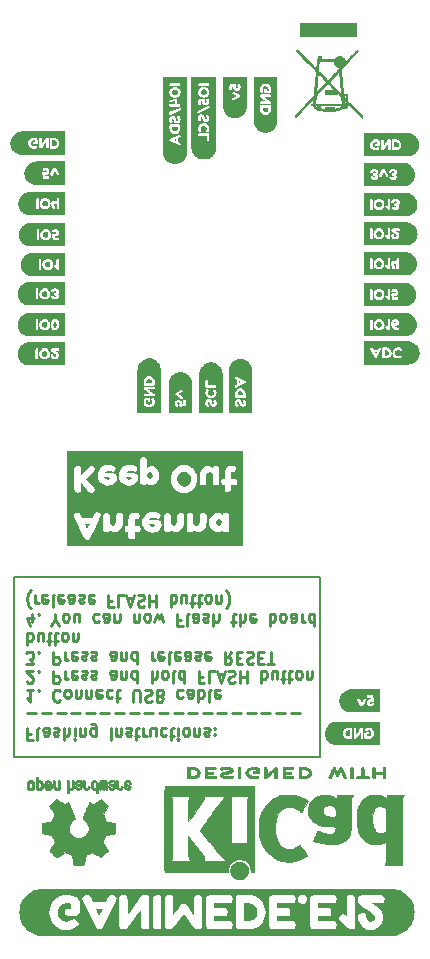
<source format=gbr>
%TF.GenerationSoftware,KiCad,Pcbnew,(6.0.1)*%
%TF.CreationDate,2022-08-04T18:09:42+02:00*%
%TF.ProjectId,Ganimede_Esp8266,47616e69-6d65-4646-955f-457370383236,rev?*%
%TF.SameCoordinates,Original*%
%TF.FileFunction,Legend,Bot*%
%TF.FilePolarity,Positive*%
%FSLAX46Y46*%
G04 Gerber Fmt 4.6, Leading zero omitted, Abs format (unit mm)*
G04 Created by KiCad (PCBNEW (6.0.1)) date 2022-08-04 18:09:42*
%MOMM*%
%LPD*%
G01*
G04 APERTURE LIST*
%ADD10C,0.150000*%
%ADD11C,0.250000*%
%ADD12C,0.010000*%
G04 APERTURE END LIST*
D10*
X127762000Y-93980000D02*
X127762000Y-109220000D01*
X153670000Y-93980000D02*
X127762000Y-93980000D01*
X127762000Y-109220000D02*
X153670000Y-109220000D01*
X153670000Y-109220000D02*
X153670000Y-93980000D01*
D11*
X129257928Y-107306428D02*
X128924595Y-107306428D01*
X128924595Y-106782619D02*
X128924595Y-107782619D01*
X129400785Y-107782619D01*
X129924595Y-106782619D02*
X129829357Y-106830238D01*
X129781738Y-106925476D01*
X129781738Y-107782619D01*
X130734119Y-106782619D02*
X130734119Y-107306428D01*
X130686500Y-107401666D01*
X130591261Y-107449285D01*
X130400785Y-107449285D01*
X130305547Y-107401666D01*
X130734119Y-106830238D02*
X130638880Y-106782619D01*
X130400785Y-106782619D01*
X130305547Y-106830238D01*
X130257928Y-106925476D01*
X130257928Y-107020714D01*
X130305547Y-107115952D01*
X130400785Y-107163571D01*
X130638880Y-107163571D01*
X130734119Y-107211190D01*
X131162690Y-106830238D02*
X131257928Y-106782619D01*
X131448404Y-106782619D01*
X131543642Y-106830238D01*
X131591261Y-106925476D01*
X131591261Y-106973095D01*
X131543642Y-107068333D01*
X131448404Y-107115952D01*
X131305547Y-107115952D01*
X131210309Y-107163571D01*
X131162690Y-107258809D01*
X131162690Y-107306428D01*
X131210309Y-107401666D01*
X131305547Y-107449285D01*
X131448404Y-107449285D01*
X131543642Y-107401666D01*
X132019833Y-106782619D02*
X132019833Y-107782619D01*
X132448404Y-106782619D02*
X132448404Y-107306428D01*
X132400785Y-107401666D01*
X132305547Y-107449285D01*
X132162690Y-107449285D01*
X132067452Y-107401666D01*
X132019833Y-107354047D01*
X132924595Y-106782619D02*
X132924595Y-107449285D01*
X132924595Y-107782619D02*
X132876976Y-107735000D01*
X132924595Y-107687380D01*
X132972214Y-107735000D01*
X132924595Y-107782619D01*
X132924595Y-107687380D01*
X133400785Y-107449285D02*
X133400785Y-106782619D01*
X133400785Y-107354047D02*
X133448404Y-107401666D01*
X133543642Y-107449285D01*
X133686500Y-107449285D01*
X133781738Y-107401666D01*
X133829357Y-107306428D01*
X133829357Y-106782619D01*
X134734119Y-107449285D02*
X134734119Y-106639761D01*
X134686500Y-106544523D01*
X134638880Y-106496904D01*
X134543642Y-106449285D01*
X134400785Y-106449285D01*
X134305547Y-106496904D01*
X134734119Y-106830238D02*
X134638880Y-106782619D01*
X134448404Y-106782619D01*
X134353166Y-106830238D01*
X134305547Y-106877857D01*
X134257928Y-106973095D01*
X134257928Y-107258809D01*
X134305547Y-107354047D01*
X134353166Y-107401666D01*
X134448404Y-107449285D01*
X134638880Y-107449285D01*
X134734119Y-107401666D01*
X135972214Y-106782619D02*
X135972214Y-107782619D01*
X136448404Y-107449285D02*
X136448404Y-106782619D01*
X136448404Y-107354047D02*
X136496023Y-107401666D01*
X136591261Y-107449285D01*
X136734119Y-107449285D01*
X136829357Y-107401666D01*
X136876976Y-107306428D01*
X136876976Y-106782619D01*
X137305547Y-106830238D02*
X137400785Y-106782619D01*
X137591261Y-106782619D01*
X137686500Y-106830238D01*
X137734119Y-106925476D01*
X137734119Y-106973095D01*
X137686500Y-107068333D01*
X137591261Y-107115952D01*
X137448404Y-107115952D01*
X137353166Y-107163571D01*
X137305547Y-107258809D01*
X137305547Y-107306428D01*
X137353166Y-107401666D01*
X137448404Y-107449285D01*
X137591261Y-107449285D01*
X137686500Y-107401666D01*
X138019833Y-107449285D02*
X138400785Y-107449285D01*
X138162690Y-107782619D02*
X138162690Y-106925476D01*
X138210309Y-106830238D01*
X138305547Y-106782619D01*
X138400785Y-106782619D01*
X138734119Y-106782619D02*
X138734119Y-107449285D01*
X138734119Y-107258809D02*
X138781738Y-107354047D01*
X138829357Y-107401666D01*
X138924595Y-107449285D01*
X139019833Y-107449285D01*
X139781738Y-107449285D02*
X139781738Y-106782619D01*
X139353166Y-107449285D02*
X139353166Y-106925476D01*
X139400785Y-106830238D01*
X139496023Y-106782619D01*
X139638880Y-106782619D01*
X139734119Y-106830238D01*
X139781738Y-106877857D01*
X140686500Y-106830238D02*
X140591261Y-106782619D01*
X140400785Y-106782619D01*
X140305547Y-106830238D01*
X140257928Y-106877857D01*
X140210309Y-106973095D01*
X140210309Y-107258809D01*
X140257928Y-107354047D01*
X140305547Y-107401666D01*
X140400785Y-107449285D01*
X140591261Y-107449285D01*
X140686500Y-107401666D01*
X140972214Y-107449285D02*
X141353166Y-107449285D01*
X141115071Y-107782619D02*
X141115071Y-106925476D01*
X141162690Y-106830238D01*
X141257928Y-106782619D01*
X141353166Y-106782619D01*
X141686500Y-106782619D02*
X141686500Y-107449285D01*
X141686500Y-107782619D02*
X141638880Y-107735000D01*
X141686500Y-107687380D01*
X141734119Y-107735000D01*
X141686500Y-107782619D01*
X141686500Y-107687380D01*
X142305547Y-106782619D02*
X142210309Y-106830238D01*
X142162690Y-106877857D01*
X142115071Y-106973095D01*
X142115071Y-107258809D01*
X142162690Y-107354047D01*
X142210309Y-107401666D01*
X142305547Y-107449285D01*
X142448404Y-107449285D01*
X142543642Y-107401666D01*
X142591261Y-107354047D01*
X142638880Y-107258809D01*
X142638880Y-106973095D01*
X142591261Y-106877857D01*
X142543642Y-106830238D01*
X142448404Y-106782619D01*
X142305547Y-106782619D01*
X143067452Y-107449285D02*
X143067452Y-106782619D01*
X143067452Y-107354047D02*
X143115071Y-107401666D01*
X143210309Y-107449285D01*
X143353166Y-107449285D01*
X143448404Y-107401666D01*
X143496023Y-107306428D01*
X143496023Y-106782619D01*
X143924595Y-106830238D02*
X144019833Y-106782619D01*
X144210309Y-106782619D01*
X144305547Y-106830238D01*
X144353166Y-106925476D01*
X144353166Y-106973095D01*
X144305547Y-107068333D01*
X144210309Y-107115952D01*
X144067452Y-107115952D01*
X143972214Y-107163571D01*
X143924595Y-107258809D01*
X143924595Y-107306428D01*
X143972214Y-107401666D01*
X144067452Y-107449285D01*
X144210309Y-107449285D01*
X144305547Y-107401666D01*
X144781738Y-106877857D02*
X144829357Y-106830238D01*
X144781738Y-106782619D01*
X144734119Y-106830238D01*
X144781738Y-106877857D01*
X144781738Y-106782619D01*
X144781738Y-107401666D02*
X144829357Y-107354047D01*
X144781738Y-107306428D01*
X144734119Y-107354047D01*
X144781738Y-107401666D01*
X144781738Y-107306428D01*
X128924595Y-105553571D02*
X129686500Y-105553571D01*
X130162690Y-105553571D02*
X130924595Y-105553571D01*
X131400785Y-105553571D02*
X132162690Y-105553571D01*
X132638880Y-105553571D02*
X133400785Y-105553571D01*
X133876976Y-105553571D02*
X134638880Y-105553571D01*
X135115071Y-105553571D02*
X135876976Y-105553571D01*
X136353166Y-105553571D02*
X137115071Y-105553571D01*
X137591261Y-105553571D02*
X138353166Y-105553571D01*
X138829357Y-105553571D02*
X139591261Y-105553571D01*
X140067452Y-105553571D02*
X140829357Y-105553571D01*
X141305547Y-105553571D02*
X142067452Y-105553571D01*
X142543642Y-105553571D02*
X143305547Y-105553571D01*
X143781738Y-105553571D02*
X144543642Y-105553571D01*
X145019833Y-105553571D02*
X145781738Y-105553571D01*
X146257928Y-105553571D02*
X147019833Y-105553571D01*
X147496023Y-105553571D02*
X148257928Y-105553571D01*
X148734119Y-105553571D02*
X149496023Y-105553571D01*
X149972214Y-105553571D02*
X150734119Y-105553571D01*
X151210309Y-105553571D02*
X151972214Y-105553571D01*
X129448404Y-103562619D02*
X128876976Y-103562619D01*
X129162690Y-103562619D02*
X129162690Y-104562619D01*
X129067452Y-104419761D01*
X128972214Y-104324523D01*
X128876976Y-104276904D01*
X129876976Y-103657857D02*
X129924595Y-103610238D01*
X129876976Y-103562619D01*
X129829357Y-103610238D01*
X129876976Y-103657857D01*
X129876976Y-103562619D01*
X131686500Y-103657857D02*
X131638880Y-103610238D01*
X131496023Y-103562619D01*
X131400785Y-103562619D01*
X131257928Y-103610238D01*
X131162690Y-103705476D01*
X131115071Y-103800714D01*
X131067452Y-103991190D01*
X131067452Y-104134047D01*
X131115071Y-104324523D01*
X131162690Y-104419761D01*
X131257928Y-104515000D01*
X131400785Y-104562619D01*
X131496023Y-104562619D01*
X131638880Y-104515000D01*
X131686500Y-104467380D01*
X132257928Y-103562619D02*
X132162690Y-103610238D01*
X132115071Y-103657857D01*
X132067452Y-103753095D01*
X132067452Y-104038809D01*
X132115071Y-104134047D01*
X132162690Y-104181666D01*
X132257928Y-104229285D01*
X132400785Y-104229285D01*
X132496023Y-104181666D01*
X132543642Y-104134047D01*
X132591261Y-104038809D01*
X132591261Y-103753095D01*
X132543642Y-103657857D01*
X132496023Y-103610238D01*
X132400785Y-103562619D01*
X132257928Y-103562619D01*
X133019833Y-104229285D02*
X133019833Y-103562619D01*
X133019833Y-104134047D02*
X133067452Y-104181666D01*
X133162690Y-104229285D01*
X133305547Y-104229285D01*
X133400785Y-104181666D01*
X133448404Y-104086428D01*
X133448404Y-103562619D01*
X133924595Y-104229285D02*
X133924595Y-103562619D01*
X133924595Y-104134047D02*
X133972214Y-104181666D01*
X134067452Y-104229285D01*
X134210309Y-104229285D01*
X134305547Y-104181666D01*
X134353166Y-104086428D01*
X134353166Y-103562619D01*
X135210309Y-103610238D02*
X135115071Y-103562619D01*
X134924595Y-103562619D01*
X134829357Y-103610238D01*
X134781738Y-103705476D01*
X134781738Y-104086428D01*
X134829357Y-104181666D01*
X134924595Y-104229285D01*
X135115071Y-104229285D01*
X135210309Y-104181666D01*
X135257928Y-104086428D01*
X135257928Y-103991190D01*
X134781738Y-103895952D01*
X136115071Y-103610238D02*
X136019833Y-103562619D01*
X135829357Y-103562619D01*
X135734119Y-103610238D01*
X135686500Y-103657857D01*
X135638880Y-103753095D01*
X135638880Y-104038809D01*
X135686500Y-104134047D01*
X135734119Y-104181666D01*
X135829357Y-104229285D01*
X136019833Y-104229285D01*
X136115071Y-104181666D01*
X136400785Y-104229285D02*
X136781738Y-104229285D01*
X136543642Y-104562619D02*
X136543642Y-103705476D01*
X136591261Y-103610238D01*
X136686500Y-103562619D01*
X136781738Y-103562619D01*
X137876976Y-104562619D02*
X137876976Y-103753095D01*
X137924595Y-103657857D01*
X137972214Y-103610238D01*
X138067452Y-103562619D01*
X138257928Y-103562619D01*
X138353166Y-103610238D01*
X138400785Y-103657857D01*
X138448404Y-103753095D01*
X138448404Y-104562619D01*
X138876976Y-103610238D02*
X139019833Y-103562619D01*
X139257928Y-103562619D01*
X139353166Y-103610238D01*
X139400785Y-103657857D01*
X139448404Y-103753095D01*
X139448404Y-103848333D01*
X139400785Y-103943571D01*
X139353166Y-103991190D01*
X139257928Y-104038809D01*
X139067452Y-104086428D01*
X138972214Y-104134047D01*
X138924595Y-104181666D01*
X138876976Y-104276904D01*
X138876976Y-104372142D01*
X138924595Y-104467380D01*
X138972214Y-104515000D01*
X139067452Y-104562619D01*
X139305547Y-104562619D01*
X139448404Y-104515000D01*
X140210309Y-104086428D02*
X140353166Y-104038809D01*
X140400785Y-103991190D01*
X140448404Y-103895952D01*
X140448404Y-103753095D01*
X140400785Y-103657857D01*
X140353166Y-103610238D01*
X140257928Y-103562619D01*
X139876976Y-103562619D01*
X139876976Y-104562619D01*
X140210309Y-104562619D01*
X140305547Y-104515000D01*
X140353166Y-104467380D01*
X140400785Y-104372142D01*
X140400785Y-104276904D01*
X140353166Y-104181666D01*
X140305547Y-104134047D01*
X140210309Y-104086428D01*
X139876976Y-104086428D01*
X142067452Y-103610238D02*
X141972214Y-103562619D01*
X141781738Y-103562619D01*
X141686500Y-103610238D01*
X141638880Y-103657857D01*
X141591261Y-103753095D01*
X141591261Y-104038809D01*
X141638880Y-104134047D01*
X141686500Y-104181666D01*
X141781738Y-104229285D01*
X141972214Y-104229285D01*
X142067452Y-104181666D01*
X142924595Y-103562619D02*
X142924595Y-104086428D01*
X142876976Y-104181666D01*
X142781738Y-104229285D01*
X142591261Y-104229285D01*
X142496023Y-104181666D01*
X142924595Y-103610238D02*
X142829357Y-103562619D01*
X142591261Y-103562619D01*
X142496023Y-103610238D01*
X142448404Y-103705476D01*
X142448404Y-103800714D01*
X142496023Y-103895952D01*
X142591261Y-103943571D01*
X142829357Y-103943571D01*
X142924595Y-103991190D01*
X143400785Y-103562619D02*
X143400785Y-104562619D01*
X143400785Y-104181666D02*
X143496023Y-104229285D01*
X143686500Y-104229285D01*
X143781738Y-104181666D01*
X143829357Y-104134047D01*
X143876976Y-104038809D01*
X143876976Y-103753095D01*
X143829357Y-103657857D01*
X143781738Y-103610238D01*
X143686500Y-103562619D01*
X143496023Y-103562619D01*
X143400785Y-103610238D01*
X144448404Y-103562619D02*
X144353166Y-103610238D01*
X144305547Y-103705476D01*
X144305547Y-104562619D01*
X145210309Y-103610238D02*
X145115071Y-103562619D01*
X144924595Y-103562619D01*
X144829357Y-103610238D01*
X144781738Y-103705476D01*
X144781738Y-104086428D01*
X144829357Y-104181666D01*
X144924595Y-104229285D01*
X145115071Y-104229285D01*
X145210309Y-104181666D01*
X145257928Y-104086428D01*
X145257928Y-103991190D01*
X144781738Y-103895952D01*
X128876976Y-102857380D02*
X128924595Y-102905000D01*
X129019833Y-102952619D01*
X129257928Y-102952619D01*
X129353166Y-102905000D01*
X129400785Y-102857380D01*
X129448404Y-102762142D01*
X129448404Y-102666904D01*
X129400785Y-102524047D01*
X128829357Y-101952619D01*
X129448404Y-101952619D01*
X129876976Y-102047857D02*
X129924595Y-102000238D01*
X129876976Y-101952619D01*
X129829357Y-102000238D01*
X129876976Y-102047857D01*
X129876976Y-101952619D01*
X131115071Y-101952619D02*
X131115071Y-102952619D01*
X131496023Y-102952619D01*
X131591261Y-102905000D01*
X131638880Y-102857380D01*
X131686500Y-102762142D01*
X131686500Y-102619285D01*
X131638880Y-102524047D01*
X131591261Y-102476428D01*
X131496023Y-102428809D01*
X131115071Y-102428809D01*
X132115071Y-101952619D02*
X132115071Y-102619285D01*
X132115071Y-102428809D02*
X132162690Y-102524047D01*
X132210309Y-102571666D01*
X132305547Y-102619285D01*
X132400785Y-102619285D01*
X133115071Y-102000238D02*
X133019833Y-101952619D01*
X132829357Y-101952619D01*
X132734119Y-102000238D01*
X132686500Y-102095476D01*
X132686500Y-102476428D01*
X132734119Y-102571666D01*
X132829357Y-102619285D01*
X133019833Y-102619285D01*
X133115071Y-102571666D01*
X133162690Y-102476428D01*
X133162690Y-102381190D01*
X132686500Y-102285952D01*
X133543642Y-102000238D02*
X133638880Y-101952619D01*
X133829357Y-101952619D01*
X133924595Y-102000238D01*
X133972214Y-102095476D01*
X133972214Y-102143095D01*
X133924595Y-102238333D01*
X133829357Y-102285952D01*
X133686500Y-102285952D01*
X133591261Y-102333571D01*
X133543642Y-102428809D01*
X133543642Y-102476428D01*
X133591261Y-102571666D01*
X133686500Y-102619285D01*
X133829357Y-102619285D01*
X133924595Y-102571666D01*
X134353166Y-102000238D02*
X134448404Y-101952619D01*
X134638880Y-101952619D01*
X134734119Y-102000238D01*
X134781738Y-102095476D01*
X134781738Y-102143095D01*
X134734119Y-102238333D01*
X134638880Y-102285952D01*
X134496023Y-102285952D01*
X134400785Y-102333571D01*
X134353166Y-102428809D01*
X134353166Y-102476428D01*
X134400785Y-102571666D01*
X134496023Y-102619285D01*
X134638880Y-102619285D01*
X134734119Y-102571666D01*
X136400785Y-101952619D02*
X136400785Y-102476428D01*
X136353166Y-102571666D01*
X136257928Y-102619285D01*
X136067452Y-102619285D01*
X135972214Y-102571666D01*
X136400785Y-102000238D02*
X136305547Y-101952619D01*
X136067452Y-101952619D01*
X135972214Y-102000238D01*
X135924595Y-102095476D01*
X135924595Y-102190714D01*
X135972214Y-102285952D01*
X136067452Y-102333571D01*
X136305547Y-102333571D01*
X136400785Y-102381190D01*
X136876976Y-102619285D02*
X136876976Y-101952619D01*
X136876976Y-102524047D02*
X136924595Y-102571666D01*
X137019833Y-102619285D01*
X137162690Y-102619285D01*
X137257928Y-102571666D01*
X137305547Y-102476428D01*
X137305547Y-101952619D01*
X138210309Y-101952619D02*
X138210309Y-102952619D01*
X138210309Y-102000238D02*
X138115071Y-101952619D01*
X137924595Y-101952619D01*
X137829357Y-102000238D01*
X137781738Y-102047857D01*
X137734119Y-102143095D01*
X137734119Y-102428809D01*
X137781738Y-102524047D01*
X137829357Y-102571666D01*
X137924595Y-102619285D01*
X138115071Y-102619285D01*
X138210309Y-102571666D01*
X139448404Y-101952619D02*
X139448404Y-102952619D01*
X139876976Y-101952619D02*
X139876976Y-102476428D01*
X139829357Y-102571666D01*
X139734119Y-102619285D01*
X139591261Y-102619285D01*
X139496023Y-102571666D01*
X139448404Y-102524047D01*
X140496023Y-101952619D02*
X140400785Y-102000238D01*
X140353166Y-102047857D01*
X140305547Y-102143095D01*
X140305547Y-102428809D01*
X140353166Y-102524047D01*
X140400785Y-102571666D01*
X140496023Y-102619285D01*
X140638880Y-102619285D01*
X140734119Y-102571666D01*
X140781738Y-102524047D01*
X140829357Y-102428809D01*
X140829357Y-102143095D01*
X140781738Y-102047857D01*
X140734119Y-102000238D01*
X140638880Y-101952619D01*
X140496023Y-101952619D01*
X141400785Y-101952619D02*
X141305547Y-102000238D01*
X141257928Y-102095476D01*
X141257928Y-102952619D01*
X142210309Y-101952619D02*
X142210309Y-102952619D01*
X142210309Y-102000238D02*
X142115071Y-101952619D01*
X141924595Y-101952619D01*
X141829357Y-102000238D01*
X141781738Y-102047857D01*
X141734119Y-102143095D01*
X141734119Y-102428809D01*
X141781738Y-102524047D01*
X141829357Y-102571666D01*
X141924595Y-102619285D01*
X142115071Y-102619285D01*
X142210309Y-102571666D01*
X143781738Y-102476428D02*
X143448404Y-102476428D01*
X143448404Y-101952619D02*
X143448404Y-102952619D01*
X143924595Y-102952619D01*
X144781738Y-101952619D02*
X144305547Y-101952619D01*
X144305547Y-102952619D01*
X145067452Y-102238333D02*
X145543642Y-102238333D01*
X144972214Y-101952619D02*
X145305547Y-102952619D01*
X145638880Y-101952619D01*
X145924595Y-102000238D02*
X146067452Y-101952619D01*
X146305547Y-101952619D01*
X146400785Y-102000238D01*
X146448404Y-102047857D01*
X146496023Y-102143095D01*
X146496023Y-102238333D01*
X146448404Y-102333571D01*
X146400785Y-102381190D01*
X146305547Y-102428809D01*
X146115071Y-102476428D01*
X146019833Y-102524047D01*
X145972214Y-102571666D01*
X145924595Y-102666904D01*
X145924595Y-102762142D01*
X145972214Y-102857380D01*
X146019833Y-102905000D01*
X146115071Y-102952619D01*
X146353166Y-102952619D01*
X146496023Y-102905000D01*
X146924595Y-101952619D02*
X146924595Y-102952619D01*
X146924595Y-102476428D02*
X147496023Y-102476428D01*
X147496023Y-101952619D02*
X147496023Y-102952619D01*
X148734119Y-101952619D02*
X148734119Y-102952619D01*
X148734119Y-102571666D02*
X148829357Y-102619285D01*
X149019833Y-102619285D01*
X149115071Y-102571666D01*
X149162690Y-102524047D01*
X149210309Y-102428809D01*
X149210309Y-102143095D01*
X149162690Y-102047857D01*
X149115071Y-102000238D01*
X149019833Y-101952619D01*
X148829357Y-101952619D01*
X148734119Y-102000238D01*
X150067452Y-102619285D02*
X150067452Y-101952619D01*
X149638880Y-102619285D02*
X149638880Y-102095476D01*
X149686500Y-102000238D01*
X149781738Y-101952619D01*
X149924595Y-101952619D01*
X150019833Y-102000238D01*
X150067452Y-102047857D01*
X150400785Y-102619285D02*
X150781738Y-102619285D01*
X150543642Y-102952619D02*
X150543642Y-102095476D01*
X150591261Y-102000238D01*
X150686500Y-101952619D01*
X150781738Y-101952619D01*
X150972214Y-102619285D02*
X151353166Y-102619285D01*
X151115071Y-102952619D02*
X151115071Y-102095476D01*
X151162690Y-102000238D01*
X151257928Y-101952619D01*
X151353166Y-101952619D01*
X151829357Y-101952619D02*
X151734119Y-102000238D01*
X151686500Y-102047857D01*
X151638880Y-102143095D01*
X151638880Y-102428809D01*
X151686500Y-102524047D01*
X151734119Y-102571666D01*
X151829357Y-102619285D01*
X151972214Y-102619285D01*
X152067452Y-102571666D01*
X152115071Y-102524047D01*
X152162690Y-102428809D01*
X152162690Y-102143095D01*
X152115071Y-102047857D01*
X152067452Y-102000238D01*
X151972214Y-101952619D01*
X151829357Y-101952619D01*
X152591261Y-102619285D02*
X152591261Y-101952619D01*
X152591261Y-102524047D02*
X152638880Y-102571666D01*
X152734119Y-102619285D01*
X152876976Y-102619285D01*
X152972214Y-102571666D01*
X153019833Y-102476428D01*
X153019833Y-101952619D01*
X128829357Y-101342619D02*
X129448404Y-101342619D01*
X129115071Y-100961666D01*
X129257928Y-100961666D01*
X129353166Y-100914047D01*
X129400785Y-100866428D01*
X129448404Y-100771190D01*
X129448404Y-100533095D01*
X129400785Y-100437857D01*
X129353166Y-100390238D01*
X129257928Y-100342619D01*
X128972214Y-100342619D01*
X128876976Y-100390238D01*
X128829357Y-100437857D01*
X129876976Y-100437857D02*
X129924595Y-100390238D01*
X129876976Y-100342619D01*
X129829357Y-100390238D01*
X129876976Y-100437857D01*
X129876976Y-100342619D01*
X131115071Y-100342619D02*
X131115071Y-101342619D01*
X131496023Y-101342619D01*
X131591261Y-101295000D01*
X131638880Y-101247380D01*
X131686500Y-101152142D01*
X131686500Y-101009285D01*
X131638880Y-100914047D01*
X131591261Y-100866428D01*
X131496023Y-100818809D01*
X131115071Y-100818809D01*
X132115071Y-100342619D02*
X132115071Y-101009285D01*
X132115071Y-100818809D02*
X132162690Y-100914047D01*
X132210309Y-100961666D01*
X132305547Y-101009285D01*
X132400785Y-101009285D01*
X133115071Y-100390238D02*
X133019833Y-100342619D01*
X132829357Y-100342619D01*
X132734119Y-100390238D01*
X132686500Y-100485476D01*
X132686500Y-100866428D01*
X132734119Y-100961666D01*
X132829357Y-101009285D01*
X133019833Y-101009285D01*
X133115071Y-100961666D01*
X133162690Y-100866428D01*
X133162690Y-100771190D01*
X132686500Y-100675952D01*
X133543642Y-100390238D02*
X133638880Y-100342619D01*
X133829357Y-100342619D01*
X133924595Y-100390238D01*
X133972214Y-100485476D01*
X133972214Y-100533095D01*
X133924595Y-100628333D01*
X133829357Y-100675952D01*
X133686500Y-100675952D01*
X133591261Y-100723571D01*
X133543642Y-100818809D01*
X133543642Y-100866428D01*
X133591261Y-100961666D01*
X133686500Y-101009285D01*
X133829357Y-101009285D01*
X133924595Y-100961666D01*
X134353166Y-100390238D02*
X134448404Y-100342619D01*
X134638880Y-100342619D01*
X134734119Y-100390238D01*
X134781738Y-100485476D01*
X134781738Y-100533095D01*
X134734119Y-100628333D01*
X134638880Y-100675952D01*
X134496023Y-100675952D01*
X134400785Y-100723571D01*
X134353166Y-100818809D01*
X134353166Y-100866428D01*
X134400785Y-100961666D01*
X134496023Y-101009285D01*
X134638880Y-101009285D01*
X134734119Y-100961666D01*
X136400785Y-100342619D02*
X136400785Y-100866428D01*
X136353166Y-100961666D01*
X136257928Y-101009285D01*
X136067452Y-101009285D01*
X135972214Y-100961666D01*
X136400785Y-100390238D02*
X136305547Y-100342619D01*
X136067452Y-100342619D01*
X135972214Y-100390238D01*
X135924595Y-100485476D01*
X135924595Y-100580714D01*
X135972214Y-100675952D01*
X136067452Y-100723571D01*
X136305547Y-100723571D01*
X136400785Y-100771190D01*
X136876976Y-101009285D02*
X136876976Y-100342619D01*
X136876976Y-100914047D02*
X136924595Y-100961666D01*
X137019833Y-101009285D01*
X137162690Y-101009285D01*
X137257928Y-100961666D01*
X137305547Y-100866428D01*
X137305547Y-100342619D01*
X138210309Y-100342619D02*
X138210309Y-101342619D01*
X138210309Y-100390238D02*
X138115071Y-100342619D01*
X137924595Y-100342619D01*
X137829357Y-100390238D01*
X137781738Y-100437857D01*
X137734119Y-100533095D01*
X137734119Y-100818809D01*
X137781738Y-100914047D01*
X137829357Y-100961666D01*
X137924595Y-101009285D01*
X138115071Y-101009285D01*
X138210309Y-100961666D01*
X139448404Y-100342619D02*
X139448404Y-101009285D01*
X139448404Y-100818809D02*
X139496023Y-100914047D01*
X139543642Y-100961666D01*
X139638880Y-101009285D01*
X139734119Y-101009285D01*
X140448404Y-100390238D02*
X140353166Y-100342619D01*
X140162690Y-100342619D01*
X140067452Y-100390238D01*
X140019833Y-100485476D01*
X140019833Y-100866428D01*
X140067452Y-100961666D01*
X140162690Y-101009285D01*
X140353166Y-101009285D01*
X140448404Y-100961666D01*
X140496023Y-100866428D01*
X140496023Y-100771190D01*
X140019833Y-100675952D01*
X141067452Y-100342619D02*
X140972214Y-100390238D01*
X140924595Y-100485476D01*
X140924595Y-101342619D01*
X141829357Y-100390238D02*
X141734119Y-100342619D01*
X141543642Y-100342619D01*
X141448404Y-100390238D01*
X141400785Y-100485476D01*
X141400785Y-100866428D01*
X141448404Y-100961666D01*
X141543642Y-101009285D01*
X141734119Y-101009285D01*
X141829357Y-100961666D01*
X141876976Y-100866428D01*
X141876976Y-100771190D01*
X141400785Y-100675952D01*
X142734119Y-100342619D02*
X142734119Y-100866428D01*
X142686500Y-100961666D01*
X142591261Y-101009285D01*
X142400785Y-101009285D01*
X142305547Y-100961666D01*
X142734119Y-100390238D02*
X142638880Y-100342619D01*
X142400785Y-100342619D01*
X142305547Y-100390238D01*
X142257928Y-100485476D01*
X142257928Y-100580714D01*
X142305547Y-100675952D01*
X142400785Y-100723571D01*
X142638880Y-100723571D01*
X142734119Y-100771190D01*
X143162690Y-100390238D02*
X143257928Y-100342619D01*
X143448404Y-100342619D01*
X143543642Y-100390238D01*
X143591261Y-100485476D01*
X143591261Y-100533095D01*
X143543642Y-100628333D01*
X143448404Y-100675952D01*
X143305547Y-100675952D01*
X143210309Y-100723571D01*
X143162690Y-100818809D01*
X143162690Y-100866428D01*
X143210309Y-100961666D01*
X143305547Y-101009285D01*
X143448404Y-101009285D01*
X143543642Y-100961666D01*
X144400785Y-100390238D02*
X144305547Y-100342619D01*
X144115071Y-100342619D01*
X144019833Y-100390238D01*
X143972214Y-100485476D01*
X143972214Y-100866428D01*
X144019833Y-100961666D01*
X144115071Y-101009285D01*
X144305547Y-101009285D01*
X144400785Y-100961666D01*
X144448404Y-100866428D01*
X144448404Y-100771190D01*
X143972214Y-100675952D01*
X146210309Y-100342619D02*
X145876976Y-100818809D01*
X145638880Y-100342619D02*
X145638880Y-101342619D01*
X146019833Y-101342619D01*
X146115071Y-101295000D01*
X146162690Y-101247380D01*
X146210309Y-101152142D01*
X146210309Y-101009285D01*
X146162690Y-100914047D01*
X146115071Y-100866428D01*
X146019833Y-100818809D01*
X145638880Y-100818809D01*
X146638880Y-100866428D02*
X146972214Y-100866428D01*
X147115071Y-100342619D02*
X146638880Y-100342619D01*
X146638880Y-101342619D01*
X147115071Y-101342619D01*
X147496023Y-100390238D02*
X147638880Y-100342619D01*
X147876976Y-100342619D01*
X147972214Y-100390238D01*
X148019833Y-100437857D01*
X148067452Y-100533095D01*
X148067452Y-100628333D01*
X148019833Y-100723571D01*
X147972214Y-100771190D01*
X147876976Y-100818809D01*
X147686500Y-100866428D01*
X147591261Y-100914047D01*
X147543642Y-100961666D01*
X147496023Y-101056904D01*
X147496023Y-101152142D01*
X147543642Y-101247380D01*
X147591261Y-101295000D01*
X147686500Y-101342619D01*
X147924595Y-101342619D01*
X148067452Y-101295000D01*
X148496023Y-100866428D02*
X148829357Y-100866428D01*
X148972214Y-100342619D02*
X148496023Y-100342619D01*
X148496023Y-101342619D01*
X148972214Y-101342619D01*
X149257928Y-101342619D02*
X149829357Y-101342619D01*
X149543642Y-100342619D02*
X149543642Y-101342619D01*
X128924595Y-98732619D02*
X128924595Y-99732619D01*
X128924595Y-99351666D02*
X129019833Y-99399285D01*
X129210309Y-99399285D01*
X129305547Y-99351666D01*
X129353166Y-99304047D01*
X129400785Y-99208809D01*
X129400785Y-98923095D01*
X129353166Y-98827857D01*
X129305547Y-98780238D01*
X129210309Y-98732619D01*
X129019833Y-98732619D01*
X128924595Y-98780238D01*
X130257928Y-99399285D02*
X130257928Y-98732619D01*
X129829357Y-99399285D02*
X129829357Y-98875476D01*
X129876976Y-98780238D01*
X129972214Y-98732619D01*
X130115071Y-98732619D01*
X130210309Y-98780238D01*
X130257928Y-98827857D01*
X130591261Y-99399285D02*
X130972214Y-99399285D01*
X130734119Y-99732619D02*
X130734119Y-98875476D01*
X130781738Y-98780238D01*
X130876976Y-98732619D01*
X130972214Y-98732619D01*
X131162690Y-99399285D02*
X131543642Y-99399285D01*
X131305547Y-99732619D02*
X131305547Y-98875476D01*
X131353166Y-98780238D01*
X131448404Y-98732619D01*
X131543642Y-98732619D01*
X132019833Y-98732619D02*
X131924595Y-98780238D01*
X131876976Y-98827857D01*
X131829357Y-98923095D01*
X131829357Y-99208809D01*
X131876976Y-99304047D01*
X131924595Y-99351666D01*
X132019833Y-99399285D01*
X132162690Y-99399285D01*
X132257928Y-99351666D01*
X132305547Y-99304047D01*
X132353166Y-99208809D01*
X132353166Y-98923095D01*
X132305547Y-98827857D01*
X132257928Y-98780238D01*
X132162690Y-98732619D01*
X132019833Y-98732619D01*
X132781738Y-99399285D02*
X132781738Y-98732619D01*
X132781738Y-99304047D02*
X132829357Y-99351666D01*
X132924595Y-99399285D01*
X133067452Y-99399285D01*
X133162690Y-99351666D01*
X133210309Y-99256428D01*
X133210309Y-98732619D01*
X129353166Y-97789285D02*
X129353166Y-97122619D01*
X129115071Y-98170238D02*
X128876976Y-97455952D01*
X129496023Y-97455952D01*
X129876976Y-97217857D02*
X129924595Y-97170238D01*
X129876976Y-97122619D01*
X129829357Y-97170238D01*
X129876976Y-97217857D01*
X129876976Y-97122619D01*
X131305547Y-97598809D02*
X131305547Y-97122619D01*
X130972214Y-98122619D02*
X131305547Y-97598809D01*
X131638880Y-98122619D01*
X132115071Y-97122619D02*
X132019833Y-97170238D01*
X131972214Y-97217857D01*
X131924595Y-97313095D01*
X131924595Y-97598809D01*
X131972214Y-97694047D01*
X132019833Y-97741666D01*
X132115071Y-97789285D01*
X132257928Y-97789285D01*
X132353166Y-97741666D01*
X132400785Y-97694047D01*
X132448404Y-97598809D01*
X132448404Y-97313095D01*
X132400785Y-97217857D01*
X132353166Y-97170238D01*
X132257928Y-97122619D01*
X132115071Y-97122619D01*
X133305547Y-97789285D02*
X133305547Y-97122619D01*
X132876976Y-97789285D02*
X132876976Y-97265476D01*
X132924595Y-97170238D01*
X133019833Y-97122619D01*
X133162690Y-97122619D01*
X133257928Y-97170238D01*
X133305547Y-97217857D01*
X134972214Y-97170238D02*
X134876976Y-97122619D01*
X134686500Y-97122619D01*
X134591261Y-97170238D01*
X134543642Y-97217857D01*
X134496023Y-97313095D01*
X134496023Y-97598809D01*
X134543642Y-97694047D01*
X134591261Y-97741666D01*
X134686500Y-97789285D01*
X134876976Y-97789285D01*
X134972214Y-97741666D01*
X135829357Y-97122619D02*
X135829357Y-97646428D01*
X135781738Y-97741666D01*
X135686500Y-97789285D01*
X135496023Y-97789285D01*
X135400785Y-97741666D01*
X135829357Y-97170238D02*
X135734119Y-97122619D01*
X135496023Y-97122619D01*
X135400785Y-97170238D01*
X135353166Y-97265476D01*
X135353166Y-97360714D01*
X135400785Y-97455952D01*
X135496023Y-97503571D01*
X135734119Y-97503571D01*
X135829357Y-97551190D01*
X136305547Y-97789285D02*
X136305547Y-97122619D01*
X136305547Y-97694047D02*
X136353166Y-97741666D01*
X136448404Y-97789285D01*
X136591261Y-97789285D01*
X136686500Y-97741666D01*
X136734119Y-97646428D01*
X136734119Y-97122619D01*
X137972214Y-97789285D02*
X137972214Y-97122619D01*
X137972214Y-97694047D02*
X138019833Y-97741666D01*
X138115071Y-97789285D01*
X138257928Y-97789285D01*
X138353166Y-97741666D01*
X138400785Y-97646428D01*
X138400785Y-97122619D01*
X139019833Y-97122619D02*
X138924595Y-97170238D01*
X138876976Y-97217857D01*
X138829357Y-97313095D01*
X138829357Y-97598809D01*
X138876976Y-97694047D01*
X138924595Y-97741666D01*
X139019833Y-97789285D01*
X139162690Y-97789285D01*
X139257928Y-97741666D01*
X139305547Y-97694047D01*
X139353166Y-97598809D01*
X139353166Y-97313095D01*
X139305547Y-97217857D01*
X139257928Y-97170238D01*
X139162690Y-97122619D01*
X139019833Y-97122619D01*
X139686500Y-97789285D02*
X139876976Y-97122619D01*
X140067452Y-97598809D01*
X140257928Y-97122619D01*
X140448404Y-97789285D01*
X141924595Y-97646428D02*
X141591261Y-97646428D01*
X141591261Y-97122619D02*
X141591261Y-98122619D01*
X142067452Y-98122619D01*
X142591261Y-97122619D02*
X142496023Y-97170238D01*
X142448404Y-97265476D01*
X142448404Y-98122619D01*
X143400785Y-97122619D02*
X143400785Y-97646428D01*
X143353166Y-97741666D01*
X143257928Y-97789285D01*
X143067452Y-97789285D01*
X142972214Y-97741666D01*
X143400785Y-97170238D02*
X143305547Y-97122619D01*
X143067452Y-97122619D01*
X142972214Y-97170238D01*
X142924595Y-97265476D01*
X142924595Y-97360714D01*
X142972214Y-97455952D01*
X143067452Y-97503571D01*
X143305547Y-97503571D01*
X143400785Y-97551190D01*
X143829357Y-97170238D02*
X143924595Y-97122619D01*
X144115071Y-97122619D01*
X144210309Y-97170238D01*
X144257928Y-97265476D01*
X144257928Y-97313095D01*
X144210309Y-97408333D01*
X144115071Y-97455952D01*
X143972214Y-97455952D01*
X143876976Y-97503571D01*
X143829357Y-97598809D01*
X143829357Y-97646428D01*
X143876976Y-97741666D01*
X143972214Y-97789285D01*
X144115071Y-97789285D01*
X144210309Y-97741666D01*
X144686500Y-97122619D02*
X144686500Y-98122619D01*
X145115071Y-97122619D02*
X145115071Y-97646428D01*
X145067452Y-97741666D01*
X144972214Y-97789285D01*
X144829357Y-97789285D01*
X144734119Y-97741666D01*
X144686500Y-97694047D01*
X146210309Y-97789285D02*
X146591261Y-97789285D01*
X146353166Y-98122619D02*
X146353166Y-97265476D01*
X146400785Y-97170238D01*
X146496023Y-97122619D01*
X146591261Y-97122619D01*
X146924595Y-97122619D02*
X146924595Y-98122619D01*
X147353166Y-97122619D02*
X147353166Y-97646428D01*
X147305547Y-97741666D01*
X147210309Y-97789285D01*
X147067452Y-97789285D01*
X146972214Y-97741666D01*
X146924595Y-97694047D01*
X148210309Y-97170238D02*
X148115071Y-97122619D01*
X147924595Y-97122619D01*
X147829357Y-97170238D01*
X147781738Y-97265476D01*
X147781738Y-97646428D01*
X147829357Y-97741666D01*
X147924595Y-97789285D01*
X148115071Y-97789285D01*
X148210309Y-97741666D01*
X148257928Y-97646428D01*
X148257928Y-97551190D01*
X147781738Y-97455952D01*
X149448404Y-97122619D02*
X149448404Y-98122619D01*
X149448404Y-97741666D02*
X149543642Y-97789285D01*
X149734119Y-97789285D01*
X149829357Y-97741666D01*
X149876976Y-97694047D01*
X149924595Y-97598809D01*
X149924595Y-97313095D01*
X149876976Y-97217857D01*
X149829357Y-97170238D01*
X149734119Y-97122619D01*
X149543642Y-97122619D01*
X149448404Y-97170238D01*
X150496023Y-97122619D02*
X150400785Y-97170238D01*
X150353166Y-97217857D01*
X150305547Y-97313095D01*
X150305547Y-97598809D01*
X150353166Y-97694047D01*
X150400785Y-97741666D01*
X150496023Y-97789285D01*
X150638880Y-97789285D01*
X150734119Y-97741666D01*
X150781738Y-97694047D01*
X150829357Y-97598809D01*
X150829357Y-97313095D01*
X150781738Y-97217857D01*
X150734119Y-97170238D01*
X150638880Y-97122619D01*
X150496023Y-97122619D01*
X151686500Y-97122619D02*
X151686500Y-97646428D01*
X151638880Y-97741666D01*
X151543642Y-97789285D01*
X151353166Y-97789285D01*
X151257928Y-97741666D01*
X151686500Y-97170238D02*
X151591261Y-97122619D01*
X151353166Y-97122619D01*
X151257928Y-97170238D01*
X151210309Y-97265476D01*
X151210309Y-97360714D01*
X151257928Y-97455952D01*
X151353166Y-97503571D01*
X151591261Y-97503571D01*
X151686500Y-97551190D01*
X152162690Y-97122619D02*
X152162690Y-97789285D01*
X152162690Y-97598809D02*
X152210309Y-97694047D01*
X152257928Y-97741666D01*
X152353166Y-97789285D01*
X152448404Y-97789285D01*
X153210309Y-97122619D02*
X153210309Y-98122619D01*
X153210309Y-97170238D02*
X153115071Y-97122619D01*
X152924595Y-97122619D01*
X152829357Y-97170238D01*
X152781738Y-97217857D01*
X152734119Y-97313095D01*
X152734119Y-97598809D01*
X152781738Y-97694047D01*
X152829357Y-97741666D01*
X152924595Y-97789285D01*
X153115071Y-97789285D01*
X153210309Y-97741666D01*
X129210309Y-95131666D02*
X129162690Y-95179285D01*
X129067452Y-95322142D01*
X129019833Y-95417380D01*
X128972214Y-95560238D01*
X128924595Y-95798333D01*
X128924595Y-95988809D01*
X128972214Y-96226904D01*
X129019833Y-96369761D01*
X129067452Y-96465000D01*
X129162690Y-96607857D01*
X129210309Y-96655476D01*
X129591261Y-95512619D02*
X129591261Y-96179285D01*
X129591261Y-95988809D02*
X129638880Y-96084047D01*
X129686500Y-96131666D01*
X129781738Y-96179285D01*
X129876976Y-96179285D01*
X130591261Y-95560238D02*
X130496023Y-95512619D01*
X130305547Y-95512619D01*
X130210309Y-95560238D01*
X130162690Y-95655476D01*
X130162690Y-96036428D01*
X130210309Y-96131666D01*
X130305547Y-96179285D01*
X130496023Y-96179285D01*
X130591261Y-96131666D01*
X130638880Y-96036428D01*
X130638880Y-95941190D01*
X130162690Y-95845952D01*
X131210309Y-95512619D02*
X131115071Y-95560238D01*
X131067452Y-95655476D01*
X131067452Y-96512619D01*
X131972214Y-95560238D02*
X131876976Y-95512619D01*
X131686500Y-95512619D01*
X131591261Y-95560238D01*
X131543642Y-95655476D01*
X131543642Y-96036428D01*
X131591261Y-96131666D01*
X131686500Y-96179285D01*
X131876976Y-96179285D01*
X131972214Y-96131666D01*
X132019833Y-96036428D01*
X132019833Y-95941190D01*
X131543642Y-95845952D01*
X132876976Y-95512619D02*
X132876976Y-96036428D01*
X132829357Y-96131666D01*
X132734119Y-96179285D01*
X132543642Y-96179285D01*
X132448404Y-96131666D01*
X132876976Y-95560238D02*
X132781738Y-95512619D01*
X132543642Y-95512619D01*
X132448404Y-95560238D01*
X132400785Y-95655476D01*
X132400785Y-95750714D01*
X132448404Y-95845952D01*
X132543642Y-95893571D01*
X132781738Y-95893571D01*
X132876976Y-95941190D01*
X133305547Y-95560238D02*
X133400785Y-95512619D01*
X133591261Y-95512619D01*
X133686500Y-95560238D01*
X133734119Y-95655476D01*
X133734119Y-95703095D01*
X133686500Y-95798333D01*
X133591261Y-95845952D01*
X133448404Y-95845952D01*
X133353166Y-95893571D01*
X133305547Y-95988809D01*
X133305547Y-96036428D01*
X133353166Y-96131666D01*
X133448404Y-96179285D01*
X133591261Y-96179285D01*
X133686500Y-96131666D01*
X134543642Y-95560238D02*
X134448404Y-95512619D01*
X134257928Y-95512619D01*
X134162690Y-95560238D01*
X134115071Y-95655476D01*
X134115071Y-96036428D01*
X134162690Y-96131666D01*
X134257928Y-96179285D01*
X134448404Y-96179285D01*
X134543642Y-96131666D01*
X134591261Y-96036428D01*
X134591261Y-95941190D01*
X134115071Y-95845952D01*
X136115071Y-96036428D02*
X135781738Y-96036428D01*
X135781738Y-95512619D02*
X135781738Y-96512619D01*
X136257928Y-96512619D01*
X137115071Y-95512619D02*
X136638880Y-95512619D01*
X136638880Y-96512619D01*
X137400785Y-95798333D02*
X137876976Y-95798333D01*
X137305547Y-95512619D02*
X137638880Y-96512619D01*
X137972214Y-95512619D01*
X138257928Y-95560238D02*
X138400785Y-95512619D01*
X138638880Y-95512619D01*
X138734119Y-95560238D01*
X138781738Y-95607857D01*
X138829357Y-95703095D01*
X138829357Y-95798333D01*
X138781738Y-95893571D01*
X138734119Y-95941190D01*
X138638880Y-95988809D01*
X138448404Y-96036428D01*
X138353166Y-96084047D01*
X138305547Y-96131666D01*
X138257928Y-96226904D01*
X138257928Y-96322142D01*
X138305547Y-96417380D01*
X138353166Y-96465000D01*
X138448404Y-96512619D01*
X138686500Y-96512619D01*
X138829357Y-96465000D01*
X139257928Y-95512619D02*
X139257928Y-96512619D01*
X139257928Y-96036428D02*
X139829357Y-96036428D01*
X139829357Y-95512619D02*
X139829357Y-96512619D01*
X141067452Y-95512619D02*
X141067452Y-96512619D01*
X141067452Y-96131666D02*
X141162690Y-96179285D01*
X141353166Y-96179285D01*
X141448404Y-96131666D01*
X141496023Y-96084047D01*
X141543642Y-95988809D01*
X141543642Y-95703095D01*
X141496023Y-95607857D01*
X141448404Y-95560238D01*
X141353166Y-95512619D01*
X141162690Y-95512619D01*
X141067452Y-95560238D01*
X142400785Y-96179285D02*
X142400785Y-95512619D01*
X141972214Y-96179285D02*
X141972214Y-95655476D01*
X142019833Y-95560238D01*
X142115071Y-95512619D01*
X142257928Y-95512619D01*
X142353166Y-95560238D01*
X142400785Y-95607857D01*
X142734119Y-96179285D02*
X143115071Y-96179285D01*
X142876976Y-96512619D02*
X142876976Y-95655476D01*
X142924595Y-95560238D01*
X143019833Y-95512619D01*
X143115071Y-95512619D01*
X143305547Y-96179285D02*
X143686500Y-96179285D01*
X143448404Y-96512619D02*
X143448404Y-95655476D01*
X143496023Y-95560238D01*
X143591261Y-95512619D01*
X143686500Y-95512619D01*
X144162690Y-95512619D02*
X144067452Y-95560238D01*
X144019833Y-95607857D01*
X143972214Y-95703095D01*
X143972214Y-95988809D01*
X144019833Y-96084047D01*
X144067452Y-96131666D01*
X144162690Y-96179285D01*
X144305547Y-96179285D01*
X144400785Y-96131666D01*
X144448404Y-96084047D01*
X144496023Y-95988809D01*
X144496023Y-95703095D01*
X144448404Y-95607857D01*
X144400785Y-95560238D01*
X144305547Y-95512619D01*
X144162690Y-95512619D01*
X144924595Y-96179285D02*
X144924595Y-95512619D01*
X144924595Y-96084047D02*
X144972214Y-96131666D01*
X145067452Y-96179285D01*
X145210309Y-96179285D01*
X145305547Y-96131666D01*
X145353166Y-96036428D01*
X145353166Y-95512619D01*
X145734119Y-95131666D02*
X145781738Y-95179285D01*
X145876976Y-95322142D01*
X145924595Y-95417380D01*
X145972214Y-95560238D01*
X146019833Y-95798333D01*
X146019833Y-95988809D01*
X145972214Y-96226904D01*
X145924595Y-96369761D01*
X145876976Y-96465000D01*
X145781738Y-96607857D01*
X145734119Y-96655476D01*
%TO.C,kibuzzard-629255AA*%
G36*
X129055064Y-63369046D02*
G01*
X128958823Y-63354770D01*
X128864446Y-63331130D01*
X128772840Y-63298353D01*
X128684888Y-63256755D01*
X128601436Y-63206736D01*
X128523290Y-63148778D01*
X128451200Y-63083440D01*
X128385862Y-63011350D01*
X128327904Y-62933204D01*
X128277885Y-62849752D01*
X128236287Y-62761800D01*
X128227771Y-62738000D01*
X129664870Y-62738000D01*
X129666775Y-62781815D01*
X129678840Y-62815470D01*
X129712495Y-62841188D01*
X129777900Y-62849760D01*
X129848703Y-62838013D01*
X129883310Y-62802770D01*
X129889660Y-62736730D01*
X129889660Y-62376050D01*
X129972210Y-62376050D01*
X129981735Y-62478126D01*
X130010310Y-62573535D01*
X130054760Y-62658149D01*
X130111910Y-62727840D01*
X130180173Y-62783403D01*
X130257960Y-62825630D01*
X130341780Y-62852300D01*
X130428140Y-62861190D01*
X130519024Y-62852697D01*
X130603718Y-62827218D01*
X130682219Y-62784752D01*
X130754530Y-62725300D01*
X130815093Y-62653267D01*
X130858353Y-62573059D01*
X130884308Y-62484675D01*
X130892960Y-62388115D01*
X130884705Y-62291198D01*
X130884639Y-62290960D01*
X130943760Y-62290960D01*
X130947570Y-62341760D01*
X131052980Y-62767210D01*
X131066315Y-62811660D01*
X131089175Y-62840870D01*
X131132990Y-62854840D01*
X131191410Y-62845950D01*
X131258085Y-62813565D01*
X131280310Y-62764670D01*
X131271420Y-62711330D01*
X131270150Y-62707520D01*
X131192680Y-62397640D01*
X131399690Y-62397640D01*
X131399690Y-62744350D01*
X131401595Y-62787530D01*
X131413660Y-62819280D01*
X131448585Y-62844045D01*
X131513355Y-62851030D01*
X131577490Y-62842775D01*
X131611780Y-62816105D01*
X131623845Y-62782450D01*
X131625750Y-62738000D01*
X131625750Y-62031880D01*
X131613685Y-61958855D01*
X131576855Y-61927740D01*
X131515260Y-61920120D01*
X131456840Y-61926470D01*
X131423820Y-61941710D01*
X131407310Y-61967110D01*
X131399690Y-62033150D01*
X131399690Y-62188090D01*
X131055520Y-62188090D01*
X130984718Y-62200155D01*
X130950110Y-62236350D01*
X130943760Y-62290960D01*
X130884639Y-62290960D01*
X130859940Y-62201742D01*
X130818665Y-62119748D01*
X130760880Y-62045215D01*
X130691030Y-61983263D01*
X130613560Y-61939011D01*
X130528470Y-61912460D01*
X130435760Y-61903610D01*
X130342852Y-61912341D01*
X130257166Y-61938535D01*
X130178704Y-61982191D01*
X130107465Y-62043310D01*
X130048291Y-62116494D01*
X130006024Y-62196345D01*
X129980664Y-62282864D01*
X129972210Y-62376050D01*
X129889660Y-62376050D01*
X129889660Y-62030610D01*
X129887755Y-61986160D01*
X129875690Y-61953140D01*
X129842035Y-61927422D01*
X129776630Y-61918850D01*
X129706145Y-61930915D01*
X129672490Y-61967110D01*
X129664870Y-62031880D01*
X129664870Y-62738000D01*
X128227771Y-62738000D01*
X128203510Y-62670194D01*
X128179870Y-62575816D01*
X128165594Y-62479576D01*
X128160820Y-62382400D01*
X128165594Y-62285224D01*
X128179870Y-62188984D01*
X128203510Y-62094606D01*
X128236287Y-62003000D01*
X128277885Y-61915048D01*
X128327904Y-61831596D01*
X128385862Y-61753450D01*
X128451200Y-61681360D01*
X128523290Y-61616022D01*
X128601436Y-61558064D01*
X128684888Y-61508045D01*
X128772840Y-61466447D01*
X128864446Y-61433670D01*
X128958823Y-61410030D01*
X129055064Y-61395754D01*
X129152240Y-61390980D01*
X132138380Y-61390980D01*
X132138380Y-63373820D01*
X129152240Y-63373820D01*
X129055064Y-63369046D01*
G37*
G36*
X130518945Y-62145545D02*
G01*
X130595780Y-62196980D01*
X130635997Y-62247921D01*
X130660127Y-62309304D01*
X130668170Y-62381130D01*
X130660056Y-62453097D01*
X130635715Y-62514903D01*
X130595145Y-62566550D01*
X130517834Y-62618938D01*
X130431950Y-62636400D01*
X130346225Y-62618779D01*
X130269390Y-62565915D01*
X130229173Y-62514198D01*
X130205043Y-62453026D01*
X130197000Y-62382400D01*
X130205114Y-62311774D01*
X130229456Y-62250602D01*
X130270025Y-62198885D01*
X130347336Y-62146021D01*
X130433220Y-62128400D01*
X130518945Y-62145545D01*
G37*
%TO.C,kibuzzard-62925672*%
G36*
X157420985Y-69085910D02*
G01*
X160864325Y-69085910D01*
X160961626Y-69090690D01*
X161057989Y-69104984D01*
X161152488Y-69128655D01*
X161244211Y-69161474D01*
X161332276Y-69203125D01*
X161415834Y-69253208D01*
X161494081Y-69311240D01*
X161566263Y-69376662D01*
X161631685Y-69448844D01*
X161689717Y-69527091D01*
X161739800Y-69610649D01*
X161781451Y-69698714D01*
X161814270Y-69790437D01*
X161837941Y-69884936D01*
X161852235Y-69981299D01*
X161857015Y-70078600D01*
X161852235Y-70175901D01*
X161837941Y-70272264D01*
X161814270Y-70366763D01*
X161781451Y-70458486D01*
X161739800Y-70546551D01*
X161689717Y-70630109D01*
X161631685Y-70708356D01*
X161566263Y-70780538D01*
X161494081Y-70845960D01*
X161415834Y-70903992D01*
X161332276Y-70954075D01*
X161244211Y-70995726D01*
X161152488Y-71028545D01*
X161057989Y-71052216D01*
X160961626Y-71066510D01*
X160864325Y-71071290D01*
X157420985Y-71071290D01*
X157420985Y-70435470D01*
X157933615Y-70435470D01*
X157935520Y-70479285D01*
X157947585Y-70512940D01*
X157981240Y-70538658D01*
X158046645Y-70547230D01*
X158117447Y-70535483D01*
X158152055Y-70500240D01*
X158158405Y-70434200D01*
X158158405Y-70073520D01*
X158240955Y-70073520D01*
X158250480Y-70175596D01*
X158279055Y-70271005D01*
X158323505Y-70355619D01*
X158380655Y-70425310D01*
X158448917Y-70480873D01*
X158526705Y-70523100D01*
X158610525Y-70549770D01*
X158696885Y-70558660D01*
X158787769Y-70550167D01*
X158872462Y-70524688D01*
X158950964Y-70482222D01*
X159023275Y-70422770D01*
X159083838Y-70350737D01*
X159127097Y-70270529D01*
X159133111Y-70250050D01*
X159212505Y-70250050D01*
X159258225Y-70324980D01*
X159466505Y-70512940D01*
X159470315Y-70515480D01*
X159542070Y-70548500D01*
X159602395Y-70542150D01*
X159635415Y-70527545D01*
X159653195Y-70500240D01*
X159659545Y-70432930D01*
X159659545Y-69767450D01*
X159729395Y-69767450D01*
X159776385Y-69850000D01*
X159850045Y-69891910D01*
X159935135Y-69851270D01*
X160014510Y-69824600D01*
X160098330Y-69848730D01*
X160125635Y-69915405D01*
X160095790Y-69982715D01*
X160027845Y-70007480D01*
X159966885Y-69984620D01*
X159897670Y-69955410D01*
X159817660Y-69979540D01*
X159758605Y-70018275D01*
X159744635Y-70049390D01*
X159750985Y-70108763D01*
X159770035Y-70253860D01*
X159789402Y-70396735D01*
X159796705Y-70449440D01*
X159805595Y-70476110D01*
X159824010Y-70510400D01*
X159857030Y-70537705D01*
X159908465Y-70549770D01*
X160101505Y-70548500D01*
X160220885Y-70548500D01*
X160265335Y-70546595D01*
X160298355Y-70534530D01*
X160324072Y-70500240D01*
X160332645Y-70432930D01*
X160324707Y-70371653D01*
X160300895Y-70340220D01*
X160269780Y-70328155D01*
X160228505Y-70326250D01*
X160006255Y-70326250D01*
X159993555Y-70229730D01*
X160038005Y-70232270D01*
X160115757Y-70222181D01*
X160188147Y-70191912D01*
X160255175Y-70141465D01*
X160308797Y-70076413D01*
X160340971Y-70002329D01*
X160351695Y-69919215D01*
X160341535Y-69835677D01*
X160311055Y-69760324D01*
X160260255Y-69693155D01*
X160194356Y-69640591D01*
X160118579Y-69609053D01*
X160032925Y-69598540D01*
X159956725Y-69605172D01*
X159885605Y-69625069D01*
X159819565Y-69658230D01*
X159787815Y-69682360D01*
X159777655Y-69691250D01*
X159729395Y-69767450D01*
X159659545Y-69767450D01*
X159659545Y-69725540D01*
X159657640Y-69681725D01*
X159645575Y-69648070D01*
X159611920Y-69622352D01*
X159546515Y-69613780D01*
X159482697Y-69622035D01*
X159448725Y-69646800D01*
X159436660Y-69681725D01*
X159434755Y-69728080D01*
X159434755Y-70181470D01*
X159418245Y-70166230D01*
X159329345Y-70126860D01*
X159252510Y-70171310D01*
X159212505Y-70250050D01*
X159133111Y-70250050D01*
X159153053Y-70182145D01*
X159161705Y-70085585D01*
X159153450Y-69988668D01*
X159128685Y-69899212D01*
X159087410Y-69817218D01*
X159029625Y-69742685D01*
X158959775Y-69680733D01*
X158882305Y-69636481D01*
X158797215Y-69609930D01*
X158704505Y-69601080D01*
X158611597Y-69609811D01*
X158525911Y-69636005D01*
X158447449Y-69679661D01*
X158376210Y-69740780D01*
X158317036Y-69813964D01*
X158274769Y-69893815D01*
X158249408Y-69980334D01*
X158240955Y-70073520D01*
X158158405Y-70073520D01*
X158158405Y-69728080D01*
X158156500Y-69683630D01*
X158144435Y-69650610D01*
X158110780Y-69624892D01*
X158045375Y-69616320D01*
X157974890Y-69628385D01*
X157941235Y-69664580D01*
X157933615Y-69729350D01*
X157933615Y-70435470D01*
X157420985Y-70435470D01*
X157420985Y-69085910D01*
G37*
G36*
X158787690Y-69843015D02*
G01*
X158864525Y-69894450D01*
X158904742Y-69945391D01*
X158928872Y-70006774D01*
X158936915Y-70078600D01*
X158928801Y-70150567D01*
X158904459Y-70212373D01*
X158863890Y-70264020D01*
X158786579Y-70316408D01*
X158700695Y-70333870D01*
X158614970Y-70316249D01*
X158538135Y-70263385D01*
X158497918Y-70211668D01*
X158473788Y-70150496D01*
X158465745Y-70079870D01*
X158473859Y-70009244D01*
X158498201Y-69948072D01*
X158538770Y-69896355D01*
X158616081Y-69843491D01*
X158701965Y-69825870D01*
X158787690Y-69843015D01*
G37*
%TO.C,kibuzzard-629263EA*%
G36*
X138250110Y-80160455D02*
G01*
X138250110Y-79179195D01*
X138762740Y-79179195D01*
X138771670Y-79270714D01*
X138798459Y-79356043D01*
X138843107Y-79435179D01*
X138905615Y-79508125D01*
X138980743Y-79569244D01*
X139063254Y-79612900D01*
X139153146Y-79639094D01*
X139250420Y-79647825D01*
X139347218Y-79638935D01*
X139435681Y-79612265D01*
X139515810Y-79567815D01*
X139587605Y-79505585D01*
X139646779Y-79431290D01*
X139689046Y-79350645D01*
X139714407Y-79263650D01*
X139722860Y-79170305D01*
X139711853Y-79072233D01*
X139678833Y-78977829D01*
X139623800Y-78887095D01*
X139567285Y-78852805D01*
X139495530Y-78882015D01*
X139445048Y-78929323D01*
X139428220Y-78972185D01*
X139463145Y-79049655D01*
X139489339Y-79108075D01*
X139498070Y-79176655D01*
X139481084Y-79267778D01*
X139430125Y-79348105D01*
X139351703Y-79404303D01*
X139252325Y-79423035D01*
X139182757Y-79414568D01*
X139120527Y-79389168D01*
X139065635Y-79346835D01*
X139008009Y-79265555D01*
X138988800Y-79174115D01*
X138994515Y-79107758D01*
X139011660Y-79048385D01*
X139150090Y-79048385D01*
X139150090Y-79148715D01*
X139160250Y-79204595D01*
X139190095Y-79226185D01*
X139243435Y-79231265D01*
X139297410Y-79225550D01*
X139325350Y-79204595D01*
X139336780Y-79143635D01*
X139336780Y-78920115D01*
X139301220Y-78836295D01*
X139230100Y-78823595D01*
X138950700Y-78823595D01*
X138873230Y-78859155D01*
X138824891Y-78919163D01*
X138790362Y-78992505D01*
X138769646Y-79079183D01*
X138762740Y-79179195D01*
X138250110Y-79179195D01*
X138250110Y-78611505D01*
X138775440Y-78611505D01*
X138784012Y-78675005D01*
X138809730Y-78708025D01*
X138844020Y-78720090D01*
X138888470Y-78721995D01*
X139597130Y-78721995D01*
X139667615Y-78709930D01*
X139697460Y-78673735D01*
X139705080Y-78611505D01*
X139698095Y-78551180D01*
X139682220Y-78520065D01*
X139649200Y-78490855D01*
X139534583Y-78406471D01*
X139433723Y-78331964D01*
X139346623Y-78267335D01*
X139273280Y-78212584D01*
X139213696Y-78167711D01*
X139167870Y-78132715D01*
X139597130Y-78132715D01*
X139667615Y-78120650D01*
X139697460Y-78084455D01*
X139705080Y-78024130D01*
X139698730Y-77965710D01*
X139683490Y-77932690D01*
X139656820Y-77916815D01*
X139592050Y-77909195D01*
X138887200Y-77909195D01*
X138842750Y-77911100D01*
X138809730Y-77923165D01*
X138784012Y-77956820D01*
X138775440Y-78022225D01*
X138783060Y-78090805D01*
X138807190Y-78122555D01*
X138926852Y-78212372D01*
X139031839Y-78291324D01*
X139122150Y-78359410D01*
X139197786Y-78416631D01*
X139258746Y-78462986D01*
X139305030Y-78498475D01*
X138887200Y-78498475D01*
X138842750Y-78500380D01*
X138809730Y-78512445D01*
X138784012Y-78546100D01*
X138775440Y-78611505D01*
X138250110Y-78611505D01*
X138250110Y-77695835D01*
X138776710Y-77695835D01*
X138784647Y-77758700D01*
X138808460Y-77792355D01*
X138889740Y-77807595D01*
X139595860Y-77807595D01*
X139640310Y-77805690D01*
X139673330Y-77793625D01*
X139699048Y-77759970D01*
X139707620Y-77694565D01*
X139706350Y-77459615D01*
X139698055Y-77370318D01*
X139673171Y-77286578D01*
X139631698Y-77208393D01*
X139573635Y-77135765D01*
X139503468Y-77074646D01*
X139425680Y-77030990D01*
X139340273Y-77004796D01*
X139247245Y-76996065D01*
X139153860Y-77004598D01*
X139067381Y-77030196D01*
X138987808Y-77072860D01*
X138915140Y-77132590D01*
X138854577Y-77204464D01*
X138811317Y-77283561D01*
X138785362Y-77369882D01*
X138776710Y-77463425D01*
X138776710Y-77695835D01*
X138250110Y-77695835D01*
X138250110Y-76483435D01*
X138254890Y-76386134D01*
X138269184Y-76289771D01*
X138292855Y-76195272D01*
X138325674Y-76103549D01*
X138367325Y-76015484D01*
X138417408Y-75931926D01*
X138475440Y-75853679D01*
X138540862Y-75781497D01*
X138613044Y-75716075D01*
X138691291Y-75658043D01*
X138774849Y-75607960D01*
X138862914Y-75566309D01*
X138954637Y-75533490D01*
X139049136Y-75509819D01*
X139145499Y-75495525D01*
X139242800Y-75490745D01*
X139340101Y-75495525D01*
X139436464Y-75509819D01*
X139530963Y-75533490D01*
X139622686Y-75566309D01*
X139710751Y-75607960D01*
X139794309Y-75658043D01*
X139872556Y-75716075D01*
X139944738Y-75781497D01*
X140010160Y-75853679D01*
X140068192Y-75931926D01*
X140118275Y-76015484D01*
X140159926Y-76103549D01*
X140192745Y-76195272D01*
X140216416Y-76289771D01*
X140230710Y-76386134D01*
X140235490Y-76483435D01*
X140235490Y-80160455D01*
X138250110Y-80160455D01*
G37*
G36*
X139334716Y-77238794D02*
G01*
X139412345Y-77292610D01*
X139464256Y-77370556D01*
X139481560Y-77460885D01*
X139481560Y-77582805D01*
X139001500Y-77582805D01*
X139001500Y-77459615D01*
X139018486Y-77372620D01*
X139069445Y-77294515D01*
X139146121Y-77239270D01*
X139240260Y-77220855D01*
X139334716Y-77238794D01*
G37*
D12*
%TO.C,REF\u002A\u002A*%
X157229856Y-55005463D02*
X157229033Y-54889734D01*
X157229033Y-54889734D02*
X156628715Y-54279800D01*
X156628715Y-54279800D02*
X156028396Y-53669866D01*
X156028396Y-53669866D02*
X156027959Y-53389965D01*
X156027959Y-53389965D02*
X156027521Y-53110063D01*
X156027521Y-53110063D02*
X155661937Y-53110063D01*
X155661937Y-53110063D02*
X155652517Y-53039044D01*
X155652517Y-53039044D02*
X155648950Y-53006673D01*
X155648950Y-53006673D02*
X155642938Y-52945713D01*
X155642938Y-52945713D02*
X155634801Y-52859802D01*
X155634801Y-52859802D02*
X155624862Y-52752574D01*
X155624862Y-52752574D02*
X155613443Y-52627667D01*
X155613443Y-52627667D02*
X155600864Y-52488717D01*
X155600864Y-52488717D02*
X155587447Y-52339359D01*
X155587447Y-52339359D02*
X155573515Y-52183232D01*
X155573515Y-52183232D02*
X155559388Y-52023970D01*
X155559388Y-52023970D02*
X155545388Y-51865210D01*
X155545388Y-51865210D02*
X155531837Y-51710589D01*
X155531837Y-51710589D02*
X155519056Y-51563743D01*
X155519056Y-51563743D02*
X155507367Y-51428307D01*
X155507367Y-51428307D02*
X155497092Y-51307920D01*
X155497092Y-51307920D02*
X155488552Y-51206216D01*
X155488552Y-51206216D02*
X155482069Y-51126833D01*
X155482069Y-51126833D02*
X155477964Y-51073406D01*
X155477964Y-51073406D02*
X155476559Y-51049571D01*
X155476559Y-51049571D02*
X155476560Y-51049458D01*
X155476560Y-51049458D02*
X155486804Y-51030334D01*
X155486804Y-51030334D02*
X155517574Y-50990845D01*
X155517574Y-50990845D02*
X155569289Y-50930534D01*
X155569289Y-50930534D02*
X155642367Y-50848939D01*
X155642367Y-50848939D02*
X155737227Y-50745602D01*
X155737227Y-50745602D02*
X155854287Y-50620062D01*
X155854287Y-50620062D02*
X155993967Y-50471860D01*
X155993967Y-50471860D02*
X156156684Y-50300537D01*
X156156684Y-50300537D02*
X156202421Y-50252563D01*
X156202421Y-50252563D02*
X156927795Y-49492234D01*
X156927795Y-49492234D02*
X156869151Y-49433748D01*
X156869151Y-49433748D02*
X156810508Y-49375261D01*
X156810508Y-49375261D02*
X156715626Y-49478490D01*
X156715626Y-49478490D02*
X156680915Y-49515797D01*
X156680915Y-49515797D02*
X156626694Y-49573489D01*
X156626694Y-49573489D02*
X156556541Y-49647787D01*
X156556541Y-49647787D02*
X156474032Y-49734911D01*
X156474032Y-49734911D02*
X156382745Y-49831082D01*
X156382745Y-49831082D02*
X156286258Y-49932520D01*
X156286258Y-49932520D02*
X156228535Y-49993105D01*
X156228535Y-49993105D02*
X156120166Y-50106603D01*
X156120166Y-50106603D02*
X156032572Y-50197515D01*
X156032572Y-50197515D02*
X155963520Y-50267493D01*
X155963520Y-50267493D02*
X155910776Y-50318190D01*
X155910776Y-50318190D02*
X155872106Y-50351260D01*
X155872106Y-50351260D02*
X155845277Y-50368356D01*
X155845277Y-50368356D02*
X155828056Y-50371131D01*
X155828056Y-50371131D02*
X155818208Y-50361237D01*
X155818208Y-50361237D02*
X155813501Y-50340329D01*
X155813501Y-50340329D02*
X155811701Y-50310059D01*
X155811701Y-50310059D02*
X155811459Y-50301798D01*
X155811459Y-50301798D02*
X155798942Y-50244891D01*
X155798942Y-50244891D02*
X155768103Y-50176107D01*
X155768103Y-50176107D02*
X155725097Y-50106325D01*
X155725097Y-50106325D02*
X155676080Y-50046422D01*
X155676080Y-50046422D02*
X155656466Y-50027918D01*
X155656466Y-50027918D02*
X155555830Y-49963172D01*
X155555830Y-49963172D02*
X155438273Y-49926946D01*
X155438273Y-49926946D02*
X155334338Y-49918353D01*
X155334338Y-49918353D02*
X155216551Y-49934561D01*
X155216551Y-49934561D02*
X155107769Y-49982088D01*
X155107769Y-49982088D02*
X155011490Y-50059289D01*
X155011490Y-50059289D02*
X154993725Y-50078505D01*
X154993725Y-50078505D02*
X154928768Y-50152300D01*
X154928768Y-50152300D02*
X153805021Y-50152300D01*
X153805021Y-50152300D02*
X153805021Y-49918353D01*
X153805021Y-49918353D02*
X153504232Y-49918353D01*
X153504232Y-49918353D02*
X153504232Y-50027648D01*
X153504232Y-50027648D02*
X153500457Y-50102261D01*
X153500457Y-50102261D02*
X153487775Y-50154050D01*
X153487775Y-50154050D02*
X153472363Y-50182220D01*
X153472363Y-50182220D02*
X153461350Y-50202376D01*
X153461350Y-50202376D02*
X153451921Y-50231600D01*
X153451921Y-50231600D02*
X153443449Y-50274225D01*
X153443449Y-50274225D02*
X153435310Y-50334583D01*
X153435310Y-50334583D02*
X153426879Y-50417007D01*
X153426879Y-50417007D02*
X153417532Y-50525828D01*
X153417532Y-50525828D02*
X153411131Y-50606783D01*
X153411131Y-50606783D02*
X153381769Y-50986068D01*
X153381769Y-50986068D02*
X152660941Y-50255862D01*
X152660941Y-50255862D02*
X152530608Y-50123734D01*
X152530608Y-50123734D02*
X152405492Y-49996704D01*
X152405492Y-49996704D02*
X152287879Y-49877105D01*
X152287879Y-49877105D02*
X152180055Y-49767272D01*
X152180055Y-49767272D02*
X152084305Y-49669537D01*
X152084305Y-49669537D02*
X152002917Y-49586234D01*
X152002917Y-49586234D02*
X151938177Y-49519696D01*
X151938177Y-49519696D02*
X151892370Y-49472258D01*
X151892370Y-49472258D02*
X151867808Y-49446280D01*
X151867808Y-49446280D02*
X151827455Y-49405151D01*
X151827455Y-49405151D02*
X151793795Y-49376465D01*
X151793795Y-49376465D02*
X151775690Y-49366905D01*
X151775690Y-49366905D02*
X151752565Y-49378103D01*
X151752565Y-49378103D02*
X151718857Y-49406081D01*
X151718857Y-49406081D02*
X151707431Y-49417474D01*
X151707431Y-49417474D02*
X151658983Y-49468043D01*
X151658983Y-49468043D02*
X151925719Y-49739098D01*
X151925719Y-49739098D02*
X151993769Y-49808148D01*
X151993769Y-49808148D02*
X152081515Y-49897026D01*
X152081515Y-49897026D02*
X152185108Y-50001841D01*
X152185108Y-50001841D02*
X152300700Y-50118703D01*
X152300700Y-50118703D02*
X152424441Y-50243721D01*
X152424441Y-50243721D02*
X152552481Y-50373005D01*
X152552481Y-50373005D02*
X152680972Y-50502664D01*
X152680972Y-50502664D02*
X152773146Y-50595621D01*
X152773146Y-50595621D02*
X152913258Y-50737280D01*
X152913258Y-50737280D02*
X153030968Y-50857209D01*
X153030968Y-50857209D02*
X153127780Y-50957032D01*
X153127780Y-50957032D02*
X153205201Y-51038372D01*
X153205201Y-51038372D02*
X153264736Y-51102852D01*
X153264736Y-51102852D02*
X153294242Y-51136523D01*
X153294242Y-51136523D02*
X153531191Y-51136523D01*
X153531191Y-51136523D02*
X153560857Y-50757208D01*
X153560857Y-50757208D02*
X153569803Y-50646023D01*
X153569803Y-50646023D02*
X153578458Y-50544347D01*
X153578458Y-50544347D02*
X153586329Y-50457496D01*
X153586329Y-50457496D02*
X153592928Y-50390782D01*
X153592928Y-50390782D02*
X153597764Y-50349521D01*
X153597764Y-50349521D02*
X153599320Y-50340294D01*
X153599320Y-50340294D02*
X153608118Y-50302695D01*
X153608118Y-50302695D02*
X154869919Y-50302695D01*
X154869919Y-50302695D02*
X154878342Y-50407627D01*
X154878342Y-50407627D02*
X154903772Y-50531605D01*
X154903772Y-50531605D02*
X154956989Y-50641276D01*
X154956989Y-50641276D02*
X155034637Y-50732644D01*
X155034637Y-50732644D02*
X155133363Y-50801717D01*
X155133363Y-50801717D02*
X155244172Y-50843180D01*
X155244172Y-50843180D02*
X155280120Y-50862629D01*
X155280120Y-50862629D02*
X155298117Y-50904370D01*
X155298117Y-50904370D02*
X155298494Y-50906211D01*
X155298494Y-50906211D02*
X155300653Y-50923833D01*
X155300653Y-50923833D02*
X155297984Y-50941878D01*
X155297984Y-50941878D02*
X155287880Y-50963692D01*
X155287880Y-50963692D02*
X155267737Y-50992623D01*
X155267737Y-50992623D02*
X155234949Y-51032017D01*
X155234949Y-51032017D02*
X155186910Y-51085223D01*
X155186910Y-51085223D02*
X155121016Y-51155586D01*
X155121016Y-51155586D02*
X155034660Y-51246454D01*
X155034660Y-51246454D02*
X155029080Y-51252307D01*
X155029080Y-51252307D02*
X154936195Y-51349844D01*
X154936195Y-51349844D02*
X154837445Y-51453733D01*
X154837445Y-51453733D02*
X154739616Y-51556823D01*
X154739616Y-51556823D02*
X154649493Y-51651961D01*
X154649493Y-51651961D02*
X154573862Y-51731996D01*
X154573862Y-51731996D02*
X154556995Y-51749889D01*
X154556995Y-51749889D02*
X154492335Y-51817356D01*
X154492335Y-51817356D02*
X154434895Y-51875091D01*
X154434895Y-51875091D02*
X154388799Y-51919125D01*
X154388799Y-51919125D02*
X154358169Y-51945486D01*
X154358169Y-51945486D02*
X154347885Y-51951279D01*
X154347885Y-51951279D02*
X154332548Y-51939154D01*
X154332548Y-51939154D02*
X154296683Y-51905890D01*
X154296683Y-51905890D02*
X154243112Y-51854258D01*
X154243112Y-51854258D02*
X154174660Y-51787025D01*
X154174660Y-51787025D02*
X154094153Y-51706963D01*
X154094153Y-51706963D02*
X154004413Y-51616839D01*
X154004413Y-51616839D02*
X153931068Y-51542602D01*
X153931068Y-51542602D02*
X153531191Y-51136523D01*
X153531191Y-51136523D02*
X153294242Y-51136523D01*
X153294242Y-51136523D02*
X153307891Y-51152097D01*
X153307891Y-51152097D02*
X153336171Y-51187729D01*
X153336171Y-51187729D02*
X153351083Y-51211371D01*
X153351083Y-51211371D02*
X153354401Y-51222320D01*
X153354401Y-51222320D02*
X153353144Y-51246214D01*
X153353144Y-51246214D02*
X153349326Y-51300299D01*
X153349326Y-51300299D02*
X153343193Y-51381462D01*
X153343193Y-51381462D02*
X153334993Y-51486590D01*
X153334993Y-51486590D02*
X153324973Y-51612572D01*
X153324973Y-51612572D02*
X153313380Y-51756295D01*
X153313380Y-51756295D02*
X153300460Y-51914646D01*
X153300460Y-51914646D02*
X153286462Y-52084513D01*
X153286462Y-52084513D02*
X153275181Y-52220272D01*
X153275181Y-52220272D02*
X153211350Y-52985694D01*
X153211350Y-52985694D02*
X153375596Y-52985694D01*
X153375596Y-52985694D02*
X153376303Y-52969176D01*
X153376303Y-52969176D02*
X153379631Y-52922655D01*
X153379631Y-52922655D02*
X153385310Y-52849422D01*
X153385310Y-52849422D02*
X153393074Y-52752772D01*
X153393074Y-52752772D02*
X153402657Y-52635995D01*
X153402657Y-52635995D02*
X153413789Y-52502386D01*
X153413789Y-52502386D02*
X153426205Y-52355237D01*
X153426205Y-52355237D02*
X153438120Y-52215529D01*
X153438120Y-52215529D02*
X153451616Y-52057013D01*
X153451616Y-52057013D02*
X153464187Y-51907379D01*
X153464187Y-51907379D02*
X153475545Y-51770198D01*
X153475545Y-51770198D02*
X153485402Y-51649041D01*
X153485402Y-51649041D02*
X153493470Y-51547480D01*
X153493470Y-51547480D02*
X153499460Y-51469088D01*
X153499460Y-51469088D02*
X153503085Y-51417437D01*
X153503085Y-51417437D02*
X153504091Y-51397377D01*
X153504091Y-51397377D02*
X153505660Y-51384892D01*
X153505660Y-51384892D02*
X153511878Y-51379938D01*
X153511878Y-51379938D02*
X153525141Y-51384582D01*
X153525141Y-51384582D02*
X153547847Y-51400891D01*
X153547847Y-51400891D02*
X153582392Y-51430932D01*
X153582392Y-51430932D02*
X153631173Y-51476773D01*
X153631173Y-51476773D02*
X153696587Y-51540480D01*
X153696587Y-51540480D02*
X153781031Y-51624121D01*
X153781031Y-51624121D02*
X153870629Y-51713501D01*
X153870629Y-51713501D02*
X154237026Y-52079614D01*
X154237026Y-52079614D02*
X154234459Y-52082366D01*
X154234459Y-52082366D02*
X154476649Y-52082366D01*
X154476649Y-52082366D02*
X154487687Y-52067250D01*
X154487687Y-52067250D02*
X154518587Y-52031658D01*
X154518587Y-52031658D02*
X154566253Y-51978859D01*
X154566253Y-51978859D02*
X154627587Y-51912127D01*
X154627587Y-51912127D02*
X154699493Y-51834730D01*
X154699493Y-51834730D02*
X154778873Y-51749942D01*
X154778873Y-51749942D02*
X154862631Y-51661033D01*
X154862631Y-51661033D02*
X154947670Y-51571274D01*
X154947670Y-51571274D02*
X155030892Y-51483936D01*
X155030892Y-51483936D02*
X155109201Y-51402291D01*
X155109201Y-51402291D02*
X155179500Y-51329609D01*
X155179500Y-51329609D02*
X155238691Y-51269163D01*
X155238691Y-51269163D02*
X155283678Y-51224222D01*
X155283678Y-51224222D02*
X155311364Y-51198058D01*
X155311364Y-51198058D02*
X155318914Y-51192728D01*
X155318914Y-51192728D02*
X155321403Y-51209933D01*
X155321403Y-51209933D02*
X155326570Y-51257452D01*
X155326570Y-51257452D02*
X155334130Y-51332311D01*
X155334130Y-51332311D02*
X155343800Y-51431536D01*
X155343800Y-51431536D02*
X155355295Y-51552151D01*
X155355295Y-51552151D02*
X155368331Y-51691182D01*
X155368331Y-51691182D02*
X155382624Y-51845655D01*
X155382624Y-51845655D02*
X155397890Y-52012594D01*
X155397890Y-52012594D02*
X155410079Y-52147203D01*
X155410079Y-52147203D02*
X155425671Y-52321746D01*
X155425671Y-52321746D02*
X155440077Y-52486173D01*
X155440077Y-52486173D02*
X155453053Y-52637501D01*
X155453053Y-52637501D02*
X155464359Y-52772747D01*
X155464359Y-52772747D02*
X155473752Y-52888930D01*
X155473752Y-52888930D02*
X155480989Y-52983065D01*
X155480989Y-52983065D02*
X155485828Y-53052170D01*
X155485828Y-53052170D02*
X155488027Y-53093262D01*
X155488027Y-53093262D02*
X155487776Y-53103932D01*
X155487776Y-53103932D02*
X155474630Y-53094428D01*
X155474630Y-53094428D02*
X155441154Y-53063880D01*
X155441154Y-53063880D02*
X155390274Y-53015244D01*
X155390274Y-53015244D02*
X155324917Y-52951477D01*
X155324917Y-52951477D02*
X155248009Y-52875535D01*
X155248009Y-52875535D02*
X155162476Y-52790376D01*
X155162476Y-52790376D02*
X155071246Y-52698955D01*
X155071246Y-52698955D02*
X154977244Y-52604231D01*
X154977244Y-52604231D02*
X154883398Y-52509159D01*
X154883398Y-52509159D02*
X154792633Y-52416697D01*
X154792633Y-52416697D02*
X154707877Y-52329801D01*
X154707877Y-52329801D02*
X154632056Y-52251428D01*
X154632056Y-52251428D02*
X154568097Y-52184535D01*
X154568097Y-52184535D02*
X154518926Y-52132078D01*
X154518926Y-52132078D02*
X154487469Y-52097015D01*
X154487469Y-52097015D02*
X154476649Y-52082366D01*
X154476649Y-52082366D02*
X154234459Y-52082366D01*
X154234459Y-52082366D02*
X154100398Y-52226040D01*
X154100398Y-52226040D02*
X154030816Y-52300352D01*
X154030816Y-52300352D02*
X153952719Y-52383317D01*
X153952719Y-52383317D02*
X153869194Y-52471698D01*
X153869194Y-52471698D02*
X153783330Y-52562259D01*
X153783330Y-52562259D02*
X153698215Y-52651764D01*
X153698215Y-52651764D02*
X153616936Y-52736977D01*
X153616936Y-52736977D02*
X153542581Y-52814661D01*
X153542581Y-52814661D02*
X153478237Y-52881580D01*
X153478237Y-52881580D02*
X153426994Y-52934497D01*
X153426994Y-52934497D02*
X153391937Y-52970177D01*
X153391937Y-52970177D02*
X153376156Y-52985384D01*
X153376156Y-52985384D02*
X153375596Y-52985694D01*
X153375596Y-52985694D02*
X153211350Y-52985694D01*
X153211350Y-52985694D02*
X153195396Y-53176993D01*
X153195396Y-53176993D02*
X152397314Y-54016315D01*
X152397314Y-54016315D02*
X151599232Y-54855636D01*
X151599232Y-54855636D02*
X151599819Y-54972948D01*
X151599819Y-54972948D02*
X151600406Y-55090261D01*
X151600406Y-55090261D02*
X151729325Y-54952547D01*
X151729325Y-54952547D02*
X151801476Y-54875737D01*
X151801476Y-54875737D02*
X151886660Y-54785496D01*
X151886660Y-54785496D02*
X151982579Y-54684225D01*
X151982579Y-54684225D02*
X152086934Y-54574324D01*
X152086934Y-54574324D02*
X152197426Y-54458196D01*
X152197426Y-54458196D02*
X152311756Y-54338242D01*
X152311756Y-54338242D02*
X152427625Y-54216864D01*
X152427625Y-54216864D02*
X152542735Y-54096462D01*
X152542735Y-54096462D02*
X152654786Y-53979438D01*
X152654786Y-53979438D02*
X152761481Y-53868194D01*
X152761481Y-53868194D02*
X152860520Y-53765131D01*
X152860520Y-53765131D02*
X152949603Y-53672650D01*
X152949603Y-53672650D02*
X153026434Y-53593153D01*
X153026434Y-53593153D02*
X153088712Y-53529042D01*
X153088712Y-53529042D02*
X153134138Y-53482717D01*
X153134138Y-53482717D02*
X153160415Y-53456581D01*
X153160415Y-53456581D02*
X153166174Y-53451567D01*
X153166174Y-53451567D02*
X153166570Y-53469009D01*
X153166570Y-53469009D02*
X153164392Y-53513665D01*
X153164392Y-53513665D02*
X153160017Y-53579460D01*
X153160017Y-53579460D02*
X153153825Y-53660317D01*
X153153825Y-53660317D02*
X153151167Y-53692617D01*
X153151167Y-53692617D02*
X153131372Y-53928879D01*
X153131372Y-53928879D02*
X153286358Y-53928879D01*
X153286358Y-53928879D02*
X153294360Y-53891280D01*
X153294360Y-53891280D02*
X153298440Y-53861545D01*
X153298440Y-53861545D02*
X153304175Y-53805597D01*
X153304175Y-53805597D02*
X153310899Y-53730564D01*
X153310899Y-53730564D02*
X153317952Y-53643575D01*
X153317952Y-53643575D02*
X153320393Y-53611379D01*
X153320393Y-53611379D02*
X153327592Y-53518939D01*
X153327592Y-53518939D02*
X153334858Y-53433093D01*
X153334858Y-53433093D02*
X153341464Y-53361953D01*
X153341464Y-53361953D02*
X153346684Y-53313631D01*
X153346684Y-53313631D02*
X153347861Y-53304861D01*
X153347861Y-53304861D02*
X153352302Y-53286858D01*
X153352302Y-53286858D02*
X153361913Y-53265783D01*
X153361913Y-53265783D02*
X153378740Y-53239275D01*
X153378740Y-53239275D02*
X153404825Y-53204972D01*
X153404825Y-53204972D02*
X153442213Y-53160511D01*
X153442213Y-53160511D02*
X153492946Y-53103529D01*
X153492946Y-53103529D02*
X153559070Y-53031664D01*
X153559070Y-53031664D02*
X153642626Y-52942554D01*
X153642626Y-52942554D02*
X153745660Y-52833836D01*
X153745660Y-52833836D02*
X153850767Y-52723525D01*
X153850767Y-52723525D02*
X153955338Y-52614359D01*
X153955338Y-52614359D02*
X154052951Y-52513260D01*
X154052951Y-52513260D02*
X154141178Y-52422685D01*
X154141178Y-52422685D02*
X154217588Y-52345092D01*
X154217588Y-52345092D02*
X154279751Y-52282938D01*
X154279751Y-52282938D02*
X154325237Y-52238682D01*
X154325237Y-52238682D02*
X154351617Y-52214782D01*
X154351617Y-52214782D02*
X154357243Y-52211226D01*
X154357243Y-52211226D02*
X154372043Y-52224119D01*
X154372043Y-52224119D02*
X154406639Y-52257740D01*
X154406639Y-52257740D02*
X154457671Y-52308718D01*
X154457671Y-52308718D02*
X154521783Y-52373680D01*
X154521783Y-52373680D02*
X154595616Y-52449252D01*
X154595616Y-52449252D02*
X154649011Y-52504307D01*
X154649011Y-52504307D02*
X154927773Y-52792563D01*
X154927773Y-52792563D02*
X154105810Y-52792563D01*
X154105810Y-52792563D02*
X154105810Y-53110063D01*
X154105810Y-53110063D02*
X155108442Y-53110063D01*
X155108442Y-53110063D02*
X155108442Y-52968594D01*
X155108442Y-52968594D02*
X155292258Y-53151840D01*
X155292258Y-53151840D02*
X155422652Y-53281829D01*
X155422652Y-53281829D02*
X155676600Y-53281829D01*
X155676600Y-53281829D02*
X155679029Y-53261323D01*
X155679029Y-53261323D02*
X155691324Y-53249898D01*
X155691324Y-53249898D02*
X155720996Y-53244920D01*
X155720996Y-53244920D02*
X155775555Y-53243756D01*
X155775555Y-53243756D02*
X155785218Y-53243748D01*
X155785218Y-53243748D02*
X155893837Y-53243748D01*
X155893837Y-53243748D02*
X155893837Y-53535216D01*
X155893837Y-53535216D02*
X155785218Y-53427563D01*
X155785218Y-53427563D02*
X155723946Y-53362113D01*
X155723946Y-53362113D02*
X155687299Y-53311971D01*
X155687299Y-53311971D02*
X155676600Y-53281829D01*
X155676600Y-53281829D02*
X155422652Y-53281829D01*
X155422652Y-53281829D02*
X155476074Y-53335085D01*
X155476074Y-53335085D02*
X155476074Y-53498298D01*
X155476074Y-53498298D02*
X155476585Y-53573386D01*
X155476585Y-53573386D02*
X155478928Y-53621155D01*
X155478928Y-53621155D02*
X155484311Y-53647702D01*
X155484311Y-53647702D02*
X155493944Y-53659121D01*
X155493944Y-53659121D02*
X155508471Y-53661511D01*
X155508471Y-53661511D02*
X155524627Y-53665020D01*
X155524627Y-53665020D02*
X155536569Y-53679089D01*
X155536569Y-53679089D02*
X155545739Y-53709031D01*
X155545739Y-53709031D02*
X155553582Y-53760158D01*
X155553582Y-53760158D02*
X155561542Y-53837783D01*
X155561542Y-53837783D02*
X155564096Y-53866215D01*
X155564096Y-53866215D02*
X155569626Y-53928879D01*
X155569626Y-53928879D02*
X153286358Y-53928879D01*
X153286358Y-53928879D02*
X153131372Y-53928879D01*
X153131372Y-53928879D02*
X152919363Y-53928879D01*
X152919363Y-53928879D02*
X152919363Y-54079274D01*
X152919363Y-54079274D02*
X153009459Y-54079274D01*
X153009459Y-54079274D02*
X153062155Y-54080717D01*
X153062155Y-54080717D02*
X153090788Y-54087684D01*
X153090788Y-54087684D02*
X153094291Y-54091830D01*
X153094291Y-54091830D02*
X153278834Y-54091830D01*
X153278834Y-54091830D02*
X153288546Y-54082358D01*
X153288546Y-54082358D02*
X153322188Y-54079434D01*
X153322188Y-54079434D02*
X153344894Y-54079274D01*
X153344894Y-54079274D02*
X153420679Y-54079274D01*
X153420679Y-54079274D02*
X153703294Y-54079274D01*
X153703294Y-54079274D02*
X155583119Y-54079274D01*
X155583119Y-54079274D02*
X155519538Y-54144387D01*
X155519538Y-54144387D02*
X155420786Y-54224738D01*
X155420786Y-54224738D02*
X155298568Y-54286711D01*
X155298568Y-54286711D02*
X155150813Y-54331154D01*
X155150813Y-54331154D02*
X155004001Y-54355735D01*
X155004001Y-54355735D02*
X154907916Y-54367204D01*
X154907916Y-54367204D02*
X154907916Y-54246379D01*
X154907916Y-54246379D02*
X154139232Y-54246379D01*
X154139232Y-54246379D02*
X154139232Y-54383455D01*
X154139232Y-54383455D02*
X154026435Y-54372024D01*
X154026435Y-54372024D02*
X153947625Y-54362375D01*
X153947625Y-54362375D02*
X153863657Y-54349586D01*
X153863657Y-54349586D02*
X153813376Y-54340452D01*
X153813376Y-54340452D02*
X153713113Y-54320312D01*
X153713113Y-54320312D02*
X153708203Y-54199793D01*
X153708203Y-54199793D02*
X153703294Y-54079274D01*
X153703294Y-54079274D02*
X153420679Y-54079274D01*
X153420679Y-54079274D02*
X153420679Y-54146116D01*
X153420679Y-54146116D02*
X153418469Y-54187990D01*
X153418469Y-54187990D02*
X153412950Y-54211264D01*
X153412950Y-54211264D02*
X153410726Y-54212958D01*
X153410726Y-54212958D02*
X153385987Y-54202240D01*
X153385987Y-54202240D02*
X153349843Y-54176237D01*
X153349843Y-54176237D02*
X153313610Y-54144177D01*
X153313610Y-54144177D02*
X153288601Y-54115289D01*
X153288601Y-54115289D02*
X153286373Y-54111533D01*
X153286373Y-54111533D02*
X153278834Y-54091830D01*
X153278834Y-54091830D02*
X153094291Y-54091830D01*
X153094291Y-54091830D02*
X153104681Y-54104126D01*
X153104681Y-54104126D02*
X153110289Y-54122038D01*
X153110289Y-54122038D02*
X153133178Y-54168521D01*
X153133178Y-54168521D02*
X153177140Y-54224400D01*
X153177140Y-54224400D02*
X153234611Y-54281840D01*
X153234611Y-54281840D02*
X153298027Y-54333007D01*
X153298027Y-54333007D02*
X153339682Y-54359657D01*
X153339682Y-54359657D02*
X153387134Y-54388828D01*
X153387134Y-54388828D02*
X153411459Y-54413333D01*
X153411459Y-54413333D02*
X153420005Y-54442228D01*
X153420005Y-54442228D02*
X153420662Y-54459438D01*
X153420662Y-54459438D02*
X153420663Y-54463616D01*
X153420663Y-54463616D02*
X154272916Y-54463616D01*
X154272916Y-54463616D02*
X154272916Y-54380063D01*
X154272916Y-54380063D02*
X154774232Y-54380063D01*
X154774232Y-54380063D02*
X154774232Y-54463616D01*
X154774232Y-54463616D02*
X154272916Y-54463616D01*
X154272916Y-54463616D02*
X153420663Y-54463616D01*
X153420663Y-54463616D02*
X153420679Y-54513748D01*
X153420679Y-54513748D02*
X153561326Y-54513748D01*
X153561326Y-54513748D02*
X153626036Y-54512183D01*
X153626036Y-54512183D02*
X153676470Y-54508015D01*
X153676470Y-54508015D02*
X153704506Y-54502027D01*
X153704506Y-54502027D02*
X153707543Y-54499603D01*
X153707543Y-54499603D02*
X153725327Y-54495882D01*
X153725327Y-54495882D02*
X153768608Y-54497406D01*
X153768608Y-54497406D02*
X153829949Y-54503725D01*
X153829949Y-54503725D02*
X153871863Y-54509560D01*
X153871863Y-54509560D02*
X153947863Y-54521022D01*
X153947863Y-54521022D02*
X154017370Y-54531370D01*
X154017370Y-54531370D02*
X154069603Y-54539004D01*
X154069603Y-54539004D02*
X154084922Y-54541173D01*
X154084922Y-54541173D02*
X154124947Y-54553568D01*
X154124947Y-54553568D02*
X154139232Y-54572992D01*
X154139232Y-54572992D02*
X154143575Y-54580902D01*
X154143575Y-54580902D02*
X154159110Y-54586937D01*
X154159110Y-54586937D02*
X154189599Y-54591334D01*
X154189599Y-54591334D02*
X154238800Y-54594331D01*
X154238800Y-54594331D02*
X154310474Y-54596165D01*
X154310474Y-54596165D02*
X154408381Y-54597075D01*
X154408381Y-54597075D02*
X154523574Y-54597300D01*
X154523574Y-54597300D02*
X154646514Y-54597172D01*
X154646514Y-54597172D02*
X154740041Y-54596570D01*
X154740041Y-54596570D02*
X154808160Y-54595161D01*
X154808160Y-54595161D02*
X154854881Y-54592619D01*
X154854881Y-54592619D02*
X154884209Y-54588611D01*
X154884209Y-54588611D02*
X154900151Y-54582809D01*
X154900151Y-54582809D02*
X154906715Y-54574883D01*
X154906715Y-54574883D02*
X154907916Y-54565667D01*
X154907916Y-54565667D02*
X154918140Y-54536415D01*
X154918140Y-54536415D02*
X154951630Y-54519769D01*
X154951630Y-54519769D02*
X155012612Y-54513832D01*
X155012612Y-54513832D02*
X155023583Y-54513748D01*
X155023583Y-54513748D02*
X155126854Y-54503094D01*
X155126854Y-54503094D02*
X155244147Y-54473767D01*
X155244147Y-54473767D02*
X155364885Y-54429716D01*
X155364885Y-54429716D02*
X155478489Y-54374889D01*
X155478489Y-54374889D02*
X155574381Y-54313236D01*
X155574381Y-54313236D02*
X155586801Y-54303468D01*
X155586801Y-54303468D02*
X155627282Y-54271685D01*
X155627282Y-54271685D02*
X155651255Y-54258956D01*
X155651255Y-54258956D02*
X155667996Y-54263071D01*
X155667996Y-54263071D02*
X155685181Y-54280050D01*
X155685181Y-54280050D02*
X155735936Y-54313308D01*
X155735936Y-54313308D02*
X155801993Y-54326075D01*
X155801993Y-54326075D02*
X155873126Y-54319435D01*
X155873126Y-54319435D02*
X155939114Y-54294473D01*
X155939114Y-54294473D02*
X155989732Y-54252271D01*
X155989732Y-54252271D02*
X155993397Y-54247366D01*
X155993397Y-54247366D02*
X156031272Y-54168589D01*
X156031272Y-54168589D02*
X156038319Y-54087046D01*
X156038319Y-54087046D02*
X156015315Y-54009313D01*
X156015315Y-54009313D02*
X155963037Y-53941965D01*
X155963037Y-53941965D02*
X155956644Y-53936404D01*
X155956644Y-53936404D02*
X155919527Y-53909987D01*
X155919527Y-53909987D02*
X155881867Y-53898353D01*
X155881867Y-53898353D02*
X155828924Y-53897513D01*
X155828924Y-53897513D02*
X155815698Y-53898258D01*
X155815698Y-53898258D02*
X155763897Y-53900159D01*
X155763897Y-53900159D02*
X155737214Y-53895804D01*
X155737214Y-53895804D02*
X155727555Y-53882662D01*
X155727555Y-53882662D02*
X155726563Y-53870392D01*
X155726563Y-53870392D02*
X155724539Y-53834798D01*
X155724539Y-53834798D02*
X155719514Y-53781267D01*
X155719514Y-53781267D02*
X155715903Y-53749241D01*
X155715903Y-53749241D02*
X155710666Y-53698373D01*
X155710666Y-53698373D02*
X155712844Y-53672332D01*
X155712844Y-53672332D02*
X155725475Y-53662814D01*
X155725475Y-53662814D02*
X155747975Y-53661511D01*
X155747975Y-53661511D02*
X155761318Y-53665814D01*
X155761318Y-53665814D02*
X155782844Y-53679743D01*
X155782844Y-53679743D02*
X155814148Y-53704823D01*
X155814148Y-53704823D02*
X155856824Y-53742581D01*
X155856824Y-53742581D02*
X155912468Y-53794544D01*
X155912468Y-53794544D02*
X155982675Y-53862238D01*
X155982675Y-53862238D02*
X156069040Y-53947189D01*
X156069040Y-53947189D02*
X156173158Y-54050925D01*
X156173158Y-54050925D02*
X156296625Y-54174972D01*
X156296625Y-54174972D02*
X156441036Y-54320856D01*
X156441036Y-54320856D02*
X156510631Y-54391351D01*
X156510631Y-54391351D02*
X157230679Y-55121190D01*
X157230679Y-55121190D02*
X157229856Y-55005463D01*
X157229856Y-55005463D02*
X157229856Y-55005463D01*
G36*
X153420005Y-54442228D02*
G01*
X153411459Y-54413333D01*
X153387134Y-54388828D01*
X153339682Y-54359657D01*
X153298027Y-54333007D01*
X153234611Y-54281840D01*
X153177140Y-54224400D01*
X153133178Y-54168521D01*
X153110289Y-54122038D01*
X153104681Y-54104126D01*
X153094291Y-54091830D01*
X153278834Y-54091830D01*
X153286373Y-54111533D01*
X153288601Y-54115289D01*
X153313610Y-54144177D01*
X153349843Y-54176237D01*
X153385987Y-54202240D01*
X153410726Y-54212958D01*
X153412950Y-54211264D01*
X153418469Y-54187990D01*
X153420679Y-54146116D01*
X153420679Y-54079274D01*
X153703294Y-54079274D01*
X153708203Y-54199793D01*
X153713113Y-54320312D01*
X153813376Y-54340452D01*
X153863657Y-54349586D01*
X153947625Y-54362375D01*
X154026435Y-54372024D01*
X154139232Y-54383455D01*
X154139232Y-54246379D01*
X154907916Y-54246379D01*
X154907916Y-54367204D01*
X155004001Y-54355735D01*
X155150813Y-54331154D01*
X155298568Y-54286711D01*
X155420786Y-54224738D01*
X155519538Y-54144387D01*
X155583119Y-54079274D01*
X153703294Y-54079274D01*
X153420679Y-54079274D01*
X153344894Y-54079274D01*
X153322188Y-54079434D01*
X153288546Y-54082358D01*
X153278834Y-54091830D01*
X153094291Y-54091830D01*
X153090788Y-54087684D01*
X153062155Y-54080717D01*
X153009459Y-54079274D01*
X152919363Y-54079274D01*
X152919363Y-53928879D01*
X153131372Y-53928879D01*
X153286358Y-53928879D01*
X155569626Y-53928879D01*
X155564096Y-53866215D01*
X155561542Y-53837783D01*
X155553582Y-53760158D01*
X155545739Y-53709031D01*
X155536569Y-53679089D01*
X155524627Y-53665020D01*
X155508471Y-53661511D01*
X155493944Y-53659121D01*
X155484311Y-53647702D01*
X155478928Y-53621155D01*
X155476585Y-53573386D01*
X155476074Y-53498298D01*
X155476074Y-53335085D01*
X155422652Y-53281829D01*
X155676600Y-53281829D01*
X155687299Y-53311971D01*
X155723946Y-53362113D01*
X155785218Y-53427563D01*
X155893837Y-53535216D01*
X155893837Y-53243748D01*
X155785218Y-53243748D01*
X155775555Y-53243756D01*
X155720996Y-53244920D01*
X155691324Y-53249898D01*
X155679029Y-53261323D01*
X155676600Y-53281829D01*
X155422652Y-53281829D01*
X155292258Y-53151840D01*
X155108442Y-52968594D01*
X155108442Y-53110063D01*
X154105810Y-53110063D01*
X154105810Y-52792563D01*
X154927773Y-52792563D01*
X154649011Y-52504307D01*
X154595616Y-52449252D01*
X154521783Y-52373680D01*
X154457671Y-52308718D01*
X154406639Y-52257740D01*
X154372043Y-52224119D01*
X154357243Y-52211226D01*
X154351617Y-52214782D01*
X154325237Y-52238682D01*
X154279751Y-52282938D01*
X154217588Y-52345092D01*
X154141178Y-52422685D01*
X154052951Y-52513260D01*
X153955338Y-52614359D01*
X153850767Y-52723525D01*
X153745660Y-52833836D01*
X153642626Y-52942554D01*
X153559070Y-53031664D01*
X153492946Y-53103529D01*
X153442213Y-53160511D01*
X153404825Y-53204972D01*
X153378740Y-53239275D01*
X153361913Y-53265783D01*
X153352302Y-53286858D01*
X153347861Y-53304861D01*
X153346684Y-53313631D01*
X153341464Y-53361953D01*
X153334858Y-53433093D01*
X153327592Y-53518939D01*
X153320393Y-53611379D01*
X153317952Y-53643575D01*
X153310899Y-53730564D01*
X153304175Y-53805597D01*
X153298440Y-53861545D01*
X153294360Y-53891280D01*
X153286358Y-53928879D01*
X153131372Y-53928879D01*
X153151167Y-53692617D01*
X153153825Y-53660317D01*
X153160017Y-53579460D01*
X153164392Y-53513665D01*
X153166570Y-53469009D01*
X153166174Y-53451567D01*
X153160415Y-53456581D01*
X153134138Y-53482717D01*
X153088712Y-53529042D01*
X153026434Y-53593153D01*
X152949603Y-53672650D01*
X152860520Y-53765131D01*
X152761481Y-53868194D01*
X152654786Y-53979438D01*
X152542735Y-54096462D01*
X152427625Y-54216864D01*
X152311756Y-54338242D01*
X152197426Y-54458196D01*
X152086934Y-54574324D01*
X151982579Y-54684225D01*
X151886660Y-54785496D01*
X151801476Y-54875737D01*
X151729325Y-54952547D01*
X151600406Y-55090261D01*
X151599819Y-54972948D01*
X151599232Y-54855636D01*
X152397314Y-54016315D01*
X153195396Y-53176993D01*
X153211350Y-52985694D01*
X153375596Y-52985694D01*
X153376156Y-52985384D01*
X153391937Y-52970177D01*
X153426994Y-52934497D01*
X153478237Y-52881580D01*
X153542581Y-52814661D01*
X153616936Y-52736977D01*
X153698215Y-52651764D01*
X153783330Y-52562259D01*
X153869194Y-52471698D01*
X153952719Y-52383317D01*
X154030816Y-52300352D01*
X154100398Y-52226040D01*
X154234459Y-52082366D01*
X154476649Y-52082366D01*
X154487469Y-52097015D01*
X154518926Y-52132078D01*
X154568097Y-52184535D01*
X154632056Y-52251428D01*
X154707877Y-52329801D01*
X154792633Y-52416697D01*
X154883398Y-52509159D01*
X154977244Y-52604231D01*
X155071246Y-52698955D01*
X155162476Y-52790376D01*
X155248009Y-52875535D01*
X155324917Y-52951477D01*
X155390274Y-53015244D01*
X155441154Y-53063880D01*
X155474630Y-53094428D01*
X155487776Y-53103932D01*
X155488027Y-53093262D01*
X155485828Y-53052170D01*
X155480989Y-52983065D01*
X155473752Y-52888930D01*
X155464359Y-52772747D01*
X155453053Y-52637501D01*
X155440077Y-52486173D01*
X155425671Y-52321746D01*
X155410079Y-52147203D01*
X155397890Y-52012594D01*
X155382624Y-51845655D01*
X155368331Y-51691182D01*
X155355295Y-51552151D01*
X155343800Y-51431536D01*
X155334130Y-51332311D01*
X155326570Y-51257452D01*
X155321403Y-51209933D01*
X155318914Y-51192728D01*
X155311364Y-51198058D01*
X155283678Y-51224222D01*
X155238691Y-51269163D01*
X155179500Y-51329609D01*
X155109201Y-51402291D01*
X155030892Y-51483936D01*
X154947670Y-51571274D01*
X154862631Y-51661033D01*
X154778873Y-51749942D01*
X154699493Y-51834730D01*
X154627587Y-51912127D01*
X154566253Y-51978859D01*
X154518587Y-52031658D01*
X154487687Y-52067250D01*
X154476649Y-52082366D01*
X154234459Y-52082366D01*
X154237026Y-52079614D01*
X153870629Y-51713501D01*
X153781031Y-51624121D01*
X153696587Y-51540480D01*
X153631173Y-51476773D01*
X153582392Y-51430932D01*
X153547847Y-51400891D01*
X153525141Y-51384582D01*
X153511878Y-51379938D01*
X153505660Y-51384892D01*
X153504091Y-51397377D01*
X153503085Y-51417437D01*
X153499460Y-51469088D01*
X153493470Y-51547480D01*
X153485402Y-51649041D01*
X153475545Y-51770198D01*
X153464187Y-51907379D01*
X153451616Y-52057013D01*
X153438120Y-52215529D01*
X153426205Y-52355237D01*
X153413789Y-52502386D01*
X153402657Y-52635995D01*
X153393074Y-52752772D01*
X153385310Y-52849422D01*
X153379631Y-52922655D01*
X153376303Y-52969176D01*
X153375596Y-52985694D01*
X153211350Y-52985694D01*
X153275181Y-52220272D01*
X153286462Y-52084513D01*
X153300460Y-51914646D01*
X153313380Y-51756295D01*
X153324973Y-51612572D01*
X153334993Y-51486590D01*
X153343193Y-51381462D01*
X153349326Y-51300299D01*
X153353144Y-51246214D01*
X153354401Y-51222320D01*
X153351083Y-51211371D01*
X153336171Y-51187729D01*
X153307891Y-51152097D01*
X153294242Y-51136523D01*
X153531191Y-51136523D01*
X153931068Y-51542602D01*
X154004413Y-51616839D01*
X154094153Y-51706963D01*
X154174660Y-51787025D01*
X154243112Y-51854258D01*
X154296683Y-51905890D01*
X154332548Y-51939154D01*
X154347885Y-51951279D01*
X154358169Y-51945486D01*
X154388799Y-51919125D01*
X154434895Y-51875091D01*
X154492335Y-51817356D01*
X154556995Y-51749889D01*
X154573862Y-51731996D01*
X154649493Y-51651961D01*
X154739616Y-51556823D01*
X154837445Y-51453733D01*
X154936195Y-51349844D01*
X155029080Y-51252307D01*
X155034660Y-51246454D01*
X155121016Y-51155586D01*
X155186910Y-51085223D01*
X155234949Y-51032017D01*
X155267737Y-50992623D01*
X155287880Y-50963692D01*
X155297984Y-50941878D01*
X155300653Y-50923833D01*
X155298494Y-50906211D01*
X155298117Y-50904370D01*
X155280120Y-50862629D01*
X155244172Y-50843180D01*
X155133363Y-50801717D01*
X155034637Y-50732644D01*
X154956989Y-50641276D01*
X154903772Y-50531605D01*
X154878342Y-50407627D01*
X154869919Y-50302695D01*
X153608118Y-50302695D01*
X153599320Y-50340294D01*
X153597764Y-50349521D01*
X153592928Y-50390782D01*
X153586329Y-50457496D01*
X153578458Y-50544347D01*
X153569803Y-50646023D01*
X153560857Y-50757208D01*
X153531191Y-51136523D01*
X153294242Y-51136523D01*
X153264736Y-51102852D01*
X153205201Y-51038372D01*
X153127780Y-50957032D01*
X153030968Y-50857209D01*
X152913258Y-50737280D01*
X152773146Y-50595621D01*
X152680972Y-50502664D01*
X152552481Y-50373005D01*
X152424441Y-50243721D01*
X152300700Y-50118703D01*
X152185108Y-50001841D01*
X152081515Y-49897026D01*
X151993769Y-49808148D01*
X151925719Y-49739098D01*
X151658983Y-49468043D01*
X151707431Y-49417474D01*
X151718857Y-49406081D01*
X151752565Y-49378103D01*
X151775690Y-49366905D01*
X151793795Y-49376465D01*
X151827455Y-49405151D01*
X151867808Y-49446280D01*
X151892370Y-49472258D01*
X151938177Y-49519696D01*
X152002917Y-49586234D01*
X152084305Y-49669537D01*
X152180055Y-49767272D01*
X152287879Y-49877105D01*
X152405492Y-49996704D01*
X152530608Y-50123734D01*
X152660941Y-50255862D01*
X153381769Y-50986068D01*
X153411131Y-50606783D01*
X153417532Y-50525828D01*
X153426879Y-50417007D01*
X153435310Y-50334583D01*
X153443449Y-50274225D01*
X153451921Y-50231600D01*
X153461350Y-50202376D01*
X153472363Y-50182220D01*
X153487775Y-50154050D01*
X153500457Y-50102261D01*
X153504232Y-50027648D01*
X153504232Y-49918353D01*
X153805021Y-49918353D01*
X153805021Y-50152300D01*
X154928768Y-50152300D01*
X154993725Y-50078505D01*
X155011490Y-50059289D01*
X155107769Y-49982088D01*
X155216551Y-49934561D01*
X155334338Y-49918353D01*
X155438273Y-49926946D01*
X155555830Y-49963172D01*
X155656466Y-50027918D01*
X155676080Y-50046422D01*
X155725097Y-50106325D01*
X155768103Y-50176107D01*
X155798942Y-50244891D01*
X155811459Y-50301798D01*
X155811701Y-50310059D01*
X155813501Y-50340329D01*
X155818208Y-50361237D01*
X155828056Y-50371131D01*
X155845277Y-50368356D01*
X155872106Y-50351260D01*
X155910776Y-50318190D01*
X155963520Y-50267493D01*
X156032572Y-50197515D01*
X156120166Y-50106603D01*
X156228535Y-49993105D01*
X156286258Y-49932520D01*
X156382745Y-49831082D01*
X156474032Y-49734911D01*
X156556541Y-49647787D01*
X156626694Y-49573489D01*
X156680915Y-49515797D01*
X156715626Y-49478490D01*
X156810508Y-49375261D01*
X156869151Y-49433748D01*
X156927795Y-49492234D01*
X156202421Y-50252563D01*
X156156684Y-50300537D01*
X155993967Y-50471860D01*
X155854287Y-50620062D01*
X155737227Y-50745602D01*
X155642367Y-50848939D01*
X155569289Y-50930534D01*
X155517574Y-50990845D01*
X155486804Y-51030334D01*
X155476560Y-51049458D01*
X155476559Y-51049571D01*
X155477964Y-51073406D01*
X155482069Y-51126833D01*
X155488552Y-51206216D01*
X155497092Y-51307920D01*
X155507367Y-51428307D01*
X155519056Y-51563743D01*
X155531837Y-51710589D01*
X155545388Y-51865210D01*
X155559388Y-52023970D01*
X155573515Y-52183232D01*
X155587447Y-52339359D01*
X155600864Y-52488717D01*
X155613443Y-52627667D01*
X155624862Y-52752574D01*
X155634801Y-52859802D01*
X155642938Y-52945713D01*
X155648950Y-53006673D01*
X155652517Y-53039044D01*
X155661937Y-53110063D01*
X156027521Y-53110063D01*
X156027959Y-53389965D01*
X156028396Y-53669866D01*
X156628715Y-54279800D01*
X157229033Y-54889734D01*
X157229856Y-55005463D01*
X157230679Y-55121190D01*
X156510631Y-54391351D01*
X156441036Y-54320856D01*
X156296625Y-54174972D01*
X156173158Y-54050925D01*
X156069040Y-53947189D01*
X155982675Y-53862238D01*
X155912468Y-53794544D01*
X155856824Y-53742581D01*
X155814148Y-53704823D01*
X155782844Y-53679743D01*
X155761318Y-53665814D01*
X155747975Y-53661511D01*
X155725475Y-53662814D01*
X155712844Y-53672332D01*
X155710666Y-53698373D01*
X155715903Y-53749241D01*
X155719514Y-53781267D01*
X155724539Y-53834798D01*
X155726563Y-53870392D01*
X155727555Y-53882662D01*
X155737214Y-53895804D01*
X155763897Y-53900159D01*
X155815698Y-53898258D01*
X155828924Y-53897513D01*
X155881867Y-53898353D01*
X155919527Y-53909987D01*
X155956644Y-53936404D01*
X155963037Y-53941965D01*
X156015315Y-54009313D01*
X156038319Y-54087046D01*
X156031272Y-54168589D01*
X155993397Y-54247366D01*
X155989732Y-54252271D01*
X155939114Y-54294473D01*
X155873126Y-54319435D01*
X155801993Y-54326075D01*
X155735936Y-54313308D01*
X155685181Y-54280050D01*
X155667996Y-54263071D01*
X155651255Y-54258956D01*
X155627282Y-54271685D01*
X155586801Y-54303468D01*
X155574381Y-54313236D01*
X155478489Y-54374889D01*
X155364885Y-54429716D01*
X155244147Y-54473767D01*
X155126854Y-54503094D01*
X155023583Y-54513748D01*
X155012612Y-54513832D01*
X154951630Y-54519769D01*
X154918140Y-54536415D01*
X154907916Y-54565667D01*
X154906715Y-54574883D01*
X154900151Y-54582809D01*
X154884209Y-54588611D01*
X154854881Y-54592619D01*
X154808160Y-54595161D01*
X154740041Y-54596570D01*
X154646514Y-54597172D01*
X154523574Y-54597300D01*
X154408381Y-54597075D01*
X154310474Y-54596165D01*
X154238800Y-54594331D01*
X154189599Y-54591334D01*
X154159110Y-54586937D01*
X154143575Y-54580902D01*
X154139232Y-54572992D01*
X154124947Y-54553568D01*
X154084922Y-54541173D01*
X154069603Y-54539004D01*
X154017370Y-54531370D01*
X153947863Y-54521022D01*
X153871863Y-54509560D01*
X153829949Y-54503725D01*
X153768608Y-54497406D01*
X153725327Y-54495882D01*
X153707543Y-54499603D01*
X153704506Y-54502027D01*
X153676470Y-54508015D01*
X153626036Y-54512183D01*
X153561326Y-54513748D01*
X153420679Y-54513748D01*
X153420663Y-54463616D01*
X154272916Y-54463616D01*
X154774232Y-54463616D01*
X154774232Y-54380063D01*
X154272916Y-54380063D01*
X154272916Y-54463616D01*
X153420663Y-54463616D01*
X153420662Y-54459438D01*
X153420005Y-54442228D01*
G37*
X153420005Y-54442228D02*
X153411459Y-54413333D01*
X153387134Y-54388828D01*
X153339682Y-54359657D01*
X153298027Y-54333007D01*
X153234611Y-54281840D01*
X153177140Y-54224400D01*
X153133178Y-54168521D01*
X153110289Y-54122038D01*
X153104681Y-54104126D01*
X153094291Y-54091830D01*
X153278834Y-54091830D01*
X153286373Y-54111533D01*
X153288601Y-54115289D01*
X153313610Y-54144177D01*
X153349843Y-54176237D01*
X153385987Y-54202240D01*
X153410726Y-54212958D01*
X153412950Y-54211264D01*
X153418469Y-54187990D01*
X153420679Y-54146116D01*
X153420679Y-54079274D01*
X153703294Y-54079274D01*
X153708203Y-54199793D01*
X153713113Y-54320312D01*
X153813376Y-54340452D01*
X153863657Y-54349586D01*
X153947625Y-54362375D01*
X154026435Y-54372024D01*
X154139232Y-54383455D01*
X154139232Y-54246379D01*
X154907916Y-54246379D01*
X154907916Y-54367204D01*
X155004001Y-54355735D01*
X155150813Y-54331154D01*
X155298568Y-54286711D01*
X155420786Y-54224738D01*
X155519538Y-54144387D01*
X155583119Y-54079274D01*
X153703294Y-54079274D01*
X153420679Y-54079274D01*
X153344894Y-54079274D01*
X153322188Y-54079434D01*
X153288546Y-54082358D01*
X153278834Y-54091830D01*
X153094291Y-54091830D01*
X153090788Y-54087684D01*
X153062155Y-54080717D01*
X153009459Y-54079274D01*
X152919363Y-54079274D01*
X152919363Y-53928879D01*
X153131372Y-53928879D01*
X153286358Y-53928879D01*
X155569626Y-53928879D01*
X155564096Y-53866215D01*
X155561542Y-53837783D01*
X155553582Y-53760158D01*
X155545739Y-53709031D01*
X155536569Y-53679089D01*
X155524627Y-53665020D01*
X155508471Y-53661511D01*
X155493944Y-53659121D01*
X155484311Y-53647702D01*
X155478928Y-53621155D01*
X155476585Y-53573386D01*
X155476074Y-53498298D01*
X155476074Y-53335085D01*
X155422652Y-53281829D01*
X155676600Y-53281829D01*
X155687299Y-53311971D01*
X155723946Y-53362113D01*
X155785218Y-53427563D01*
X155893837Y-53535216D01*
X155893837Y-53243748D01*
X155785218Y-53243748D01*
X155775555Y-53243756D01*
X155720996Y-53244920D01*
X155691324Y-53249898D01*
X155679029Y-53261323D01*
X155676600Y-53281829D01*
X155422652Y-53281829D01*
X155292258Y-53151840D01*
X155108442Y-52968594D01*
X155108442Y-53110063D01*
X154105810Y-53110063D01*
X154105810Y-52792563D01*
X154927773Y-52792563D01*
X154649011Y-52504307D01*
X154595616Y-52449252D01*
X154521783Y-52373680D01*
X154457671Y-52308718D01*
X154406639Y-52257740D01*
X154372043Y-52224119D01*
X154357243Y-52211226D01*
X154351617Y-52214782D01*
X154325237Y-52238682D01*
X154279751Y-52282938D01*
X154217588Y-52345092D01*
X154141178Y-52422685D01*
X154052951Y-52513260D01*
X153955338Y-52614359D01*
X153850767Y-52723525D01*
X153745660Y-52833836D01*
X153642626Y-52942554D01*
X153559070Y-53031664D01*
X153492946Y-53103529D01*
X153442213Y-53160511D01*
X153404825Y-53204972D01*
X153378740Y-53239275D01*
X153361913Y-53265783D01*
X153352302Y-53286858D01*
X153347861Y-53304861D01*
X153346684Y-53313631D01*
X153341464Y-53361953D01*
X153334858Y-53433093D01*
X153327592Y-53518939D01*
X153320393Y-53611379D01*
X153317952Y-53643575D01*
X153310899Y-53730564D01*
X153304175Y-53805597D01*
X153298440Y-53861545D01*
X153294360Y-53891280D01*
X153286358Y-53928879D01*
X153131372Y-53928879D01*
X153151167Y-53692617D01*
X153153825Y-53660317D01*
X153160017Y-53579460D01*
X153164392Y-53513665D01*
X153166570Y-53469009D01*
X153166174Y-53451567D01*
X153160415Y-53456581D01*
X153134138Y-53482717D01*
X153088712Y-53529042D01*
X153026434Y-53593153D01*
X152949603Y-53672650D01*
X152860520Y-53765131D01*
X152761481Y-53868194D01*
X152654786Y-53979438D01*
X152542735Y-54096462D01*
X152427625Y-54216864D01*
X152311756Y-54338242D01*
X152197426Y-54458196D01*
X152086934Y-54574324D01*
X151982579Y-54684225D01*
X151886660Y-54785496D01*
X151801476Y-54875737D01*
X151729325Y-54952547D01*
X151600406Y-55090261D01*
X151599819Y-54972948D01*
X151599232Y-54855636D01*
X152397314Y-54016315D01*
X153195396Y-53176993D01*
X153211350Y-52985694D01*
X153375596Y-52985694D01*
X153376156Y-52985384D01*
X153391937Y-52970177D01*
X153426994Y-52934497D01*
X153478237Y-52881580D01*
X153542581Y-52814661D01*
X153616936Y-52736977D01*
X153698215Y-52651764D01*
X153783330Y-52562259D01*
X153869194Y-52471698D01*
X153952719Y-52383317D01*
X154030816Y-52300352D01*
X154100398Y-52226040D01*
X154234459Y-52082366D01*
X154476649Y-52082366D01*
X154487469Y-52097015D01*
X154518926Y-52132078D01*
X154568097Y-52184535D01*
X154632056Y-52251428D01*
X154707877Y-52329801D01*
X154792633Y-52416697D01*
X154883398Y-52509159D01*
X154977244Y-52604231D01*
X155071246Y-52698955D01*
X155162476Y-52790376D01*
X155248009Y-52875535D01*
X155324917Y-52951477D01*
X155390274Y-53015244D01*
X155441154Y-53063880D01*
X155474630Y-53094428D01*
X155487776Y-53103932D01*
X155488027Y-53093262D01*
X155485828Y-53052170D01*
X155480989Y-52983065D01*
X155473752Y-52888930D01*
X155464359Y-52772747D01*
X155453053Y-52637501D01*
X155440077Y-52486173D01*
X155425671Y-52321746D01*
X155410079Y-52147203D01*
X155397890Y-52012594D01*
X155382624Y-51845655D01*
X155368331Y-51691182D01*
X155355295Y-51552151D01*
X155343800Y-51431536D01*
X155334130Y-51332311D01*
X155326570Y-51257452D01*
X155321403Y-51209933D01*
X155318914Y-51192728D01*
X155311364Y-51198058D01*
X155283678Y-51224222D01*
X155238691Y-51269163D01*
X155179500Y-51329609D01*
X155109201Y-51402291D01*
X155030892Y-51483936D01*
X154947670Y-51571274D01*
X154862631Y-51661033D01*
X154778873Y-51749942D01*
X154699493Y-51834730D01*
X154627587Y-51912127D01*
X154566253Y-51978859D01*
X154518587Y-52031658D01*
X154487687Y-52067250D01*
X154476649Y-52082366D01*
X154234459Y-52082366D01*
X154237026Y-52079614D01*
X153870629Y-51713501D01*
X153781031Y-51624121D01*
X153696587Y-51540480D01*
X153631173Y-51476773D01*
X153582392Y-51430932D01*
X153547847Y-51400891D01*
X153525141Y-51384582D01*
X153511878Y-51379938D01*
X153505660Y-51384892D01*
X153504091Y-51397377D01*
X153503085Y-51417437D01*
X153499460Y-51469088D01*
X153493470Y-51547480D01*
X153485402Y-51649041D01*
X153475545Y-51770198D01*
X153464187Y-51907379D01*
X153451616Y-52057013D01*
X153438120Y-52215529D01*
X153426205Y-52355237D01*
X153413789Y-52502386D01*
X153402657Y-52635995D01*
X153393074Y-52752772D01*
X153385310Y-52849422D01*
X153379631Y-52922655D01*
X153376303Y-52969176D01*
X153375596Y-52985694D01*
X153211350Y-52985694D01*
X153275181Y-52220272D01*
X153286462Y-52084513D01*
X153300460Y-51914646D01*
X153313380Y-51756295D01*
X153324973Y-51612572D01*
X153334993Y-51486590D01*
X153343193Y-51381462D01*
X153349326Y-51300299D01*
X153353144Y-51246214D01*
X153354401Y-51222320D01*
X153351083Y-51211371D01*
X153336171Y-51187729D01*
X153307891Y-51152097D01*
X153294242Y-51136523D01*
X153531191Y-51136523D01*
X153931068Y-51542602D01*
X154004413Y-51616839D01*
X154094153Y-51706963D01*
X154174660Y-51787025D01*
X154243112Y-51854258D01*
X154296683Y-51905890D01*
X154332548Y-51939154D01*
X154347885Y-51951279D01*
X154358169Y-51945486D01*
X154388799Y-51919125D01*
X154434895Y-51875091D01*
X154492335Y-51817356D01*
X154556995Y-51749889D01*
X154573862Y-51731996D01*
X154649493Y-51651961D01*
X154739616Y-51556823D01*
X154837445Y-51453733D01*
X154936195Y-51349844D01*
X155029080Y-51252307D01*
X155034660Y-51246454D01*
X155121016Y-51155586D01*
X155186910Y-51085223D01*
X155234949Y-51032017D01*
X155267737Y-50992623D01*
X155287880Y-50963692D01*
X155297984Y-50941878D01*
X155300653Y-50923833D01*
X155298494Y-50906211D01*
X155298117Y-50904370D01*
X155280120Y-50862629D01*
X155244172Y-50843180D01*
X155133363Y-50801717D01*
X155034637Y-50732644D01*
X154956989Y-50641276D01*
X154903772Y-50531605D01*
X154878342Y-50407627D01*
X154869919Y-50302695D01*
X153608118Y-50302695D01*
X153599320Y-50340294D01*
X153597764Y-50349521D01*
X153592928Y-50390782D01*
X153586329Y-50457496D01*
X153578458Y-50544347D01*
X153569803Y-50646023D01*
X153560857Y-50757208D01*
X153531191Y-51136523D01*
X153294242Y-51136523D01*
X153264736Y-51102852D01*
X153205201Y-51038372D01*
X153127780Y-50957032D01*
X153030968Y-50857209D01*
X152913258Y-50737280D01*
X152773146Y-50595621D01*
X152680972Y-50502664D01*
X152552481Y-50373005D01*
X152424441Y-50243721D01*
X152300700Y-50118703D01*
X152185108Y-50001841D01*
X152081515Y-49897026D01*
X151993769Y-49808148D01*
X151925719Y-49739098D01*
X151658983Y-49468043D01*
X151707431Y-49417474D01*
X151718857Y-49406081D01*
X151752565Y-49378103D01*
X151775690Y-49366905D01*
X151793795Y-49376465D01*
X151827455Y-49405151D01*
X151867808Y-49446280D01*
X151892370Y-49472258D01*
X151938177Y-49519696D01*
X152002917Y-49586234D01*
X152084305Y-49669537D01*
X152180055Y-49767272D01*
X152287879Y-49877105D01*
X152405492Y-49996704D01*
X152530608Y-50123734D01*
X152660941Y-50255862D01*
X153381769Y-50986068D01*
X153411131Y-50606783D01*
X153417532Y-50525828D01*
X153426879Y-50417007D01*
X153435310Y-50334583D01*
X153443449Y-50274225D01*
X153451921Y-50231600D01*
X153461350Y-50202376D01*
X153472363Y-50182220D01*
X153487775Y-50154050D01*
X153500457Y-50102261D01*
X153504232Y-50027648D01*
X153504232Y-49918353D01*
X153805021Y-49918353D01*
X153805021Y-50152300D01*
X154928768Y-50152300D01*
X154993725Y-50078505D01*
X155011490Y-50059289D01*
X155107769Y-49982088D01*
X155216551Y-49934561D01*
X155334338Y-49918353D01*
X155438273Y-49926946D01*
X155555830Y-49963172D01*
X155656466Y-50027918D01*
X155676080Y-50046422D01*
X155725097Y-50106325D01*
X155768103Y-50176107D01*
X155798942Y-50244891D01*
X155811459Y-50301798D01*
X155811701Y-50310059D01*
X155813501Y-50340329D01*
X155818208Y-50361237D01*
X155828056Y-50371131D01*
X155845277Y-50368356D01*
X155872106Y-50351260D01*
X155910776Y-50318190D01*
X155963520Y-50267493D01*
X156032572Y-50197515D01*
X156120166Y-50106603D01*
X156228535Y-49993105D01*
X156286258Y-49932520D01*
X156382745Y-49831082D01*
X156474032Y-49734911D01*
X156556541Y-49647787D01*
X156626694Y-49573489D01*
X156680915Y-49515797D01*
X156715626Y-49478490D01*
X156810508Y-49375261D01*
X156869151Y-49433748D01*
X156927795Y-49492234D01*
X156202421Y-50252563D01*
X156156684Y-50300537D01*
X155993967Y-50471860D01*
X155854287Y-50620062D01*
X155737227Y-50745602D01*
X155642367Y-50848939D01*
X155569289Y-50930534D01*
X155517574Y-50990845D01*
X155486804Y-51030334D01*
X155476560Y-51049458D01*
X155476559Y-51049571D01*
X155477964Y-51073406D01*
X155482069Y-51126833D01*
X155488552Y-51206216D01*
X155497092Y-51307920D01*
X155507367Y-51428307D01*
X155519056Y-51563743D01*
X155531837Y-51710589D01*
X155545388Y-51865210D01*
X155559388Y-52023970D01*
X155573515Y-52183232D01*
X155587447Y-52339359D01*
X155600864Y-52488717D01*
X155613443Y-52627667D01*
X155624862Y-52752574D01*
X155634801Y-52859802D01*
X155642938Y-52945713D01*
X155648950Y-53006673D01*
X155652517Y-53039044D01*
X155661937Y-53110063D01*
X156027521Y-53110063D01*
X156027959Y-53389965D01*
X156028396Y-53669866D01*
X156628715Y-54279800D01*
X157229033Y-54889734D01*
X157229856Y-55005463D01*
X157230679Y-55121190D01*
X156510631Y-54391351D01*
X156441036Y-54320856D01*
X156296625Y-54174972D01*
X156173158Y-54050925D01*
X156069040Y-53947189D01*
X155982675Y-53862238D01*
X155912468Y-53794544D01*
X155856824Y-53742581D01*
X155814148Y-53704823D01*
X155782844Y-53679743D01*
X155761318Y-53665814D01*
X155747975Y-53661511D01*
X155725475Y-53662814D01*
X155712844Y-53672332D01*
X155710666Y-53698373D01*
X155715903Y-53749241D01*
X155719514Y-53781267D01*
X155724539Y-53834798D01*
X155726563Y-53870392D01*
X155727555Y-53882662D01*
X155737214Y-53895804D01*
X155763897Y-53900159D01*
X155815698Y-53898258D01*
X155828924Y-53897513D01*
X155881867Y-53898353D01*
X155919527Y-53909987D01*
X155956644Y-53936404D01*
X155963037Y-53941965D01*
X156015315Y-54009313D01*
X156038319Y-54087046D01*
X156031272Y-54168589D01*
X155993397Y-54247366D01*
X155989732Y-54252271D01*
X155939114Y-54294473D01*
X155873126Y-54319435D01*
X155801993Y-54326075D01*
X155735936Y-54313308D01*
X155685181Y-54280050D01*
X155667996Y-54263071D01*
X155651255Y-54258956D01*
X155627282Y-54271685D01*
X155586801Y-54303468D01*
X155574381Y-54313236D01*
X155478489Y-54374889D01*
X155364885Y-54429716D01*
X155244147Y-54473767D01*
X155126854Y-54503094D01*
X155023583Y-54513748D01*
X155012612Y-54513832D01*
X154951630Y-54519769D01*
X154918140Y-54536415D01*
X154907916Y-54565667D01*
X154906715Y-54574883D01*
X154900151Y-54582809D01*
X154884209Y-54588611D01*
X154854881Y-54592619D01*
X154808160Y-54595161D01*
X154740041Y-54596570D01*
X154646514Y-54597172D01*
X154523574Y-54597300D01*
X154408381Y-54597075D01*
X154310474Y-54596165D01*
X154238800Y-54594331D01*
X154189599Y-54591334D01*
X154159110Y-54586937D01*
X154143575Y-54580902D01*
X154139232Y-54572992D01*
X154124947Y-54553568D01*
X154084922Y-54541173D01*
X154069603Y-54539004D01*
X154017370Y-54531370D01*
X153947863Y-54521022D01*
X153871863Y-54509560D01*
X153829949Y-54503725D01*
X153768608Y-54497406D01*
X153725327Y-54495882D01*
X153707543Y-54499603D01*
X153704506Y-54502027D01*
X153676470Y-54508015D01*
X153626036Y-54512183D01*
X153561326Y-54513748D01*
X153420679Y-54513748D01*
X153420663Y-54463616D01*
X154272916Y-54463616D01*
X154774232Y-54463616D01*
X154774232Y-54380063D01*
X154272916Y-54380063D01*
X154272916Y-54463616D01*
X153420663Y-54463616D01*
X153420662Y-54459438D01*
X153420005Y-54442228D01*
X156729363Y-47094274D02*
X152050416Y-47094274D01*
X152050416Y-47094274D02*
X152050416Y-48247300D01*
X152050416Y-48247300D02*
X156729363Y-48247300D01*
X156729363Y-48247300D02*
X156729363Y-47094274D01*
X156729363Y-47094274D02*
X156729363Y-47094274D01*
G36*
X156729363Y-48247300D02*
G01*
X152050416Y-48247300D01*
X152050416Y-47094274D01*
X156729363Y-47094274D01*
X156729363Y-48247300D01*
G37*
X156729363Y-48247300D02*
X152050416Y-48247300D01*
X152050416Y-47094274D01*
X156729363Y-47094274D01*
X156729363Y-48247300D01*
X146929783Y-111035130D02*
X146938545Y-111025048D01*
X146938545Y-111025048D02*
X146945418Y-111012041D01*
X146945418Y-111012041D02*
X146950631Y-110992625D01*
X146950631Y-110992625D02*
X146954412Y-110963316D01*
X146954412Y-110963316D02*
X146956990Y-110920629D01*
X146956990Y-110920629D02*
X146958593Y-110861081D01*
X146958593Y-110861081D02*
X146959451Y-110781186D01*
X146959451Y-110781186D02*
X146959790Y-110677460D01*
X146959790Y-110677460D02*
X146959843Y-110576728D01*
X146959843Y-110576728D02*
X146959750Y-110451784D01*
X146959750Y-110451784D02*
X146959319Y-110353415D01*
X146959319Y-110353415D02*
X146958323Y-110278135D01*
X146958323Y-110278135D02*
X146956531Y-110222462D01*
X146956531Y-110222462D02*
X146953717Y-110182910D01*
X146953717Y-110182910D02*
X146949650Y-110155995D01*
X146949650Y-110155995D02*
X146944104Y-110138233D01*
X146944104Y-110138233D02*
X146936849Y-110126139D01*
X146936849Y-110126139D02*
X146929783Y-110118326D01*
X146929783Y-110118326D02*
X146885844Y-110092124D01*
X146885844Y-110092124D02*
X146839026Y-110094475D01*
X146839026Y-110094475D02*
X146797137Y-110123052D01*
X146797137Y-110123052D02*
X146787512Y-110134209D01*
X146787512Y-110134209D02*
X146779991Y-110147153D01*
X146779991Y-110147153D02*
X146774312Y-110165464D01*
X146774312Y-110165464D02*
X146770219Y-110192718D01*
X146770219Y-110192718D02*
X146767451Y-110232496D01*
X146767451Y-110232496D02*
X146765750Y-110288374D01*
X146765750Y-110288374D02*
X146764857Y-110363932D01*
X146764857Y-110363932D02*
X146764513Y-110462748D01*
X146764513Y-110462748D02*
X146764458Y-110574622D01*
X146764458Y-110574622D02*
X146764458Y-110991408D01*
X146764458Y-110991408D02*
X146801349Y-111028299D01*
X146801349Y-111028299D02*
X146846821Y-111059336D01*
X146846821Y-111059336D02*
X146890930Y-111060455D01*
X146890930Y-111060455D02*
X146929783Y-111035130D01*
X146929783Y-111035130D02*
X146929783Y-111035130D01*
G36*
X146929783Y-110118326D02*
G01*
X146936849Y-110126139D01*
X146944104Y-110138233D01*
X146949650Y-110155995D01*
X146953717Y-110182910D01*
X146956531Y-110222462D01*
X146958323Y-110278135D01*
X146959319Y-110353415D01*
X146959750Y-110451784D01*
X146959843Y-110576728D01*
X146959790Y-110677460D01*
X146959451Y-110781186D01*
X146958593Y-110861081D01*
X146956990Y-110920629D01*
X146954412Y-110963316D01*
X146950631Y-110992625D01*
X146945418Y-111012041D01*
X146938545Y-111025048D01*
X146929783Y-111035130D01*
X146890930Y-111060455D01*
X146846821Y-111059336D01*
X146801349Y-111028299D01*
X146764458Y-110991408D01*
X146764458Y-110574622D01*
X146764513Y-110462748D01*
X146764857Y-110363932D01*
X146765750Y-110288374D01*
X146767451Y-110232496D01*
X146770219Y-110192718D01*
X146774312Y-110165464D01*
X146779991Y-110147153D01*
X146787512Y-110134209D01*
X146797137Y-110123052D01*
X146839026Y-110094475D01*
X146885844Y-110092124D01*
X146929783Y-110118326D01*
G37*
X146929783Y-110118326D02*
X146936849Y-110126139D01*
X146944104Y-110138233D01*
X146949650Y-110155995D01*
X146953717Y-110182910D01*
X146956531Y-110222462D01*
X146958323Y-110278135D01*
X146959319Y-110353415D01*
X146959750Y-110451784D01*
X146959843Y-110576728D01*
X146959790Y-110677460D01*
X146959451Y-110781186D01*
X146958593Y-110861081D01*
X146956990Y-110920629D01*
X146954412Y-110963316D01*
X146950631Y-110992625D01*
X146945418Y-111012041D01*
X146938545Y-111025048D01*
X146929783Y-111035130D01*
X146890930Y-111060455D01*
X146846821Y-111059336D01*
X146801349Y-111028299D01*
X146764458Y-110991408D01*
X146764458Y-110574622D01*
X146764513Y-110462748D01*
X146764857Y-110363932D01*
X146765750Y-110288374D01*
X146767451Y-110232496D01*
X146770219Y-110192718D01*
X146774312Y-110165464D01*
X146779991Y-110147153D01*
X146787512Y-110134209D01*
X146797137Y-110123052D01*
X146839026Y-110094475D01*
X146885844Y-110092124D01*
X146929783Y-110118326D01*
X149091526Y-111059356D02*
X149122901Y-111040951D01*
X149122901Y-111040951D02*
X149163924Y-111010851D01*
X149163924Y-111010851D02*
X149216722Y-110967640D01*
X149216722Y-110967640D02*
X149283421Y-110909898D01*
X149283421Y-110909898D02*
X149366147Y-110836208D01*
X149366147Y-110836208D02*
X149467026Y-110745152D01*
X149467026Y-110745152D02*
X149582505Y-110640462D01*
X149582505Y-110640462D02*
X149822979Y-110422393D01*
X149822979Y-110422393D02*
X149830494Y-110715092D01*
X149830494Y-110715092D02*
X149833207Y-110815846D01*
X149833207Y-110815846D02*
X149835824Y-110890878D01*
X149835824Y-110890878D02*
X149838926Y-110944516D01*
X149838926Y-110944516D02*
X149843090Y-110981090D01*
X149843090Y-110981090D02*
X149848895Y-111004929D01*
X149848895Y-111004929D02*
X149856922Y-111020362D01*
X149856922Y-111020362D02*
X149867749Y-111031718D01*
X149867749Y-111031718D02*
X149873490Y-111036490D01*
X149873490Y-111036490D02*
X149919463Y-111061723D01*
X149919463Y-111061723D02*
X149963209Y-111058034D01*
X149963209Y-111058034D02*
X149997911Y-111036477D01*
X149997911Y-111036477D02*
X150033393Y-111007765D01*
X150033393Y-111007765D02*
X150037806Y-110588450D01*
X150037806Y-110588450D02*
X150039027Y-110465129D01*
X150039027Y-110465129D02*
X150039649Y-110368252D01*
X150039649Y-110368252D02*
X150039456Y-110294206D01*
X150039456Y-110294206D02*
X150038232Y-110239379D01*
X150038232Y-110239379D02*
X150035762Y-110200157D01*
X150035762Y-110200157D02*
X150031832Y-110172927D01*
X150031832Y-110172927D02*
X150026226Y-110154077D01*
X150026226Y-110154077D02*
X150018728Y-110139995D01*
X150018728Y-110139995D02*
X150010413Y-110128701D01*
X150010413Y-110128701D02*
X149992424Y-110107754D01*
X149992424Y-110107754D02*
X149974525Y-110093869D01*
X149974525Y-110093869D02*
X149954234Y-110088540D01*
X149954234Y-110088540D02*
X149929068Y-110093260D01*
X149929068Y-110093260D02*
X149896546Y-110109523D01*
X149896546Y-110109523D02*
X149854183Y-110138823D01*
X149854183Y-110138823D02*
X149799498Y-110182654D01*
X149799498Y-110182654D02*
X149730009Y-110242509D01*
X149730009Y-110242509D02*
X149643231Y-110319882D01*
X149643231Y-110319882D02*
X149544931Y-110408786D01*
X149544931Y-110408786D02*
X149191736Y-110729165D01*
X149191736Y-110729165D02*
X149184221Y-110437423D01*
X149184221Y-110437423D02*
X149181503Y-110336853D01*
X149181503Y-110336853D02*
X149178879Y-110261996D01*
X149178879Y-110261996D02*
X149175767Y-110208516D01*
X149175767Y-110208516D02*
X149171584Y-110172074D01*
X149171584Y-110172074D02*
X149165749Y-110148332D01*
X149165749Y-110148332D02*
X149157680Y-110132954D01*
X149157680Y-110132954D02*
X149146795Y-110121600D01*
X149146795Y-110121600D02*
X149141225Y-110116974D01*
X149141225Y-110116974D02*
X149091990Y-110091558D01*
X149091990Y-110091558D02*
X149045469Y-110095391D01*
X149045469Y-110095391D02*
X149004957Y-110127867D01*
X149004957Y-110127867D02*
X148995690Y-110140933D01*
X148995690Y-110140933D02*
X148988467Y-110156191D01*
X148988467Y-110156191D02*
X148983034Y-110177304D01*
X148983034Y-110177304D02*
X148979138Y-110207931D01*
X148979138Y-110207931D02*
X148976525Y-110251734D01*
X148976525Y-110251734D02*
X148974939Y-110312373D01*
X148974939Y-110312373D02*
X148974128Y-110393509D01*
X148974128Y-110393509D02*
X148973838Y-110498803D01*
X148973838Y-110498803D02*
X148973807Y-110576728D01*
X148973807Y-110576728D02*
X148973905Y-110698612D01*
X148973905Y-110698612D02*
X148974367Y-110794097D01*
X148974367Y-110794097D02*
X148975449Y-110866845D01*
X148975449Y-110866845D02*
X148977403Y-110920517D01*
X148977403Y-110920517D02*
X148980484Y-110958773D01*
X148980484Y-110958773D02*
X148984946Y-110985273D01*
X148984946Y-110985273D02*
X148991043Y-111003680D01*
X148991043Y-111003680D02*
X148999029Y-111017652D01*
X148999029Y-111017652D02*
X149004957Y-111025589D01*
X149004957Y-111025589D02*
X149019984Y-111044388D01*
X149019984Y-111044388D02*
X149034028Y-111058583D01*
X149034028Y-111058583D02*
X149049216Y-111066754D01*
X149049216Y-111066754D02*
X149067673Y-111067484D01*
X149067673Y-111067484D02*
X149091526Y-111059356D01*
X149091526Y-111059356D02*
X149091526Y-111059356D01*
G36*
X149974525Y-110093869D02*
G01*
X149992424Y-110107754D01*
X150010413Y-110128701D01*
X150018728Y-110139995D01*
X150026226Y-110154077D01*
X150031832Y-110172927D01*
X150035762Y-110200157D01*
X150038232Y-110239379D01*
X150039456Y-110294206D01*
X150039649Y-110368252D01*
X150039027Y-110465129D01*
X150037806Y-110588450D01*
X150033393Y-111007765D01*
X149997911Y-111036477D01*
X149963209Y-111058034D01*
X149919463Y-111061723D01*
X149873490Y-111036490D01*
X149867749Y-111031718D01*
X149856922Y-111020362D01*
X149848895Y-111004929D01*
X149843090Y-110981090D01*
X149838926Y-110944516D01*
X149835824Y-110890878D01*
X149833207Y-110815846D01*
X149830494Y-110715092D01*
X149822979Y-110422393D01*
X149582505Y-110640462D01*
X149467026Y-110745152D01*
X149366147Y-110836208D01*
X149283421Y-110909898D01*
X149216722Y-110967640D01*
X149163924Y-111010851D01*
X149122901Y-111040951D01*
X149091526Y-111059356D01*
X149067673Y-111067484D01*
X149049216Y-111066754D01*
X149034028Y-111058583D01*
X149019984Y-111044388D01*
X149004957Y-111025589D01*
X148999029Y-111017652D01*
X148991043Y-111003680D01*
X148984946Y-110985273D01*
X148980484Y-110958773D01*
X148977403Y-110920517D01*
X148975449Y-110866845D01*
X148974367Y-110794097D01*
X148973905Y-110698612D01*
X148973807Y-110576728D01*
X148973838Y-110498803D01*
X148974128Y-110393509D01*
X148974939Y-110312373D01*
X148976525Y-110251734D01*
X148979138Y-110207931D01*
X148983034Y-110177304D01*
X148988467Y-110156191D01*
X148995690Y-110140933D01*
X149004957Y-110127867D01*
X149045469Y-110095391D01*
X149091990Y-110091558D01*
X149141225Y-110116974D01*
X149146795Y-110121600D01*
X149157680Y-110132954D01*
X149165749Y-110148332D01*
X149171584Y-110172074D01*
X149175767Y-110208516D01*
X149178879Y-110261996D01*
X149181503Y-110336853D01*
X149184221Y-110437423D01*
X149191736Y-110729165D01*
X149544931Y-110408786D01*
X149643231Y-110319882D01*
X149730009Y-110242509D01*
X149799498Y-110182654D01*
X149854183Y-110138823D01*
X149896546Y-110109523D01*
X149929068Y-110093260D01*
X149954234Y-110088540D01*
X149974525Y-110093869D01*
G37*
X149974525Y-110093869D02*
X149992424Y-110107754D01*
X150010413Y-110128701D01*
X150018728Y-110139995D01*
X150026226Y-110154077D01*
X150031832Y-110172927D01*
X150035762Y-110200157D01*
X150038232Y-110239379D01*
X150039456Y-110294206D01*
X150039649Y-110368252D01*
X150039027Y-110465129D01*
X150037806Y-110588450D01*
X150033393Y-111007765D01*
X149997911Y-111036477D01*
X149963209Y-111058034D01*
X149919463Y-111061723D01*
X149873490Y-111036490D01*
X149867749Y-111031718D01*
X149856922Y-111020362D01*
X149848895Y-111004929D01*
X149843090Y-110981090D01*
X149838926Y-110944516D01*
X149835824Y-110890878D01*
X149833207Y-110815846D01*
X149830494Y-110715092D01*
X149822979Y-110422393D01*
X149582505Y-110640462D01*
X149467026Y-110745152D01*
X149366147Y-110836208D01*
X149283421Y-110909898D01*
X149216722Y-110967640D01*
X149163924Y-111010851D01*
X149122901Y-111040951D01*
X149091526Y-111059356D01*
X149067673Y-111067484D01*
X149049216Y-111066754D01*
X149034028Y-111058583D01*
X149019984Y-111044388D01*
X149004957Y-111025589D01*
X148999029Y-111017652D01*
X148991043Y-111003680D01*
X148984946Y-110985273D01*
X148980484Y-110958773D01*
X148977403Y-110920517D01*
X148975449Y-110866845D01*
X148974367Y-110794097D01*
X148973905Y-110698612D01*
X148973807Y-110576728D01*
X148973838Y-110498803D01*
X148974128Y-110393509D01*
X148974939Y-110312373D01*
X148976525Y-110251734D01*
X148979138Y-110207931D01*
X148983034Y-110177304D01*
X148988467Y-110156191D01*
X148995690Y-110140933D01*
X149004957Y-110127867D01*
X149045469Y-110095391D01*
X149091990Y-110091558D01*
X149141225Y-110116974D01*
X149146795Y-110121600D01*
X149157680Y-110132954D01*
X149165749Y-110148332D01*
X149171584Y-110172074D01*
X149175767Y-110208516D01*
X149178879Y-110261996D01*
X149181503Y-110336853D01*
X149184221Y-110437423D01*
X149191736Y-110729165D01*
X149544931Y-110408786D01*
X149643231Y-110319882D01*
X149730009Y-110242509D01*
X149799498Y-110182654D01*
X149854183Y-110138823D01*
X149896546Y-110109523D01*
X149929068Y-110093260D01*
X149954234Y-110088540D01*
X149974525Y-110093869D01*
X159688971Y-118371511D02*
X159843276Y-118370877D01*
X159843276Y-118370877D02*
X159895721Y-118370558D01*
X159895721Y-118370558D02*
X160616900Y-118365814D01*
X160616900Y-118365814D02*
X160625971Y-115599028D01*
X160625971Y-115599028D02*
X160627169Y-115223844D01*
X160627169Y-115223844D02*
X160628232Y-114883183D01*
X160628232Y-114883183D02*
X160629227Y-114575282D01*
X160629227Y-114575282D02*
X160630223Y-114298379D01*
X160630223Y-114298379D02*
X160631288Y-114050712D01*
X160631288Y-114050712D02*
X160632491Y-113830519D01*
X160632491Y-113830519D02*
X160633899Y-113636038D01*
X160633899Y-113636038D02*
X160635582Y-113465506D01*
X160635582Y-113465506D02*
X160637606Y-113317160D01*
X160637606Y-113317160D02*
X160640041Y-113189239D01*
X160640041Y-113189239D02*
X160642954Y-113079980D01*
X160642954Y-113079980D02*
X160646415Y-112987621D01*
X160646415Y-112987621D02*
X160650490Y-112910400D01*
X160650490Y-112910400D02*
X160655249Y-112846554D01*
X160655249Y-112846554D02*
X160660760Y-112794322D01*
X160660760Y-112794322D02*
X160667091Y-112751940D01*
X160667091Y-112751940D02*
X160674310Y-112717647D01*
X160674310Y-112717647D02*
X160682485Y-112689680D01*
X160682485Y-112689680D02*
X160691685Y-112666276D01*
X160691685Y-112666276D02*
X160701977Y-112645675D01*
X160701977Y-112645675D02*
X160713431Y-112626113D01*
X160713431Y-112626113D02*
X160726115Y-112605828D01*
X160726115Y-112605828D02*
X160740095Y-112583057D01*
X160740095Y-112583057D02*
X160742961Y-112578207D01*
X160742961Y-112578207D02*
X160791040Y-112496167D01*
X160791040Y-112496167D02*
X159401328Y-112505671D01*
X159401328Y-112505671D02*
X159392257Y-112658305D01*
X159392257Y-112658305D02*
X159387318Y-112731555D01*
X159387318Y-112731555D02*
X159382171Y-112773904D01*
X159382171Y-112773904D02*
X159375186Y-112790708D01*
X159375186Y-112790708D02*
X159364737Y-112787323D01*
X159364737Y-112787323D02*
X159355971Y-112777640D01*
X159355971Y-112777640D02*
X159317788Y-112742371D01*
X159317788Y-112742371D02*
X159255555Y-112697037D01*
X159255555Y-112697037D02*
X159178041Y-112647054D01*
X159178041Y-112647054D02*
X159094013Y-112597839D01*
X159094013Y-112597839D02*
X159012239Y-112554809D01*
X159012239Y-112554809D02*
X158949452Y-112526499D01*
X158949452Y-112526499D02*
X158802354Y-112479976D01*
X158802354Y-112479976D02*
X158633580Y-112447021D01*
X158633580Y-112447021D02*
X158455591Y-112428893D01*
X158455591Y-112428893D02*
X158280847Y-112426850D01*
X158280847Y-112426850D02*
X158121807Y-112442153D01*
X158121807Y-112442153D02*
X158119188Y-112442591D01*
X158119188Y-112442591D02*
X157901568Y-112497198D01*
X157901568Y-112497198D02*
X157697855Y-112584199D01*
X157697855Y-112584199D02*
X157510013Y-112701724D01*
X157510013Y-112701724D02*
X157340007Y-112847903D01*
X157340007Y-112847903D02*
X157189802Y-113020866D01*
X157189802Y-113020866D02*
X157061364Y-113218743D01*
X157061364Y-113218743D02*
X156956657Y-113439664D01*
X156956657Y-113439664D02*
X156899646Y-113603314D01*
X156899646Y-113603314D02*
X156862051Y-113740225D01*
X156862051Y-113740225D02*
X156834171Y-113872802D01*
X156834171Y-113872802D02*
X156815153Y-114009098D01*
X156815153Y-114009098D02*
X156804145Y-114157167D01*
X156804145Y-114157167D02*
X156800295Y-114325063D01*
X156800295Y-114325063D02*
X156802000Y-114462160D01*
X156802000Y-114462160D02*
X158140759Y-114462160D01*
X158140759Y-114462160D02*
X158147094Y-114232271D01*
X158147094Y-114232271D02*
X158167079Y-114034489D01*
X158167079Y-114034489D02*
X158201327Y-113867061D01*
X158201327Y-113867061D02*
X158250455Y-113728231D01*
X158250455Y-113728231D02*
X158315076Y-113616242D01*
X158315076Y-113616242D02*
X158395805Y-113529341D01*
X158395805Y-113529341D02*
X158488991Y-113467908D01*
X158488991Y-113467908D02*
X158537480Y-113444974D01*
X158537480Y-113444974D02*
X158579534Y-113431225D01*
X158579534Y-113431225D02*
X158626420Y-113424934D01*
X158626420Y-113424934D02*
X158689404Y-113424378D01*
X158689404Y-113424378D02*
X158757257Y-113426827D01*
X158757257Y-113426827D02*
X158890695Y-113438596D01*
X158890695Y-113438596D02*
X158996232Y-113461645D01*
X158996232Y-113461645D02*
X159029400Y-113473190D01*
X159029400Y-113473190D02*
X159105135Y-113507289D01*
X159105135Y-113507289D02*
X159185014Y-113550109D01*
X159185014Y-113550109D02*
X159219900Y-113571543D01*
X159219900Y-113571543D02*
X159310614Y-113631044D01*
X159310614Y-113631044D02*
X159310614Y-115517016D01*
X159310614Y-115517016D02*
X159210828Y-115576829D01*
X159210828Y-115576829D02*
X159071667Y-115644415D01*
X159071667Y-115644415D02*
X158929487Y-115684386D01*
X158929487Y-115684386D02*
X158789490Y-115696978D01*
X158789490Y-115696978D02*
X158656874Y-115682427D01*
X158656874Y-115682427D02*
X158536840Y-115640968D01*
X158536840Y-115640968D02*
X158434588Y-115572837D01*
X158434588Y-115572837D02*
X158401595Y-115540134D01*
X158401595Y-115540134D02*
X158322067Y-115432981D01*
X158322067Y-115432981D02*
X158257699Y-115303273D01*
X158257699Y-115303273D02*
X158207953Y-115148786D01*
X158207953Y-115148786D02*
X158172291Y-114967298D01*
X158172291Y-114967298D02*
X158150175Y-114756585D01*
X158150175Y-114756585D02*
X158141067Y-114514425D01*
X158141067Y-114514425D02*
X158140759Y-114462160D01*
X158140759Y-114462160D02*
X156802000Y-114462160D01*
X156802000Y-114462160D02*
X156802710Y-114519226D01*
X156802710Y-114519226D02*
X156818005Y-114817887D01*
X156818005Y-114817887D02*
X156848758Y-115087275D01*
X156848758Y-115087275D02*
X156895781Y-115331315D01*
X156895781Y-115331315D02*
X156959882Y-115553930D01*
X156959882Y-115553930D02*
X157041872Y-115759044D01*
X157041872Y-115759044D02*
X157071130Y-115819854D01*
X157071130Y-115819854D02*
X157188981Y-116018160D01*
X157188981Y-116018160D02*
X157331396Y-116194388D01*
X157331396Y-116194388D02*
X157495029Y-116345692D01*
X157495029Y-116345692D02*
X157676531Y-116469229D01*
X157676531Y-116469229D02*
X157872553Y-116562153D01*
X157872553Y-116562153D02*
X157990055Y-116600485D01*
X157990055Y-116600485D02*
X158105454Y-116623241D01*
X158105454Y-116623241D02*
X158244307Y-116636780D01*
X158244307Y-116636780D02*
X158394974Y-116641108D01*
X158394974Y-116641108D02*
X158545813Y-116636232D01*
X158545813Y-116636232D02*
X158685185Y-116622156D01*
X158685185Y-116622156D02*
X158797091Y-116600075D01*
X158797091Y-116600075D02*
X158930284Y-116556772D01*
X158930284Y-116556772D02*
X159059379Y-116501089D01*
X159059379Y-116501089D02*
X159172328Y-116438664D01*
X159172328Y-116438664D02*
X159232443Y-116396297D01*
X159232443Y-116396297D02*
X159273910Y-116364793D01*
X159273910Y-116364793D02*
X159302945Y-116345610D01*
X159302945Y-116345610D02*
X159309550Y-116342886D01*
X159309550Y-116342886D02*
X159311598Y-116360437D01*
X159311598Y-116360437D02*
X159313507Y-116410725D01*
X159313507Y-116410725D02*
X159315236Y-116490200D01*
X159315236Y-116490200D02*
X159316741Y-116595314D01*
X159316741Y-116595314D02*
X159317981Y-116722517D01*
X159317981Y-116722517D02*
X159318913Y-116868261D01*
X159318913Y-116868261D02*
X159319495Y-117028997D01*
X159319495Y-117028997D02*
X159319686Y-117192716D01*
X159319686Y-117192716D02*
X159319579Y-117402412D01*
X159319579Y-117402412D02*
X159319058Y-117579204D01*
X159319058Y-117579204D02*
X159317816Y-117726474D01*
X159317816Y-117726474D02*
X159315548Y-117847603D01*
X159315548Y-117847603D02*
X159311950Y-117945973D01*
X159311950Y-117945973D02*
X159306717Y-118024966D01*
X159306717Y-118024966D02*
X159299544Y-118087962D01*
X159299544Y-118087962D02*
X159290126Y-118138345D01*
X159290126Y-118138345D02*
X159278158Y-118179495D01*
X159278158Y-118179495D02*
X159263335Y-118214794D01*
X159263335Y-118214794D02*
X159245352Y-118247623D01*
X159245352Y-118247623D02*
X159223905Y-118281365D01*
X159223905Y-118281365D02*
X159221145Y-118285543D01*
X159221145Y-118285543D02*
X159193483Y-118329244D01*
X159193483Y-118329244D02*
X159176782Y-118359295D01*
X159176782Y-118359295D02*
X159174543Y-118365633D01*
X159174543Y-118365633D02*
X159192043Y-118367633D01*
X159192043Y-118367633D02*
X159241974Y-118369260D01*
X159241974Y-118369260D02*
X159320485Y-118370488D01*
X159320485Y-118370488D02*
X159423723Y-118371289D01*
X159423723Y-118371289D02*
X159547836Y-118371639D01*
X159547836Y-118371639D02*
X159688971Y-118371511D01*
X159688971Y-118371511D02*
X159688971Y-118371511D01*
G36*
X156804145Y-114157167D02*
G01*
X156815153Y-114009098D01*
X156834171Y-113872802D01*
X156862051Y-113740225D01*
X156899646Y-113603314D01*
X156956657Y-113439664D01*
X157061364Y-113218743D01*
X157189802Y-113020866D01*
X157340007Y-112847903D01*
X157510013Y-112701724D01*
X157697855Y-112584199D01*
X157901568Y-112497198D01*
X158119188Y-112442591D01*
X158121807Y-112442153D01*
X158280847Y-112426850D01*
X158455591Y-112428893D01*
X158633580Y-112447021D01*
X158802354Y-112479976D01*
X158949452Y-112526499D01*
X159012239Y-112554809D01*
X159094013Y-112597839D01*
X159178041Y-112647054D01*
X159255555Y-112697037D01*
X159317788Y-112742371D01*
X159355971Y-112777640D01*
X159364737Y-112787323D01*
X159375186Y-112790708D01*
X159382171Y-112773904D01*
X159387318Y-112731555D01*
X159392257Y-112658305D01*
X159401328Y-112505671D01*
X160791040Y-112496167D01*
X160742961Y-112578207D01*
X160740095Y-112583057D01*
X160726115Y-112605828D01*
X160713431Y-112626113D01*
X160701977Y-112645675D01*
X160691685Y-112666276D01*
X160682485Y-112689680D01*
X160674310Y-112717647D01*
X160667091Y-112751940D01*
X160660760Y-112794322D01*
X160655249Y-112846554D01*
X160650490Y-112910400D01*
X160646415Y-112987621D01*
X160642954Y-113079980D01*
X160640041Y-113189239D01*
X160637606Y-113317160D01*
X160635582Y-113465506D01*
X160633899Y-113636038D01*
X160632491Y-113830519D01*
X160631288Y-114050712D01*
X160630223Y-114298379D01*
X160629227Y-114575282D01*
X160628232Y-114883183D01*
X160627169Y-115223844D01*
X160625971Y-115599028D01*
X160616900Y-118365814D01*
X159895721Y-118370558D01*
X159843276Y-118370877D01*
X159688971Y-118371511D01*
X159547836Y-118371639D01*
X159423723Y-118371289D01*
X159320485Y-118370488D01*
X159241974Y-118369260D01*
X159192043Y-118367633D01*
X159174543Y-118365633D01*
X159176782Y-118359295D01*
X159193483Y-118329244D01*
X159221145Y-118285543D01*
X159223905Y-118281365D01*
X159245352Y-118247623D01*
X159263335Y-118214794D01*
X159278158Y-118179495D01*
X159290126Y-118138345D01*
X159299544Y-118087962D01*
X159306717Y-118024966D01*
X159311950Y-117945973D01*
X159315548Y-117847603D01*
X159317816Y-117726474D01*
X159319058Y-117579204D01*
X159319579Y-117402412D01*
X159319686Y-117192716D01*
X159319495Y-117028997D01*
X159318913Y-116868261D01*
X159317981Y-116722517D01*
X159316741Y-116595314D01*
X159315236Y-116490200D01*
X159313507Y-116410725D01*
X159311598Y-116360437D01*
X159309550Y-116342886D01*
X159302945Y-116345610D01*
X159273910Y-116364793D01*
X159232443Y-116396297D01*
X159172328Y-116438664D01*
X159059379Y-116501089D01*
X158930284Y-116556772D01*
X158797091Y-116600075D01*
X158685185Y-116622156D01*
X158545813Y-116636232D01*
X158394974Y-116641108D01*
X158244307Y-116636780D01*
X158105454Y-116623241D01*
X157990055Y-116600485D01*
X157872553Y-116562153D01*
X157676531Y-116469229D01*
X157495029Y-116345692D01*
X157331396Y-116194388D01*
X157188981Y-116018160D01*
X157071130Y-115819854D01*
X157041872Y-115759044D01*
X156959882Y-115553930D01*
X156895781Y-115331315D01*
X156848758Y-115087275D01*
X156818005Y-114817887D01*
X156802710Y-114519226D01*
X156802000Y-114462160D01*
X158140759Y-114462160D01*
X158141067Y-114514425D01*
X158150175Y-114756585D01*
X158172291Y-114967298D01*
X158207953Y-115148786D01*
X158257699Y-115303273D01*
X158322067Y-115432981D01*
X158401595Y-115540134D01*
X158434588Y-115572837D01*
X158536840Y-115640968D01*
X158656874Y-115682427D01*
X158789490Y-115696978D01*
X158929487Y-115684386D01*
X159071667Y-115644415D01*
X159210828Y-115576829D01*
X159310614Y-115517016D01*
X159310614Y-113631044D01*
X159219900Y-113571543D01*
X159185014Y-113550109D01*
X159105135Y-113507289D01*
X159029400Y-113473190D01*
X158996232Y-113461645D01*
X158890695Y-113438596D01*
X158757257Y-113426827D01*
X158689404Y-113424378D01*
X158626420Y-113424934D01*
X158579534Y-113431225D01*
X158537480Y-113444974D01*
X158488991Y-113467908D01*
X158395805Y-113529341D01*
X158315076Y-113616242D01*
X158250455Y-113728231D01*
X158201327Y-113867061D01*
X158167079Y-114034489D01*
X158147094Y-114232271D01*
X158140759Y-114462160D01*
X156802000Y-114462160D01*
X156800295Y-114325063D01*
X156804145Y-114157167D01*
G37*
X156804145Y-114157167D02*
X156815153Y-114009098D01*
X156834171Y-113872802D01*
X156862051Y-113740225D01*
X156899646Y-113603314D01*
X156956657Y-113439664D01*
X157061364Y-113218743D01*
X157189802Y-113020866D01*
X157340007Y-112847903D01*
X157510013Y-112701724D01*
X157697855Y-112584199D01*
X157901568Y-112497198D01*
X158119188Y-112442591D01*
X158121807Y-112442153D01*
X158280847Y-112426850D01*
X158455591Y-112428893D01*
X158633580Y-112447021D01*
X158802354Y-112479976D01*
X158949452Y-112526499D01*
X159012239Y-112554809D01*
X159094013Y-112597839D01*
X159178041Y-112647054D01*
X159255555Y-112697037D01*
X159317788Y-112742371D01*
X159355971Y-112777640D01*
X159364737Y-112787323D01*
X159375186Y-112790708D01*
X159382171Y-112773904D01*
X159387318Y-112731555D01*
X159392257Y-112658305D01*
X159401328Y-112505671D01*
X160791040Y-112496167D01*
X160742961Y-112578207D01*
X160740095Y-112583057D01*
X160726115Y-112605828D01*
X160713431Y-112626113D01*
X160701977Y-112645675D01*
X160691685Y-112666276D01*
X160682485Y-112689680D01*
X160674310Y-112717647D01*
X160667091Y-112751940D01*
X160660760Y-112794322D01*
X160655249Y-112846554D01*
X160650490Y-112910400D01*
X160646415Y-112987621D01*
X160642954Y-113079980D01*
X160640041Y-113189239D01*
X160637606Y-113317160D01*
X160635582Y-113465506D01*
X160633899Y-113636038D01*
X160632491Y-113830519D01*
X160631288Y-114050712D01*
X160630223Y-114298379D01*
X160629227Y-114575282D01*
X160628232Y-114883183D01*
X160627169Y-115223844D01*
X160625971Y-115599028D01*
X160616900Y-118365814D01*
X159895721Y-118370558D01*
X159843276Y-118370877D01*
X159688971Y-118371511D01*
X159547836Y-118371639D01*
X159423723Y-118371289D01*
X159320485Y-118370488D01*
X159241974Y-118369260D01*
X159192043Y-118367633D01*
X159174543Y-118365633D01*
X159176782Y-118359295D01*
X159193483Y-118329244D01*
X159221145Y-118285543D01*
X159223905Y-118281365D01*
X159245352Y-118247623D01*
X159263335Y-118214794D01*
X159278158Y-118179495D01*
X159290126Y-118138345D01*
X159299544Y-118087962D01*
X159306717Y-118024966D01*
X159311950Y-117945973D01*
X159315548Y-117847603D01*
X159317816Y-117726474D01*
X159319058Y-117579204D01*
X159319579Y-117402412D01*
X159319686Y-117192716D01*
X159319495Y-117028997D01*
X159318913Y-116868261D01*
X159317981Y-116722517D01*
X159316741Y-116595314D01*
X159315236Y-116490200D01*
X159313507Y-116410725D01*
X159311598Y-116360437D01*
X159309550Y-116342886D01*
X159302945Y-116345610D01*
X159273910Y-116364793D01*
X159232443Y-116396297D01*
X159172328Y-116438664D01*
X159059379Y-116501089D01*
X158930284Y-116556772D01*
X158797091Y-116600075D01*
X158685185Y-116622156D01*
X158545813Y-116636232D01*
X158394974Y-116641108D01*
X158244307Y-116636780D01*
X158105454Y-116623241D01*
X157990055Y-116600485D01*
X157872553Y-116562153D01*
X157676531Y-116469229D01*
X157495029Y-116345692D01*
X157331396Y-116194388D01*
X157188981Y-116018160D01*
X157071130Y-115819854D01*
X157041872Y-115759044D01*
X156959882Y-115553930D01*
X156895781Y-115331315D01*
X156848758Y-115087275D01*
X156818005Y-114817887D01*
X156802710Y-114519226D01*
X156802000Y-114462160D01*
X158140759Y-114462160D01*
X158141067Y-114514425D01*
X158150175Y-114756585D01*
X158172291Y-114967298D01*
X158207953Y-115148786D01*
X158257699Y-115303273D01*
X158322067Y-115432981D01*
X158401595Y-115540134D01*
X158434588Y-115572837D01*
X158536840Y-115640968D01*
X158656874Y-115682427D01*
X158789490Y-115696978D01*
X158929487Y-115684386D01*
X159071667Y-115644415D01*
X159210828Y-115576829D01*
X159310614Y-115517016D01*
X159310614Y-113631044D01*
X159219900Y-113571543D01*
X159185014Y-113550109D01*
X159105135Y-113507289D01*
X159029400Y-113473190D01*
X158996232Y-113461645D01*
X158890695Y-113438596D01*
X158757257Y-113426827D01*
X158689404Y-113424378D01*
X158626420Y-113424934D01*
X158579534Y-113431225D01*
X158537480Y-113444974D01*
X158488991Y-113467908D01*
X158395805Y-113529341D01*
X158315076Y-113616242D01*
X158250455Y-113728231D01*
X158201327Y-113867061D01*
X158167079Y-114034489D01*
X158147094Y-114232271D01*
X158140759Y-114462160D01*
X156802000Y-114462160D01*
X156800295Y-114325063D01*
X156804145Y-114157167D01*
X152178183Y-111064913D02*
X152349901Y-111059107D01*
X152349901Y-111059107D02*
X152495955Y-111041499D01*
X152495955Y-111041499D02*
X152618753Y-111011037D01*
X152618753Y-111011037D02*
X152720703Y-110966665D01*
X152720703Y-110966665D02*
X152804214Y-110907329D01*
X152804214Y-110907329D02*
X152871693Y-110831976D01*
X152871693Y-110831976D02*
X152925549Y-110739550D01*
X152925549Y-110739550D02*
X152926608Y-110737296D01*
X152926608Y-110737296D02*
X152958749Y-110654576D01*
X152958749Y-110654576D02*
X152970201Y-110581316D01*
X152970201Y-110581316D02*
X152960920Y-110507588D01*
X152960920Y-110507588D02*
X152930861Y-110423465D01*
X152930861Y-110423465D02*
X152925161Y-110410663D01*
X152925161Y-110410663D02*
X152886285Y-110335738D01*
X152886285Y-110335738D02*
X152842595Y-110277843D01*
X152842595Y-110277843D02*
X152786206Y-110228628D01*
X152786206Y-110228628D02*
X152709238Y-110179743D01*
X152709238Y-110179743D02*
X152704766Y-110177191D01*
X152704766Y-110177191D02*
X152637763Y-110145005D01*
X152637763Y-110145005D02*
X152562031Y-110120968D01*
X152562031Y-110120968D02*
X152472704Y-110104249D01*
X152472704Y-110104249D02*
X152364915Y-110094021D01*
X152364915Y-110094021D02*
X152233798Y-110089454D01*
X152233798Y-110089454D02*
X152187472Y-110089057D01*
X152187472Y-110089057D02*
X151966876Y-110088266D01*
X151966876Y-110088266D02*
X151935726Y-110127867D01*
X151935726Y-110127867D02*
X151926486Y-110140889D01*
X151926486Y-110140889D02*
X151919278Y-110156096D01*
X151919278Y-110156096D02*
X151913850Y-110177134D01*
X151913850Y-110177134D02*
X151909951Y-110207650D01*
X151909951Y-110207650D02*
X151907329Y-110251289D01*
X151907329Y-110251289D02*
X151906474Y-110283651D01*
X151906474Y-110283651D02*
X152114991Y-110283651D01*
X152114991Y-110283651D02*
X152239982Y-110283651D01*
X152239982Y-110283651D02*
X152313123Y-110285790D01*
X152313123Y-110285790D02*
X152388207Y-110291419D01*
X152388207Y-110291419D02*
X152449830Y-110299357D01*
X152449830Y-110299357D02*
X152453549Y-110300025D01*
X152453549Y-110300025D02*
X152562999Y-110329388D01*
X152562999Y-110329388D02*
X152647894Y-110373503D01*
X152647894Y-110373503D02*
X152710918Y-110434417D01*
X152710918Y-110434417D02*
X152754760Y-110514176D01*
X152754760Y-110514176D02*
X152762383Y-110535316D01*
X152762383Y-110535316D02*
X152769856Y-110568238D01*
X152769856Y-110568238D02*
X152766621Y-110600764D01*
X152766621Y-110600764D02*
X152750879Y-110644036D01*
X152750879Y-110644036D02*
X152741390Y-110665293D01*
X152741390Y-110665293D02*
X152710317Y-110721780D01*
X152710317Y-110721780D02*
X152672879Y-110761409D01*
X152672879Y-110761409D02*
X152631687Y-110789006D01*
X152631687Y-110789006D02*
X152549176Y-110824918D01*
X152549176Y-110824918D02*
X152443579Y-110850932D01*
X152443579Y-110850932D02*
X152320564Y-110865912D01*
X152320564Y-110865912D02*
X152231470Y-110869208D01*
X152231470Y-110869208D02*
X152114991Y-110869805D01*
X152114991Y-110869805D02*
X152114991Y-110283651D01*
X152114991Y-110283651D02*
X151906474Y-110283651D01*
X151906474Y-110283651D02*
X151905732Y-110311700D01*
X151905732Y-110311700D02*
X151904910Y-110392528D01*
X151904910Y-110392528D02*
X151904610Y-110497419D01*
X151904610Y-110497419D02*
X151904576Y-110579438D01*
X151904576Y-110579438D02*
X151904576Y-110991408D01*
X151904576Y-110991408D02*
X151941467Y-111028299D01*
X151941467Y-111028299D02*
X151957840Y-111043252D01*
X151957840Y-111043252D02*
X151975543Y-111053492D01*
X151975543Y-111053492D02*
X152000265Y-111059899D01*
X152000265Y-111059899D02*
X152037694Y-111063353D01*
X152037694Y-111063353D02*
X152093519Y-111064733D01*
X152093519Y-111064733D02*
X152173428Y-111064919D01*
X152173428Y-111064919D02*
X152178183Y-111064913D01*
X152178183Y-111064913D02*
X152178183Y-111064913D01*
G36*
X152187472Y-110089057D02*
G01*
X152233798Y-110089454D01*
X152364915Y-110094021D01*
X152472704Y-110104249D01*
X152562031Y-110120968D01*
X152637763Y-110145005D01*
X152704766Y-110177191D01*
X152709238Y-110179743D01*
X152786206Y-110228628D01*
X152842595Y-110277843D01*
X152886285Y-110335738D01*
X152925161Y-110410663D01*
X152930861Y-110423465D01*
X152960920Y-110507588D01*
X152970201Y-110581316D01*
X152958749Y-110654576D01*
X152926608Y-110737296D01*
X152925549Y-110739550D01*
X152871693Y-110831976D01*
X152804214Y-110907329D01*
X152720703Y-110966665D01*
X152618753Y-111011037D01*
X152495955Y-111041499D01*
X152349901Y-111059107D01*
X152178183Y-111064913D01*
X152173428Y-111064919D01*
X152093519Y-111064733D01*
X152037694Y-111063353D01*
X152000265Y-111059899D01*
X151975543Y-111053492D01*
X151957840Y-111043252D01*
X151941467Y-111028299D01*
X151904576Y-110991408D01*
X151904576Y-110869805D01*
X152114991Y-110869805D01*
X152231470Y-110869208D01*
X152320564Y-110865912D01*
X152443579Y-110850932D01*
X152549176Y-110824918D01*
X152631687Y-110789006D01*
X152672879Y-110761409D01*
X152710317Y-110721780D01*
X152741390Y-110665293D01*
X152750879Y-110644036D01*
X152766621Y-110600764D01*
X152769856Y-110568238D01*
X152762383Y-110535316D01*
X152754760Y-110514176D01*
X152710918Y-110434417D01*
X152647894Y-110373503D01*
X152562999Y-110329388D01*
X152453549Y-110300025D01*
X152449830Y-110299357D01*
X152388207Y-110291419D01*
X152313123Y-110285790D01*
X152239982Y-110283651D01*
X152114991Y-110283651D01*
X152114991Y-110869805D01*
X151904576Y-110869805D01*
X151904576Y-110579438D01*
X151904610Y-110497419D01*
X151904910Y-110392528D01*
X151905732Y-110311700D01*
X151906474Y-110283651D01*
X151907329Y-110251289D01*
X151909951Y-110207650D01*
X151913850Y-110177134D01*
X151919278Y-110156096D01*
X151926486Y-110140889D01*
X151935726Y-110127867D01*
X151966876Y-110088266D01*
X152187472Y-110089057D01*
G37*
X152187472Y-110089057D02*
X152233798Y-110089454D01*
X152364915Y-110094021D01*
X152472704Y-110104249D01*
X152562031Y-110120968D01*
X152637763Y-110145005D01*
X152704766Y-110177191D01*
X152709238Y-110179743D01*
X152786206Y-110228628D01*
X152842595Y-110277843D01*
X152886285Y-110335738D01*
X152925161Y-110410663D01*
X152930861Y-110423465D01*
X152960920Y-110507588D01*
X152970201Y-110581316D01*
X152958749Y-110654576D01*
X152926608Y-110737296D01*
X152925549Y-110739550D01*
X152871693Y-110831976D01*
X152804214Y-110907329D01*
X152720703Y-110966665D01*
X152618753Y-111011037D01*
X152495955Y-111041499D01*
X152349901Y-111059107D01*
X152178183Y-111064913D01*
X152173428Y-111064919D01*
X152093519Y-111064733D01*
X152037694Y-111063353D01*
X152000265Y-111059899D01*
X151975543Y-111053492D01*
X151957840Y-111043252D01*
X151941467Y-111028299D01*
X151904576Y-110991408D01*
X151904576Y-110869805D01*
X152114991Y-110869805D01*
X152231470Y-110869208D01*
X152320564Y-110865912D01*
X152443579Y-110850932D01*
X152549176Y-110824918D01*
X152631687Y-110789006D01*
X152672879Y-110761409D01*
X152710317Y-110721780D01*
X152741390Y-110665293D01*
X152750879Y-110644036D01*
X152766621Y-110600764D01*
X152769856Y-110568238D01*
X152762383Y-110535316D01*
X152754760Y-110514176D01*
X152710918Y-110434417D01*
X152647894Y-110373503D01*
X152562999Y-110329388D01*
X152453549Y-110300025D01*
X152449830Y-110299357D01*
X152388207Y-110291419D01*
X152313123Y-110285790D01*
X152239982Y-110283651D01*
X152114991Y-110283651D01*
X152114991Y-110869805D01*
X151904576Y-110869805D01*
X151904576Y-110579438D01*
X151904610Y-110497419D01*
X151904910Y-110392528D01*
X151905732Y-110311700D01*
X151906474Y-110283651D01*
X151907329Y-110251289D01*
X151909951Y-110207650D01*
X151913850Y-110177134D01*
X151919278Y-110156096D01*
X151926486Y-110140889D01*
X151935726Y-110127867D01*
X151966876Y-110088266D01*
X152187472Y-110089057D01*
X148226184Y-111057824D02*
X148317405Y-111042518D01*
X148317405Y-111042518D02*
X148387464Y-111018725D01*
X148387464Y-111018725D02*
X148433042Y-110987396D01*
X148433042Y-110987396D02*
X148445462Y-110969522D01*
X148445462Y-110969522D02*
X148458092Y-110927951D01*
X148458092Y-110927951D02*
X148449593Y-110890344D01*
X148449593Y-110890344D02*
X148422761Y-110854681D01*
X148422761Y-110854681D02*
X148381070Y-110837997D01*
X148381070Y-110837997D02*
X148320576Y-110839352D01*
X148320576Y-110839352D02*
X148273787Y-110848391D01*
X148273787Y-110848391D02*
X148169818Y-110865613D01*
X148169818Y-110865613D02*
X148063566Y-110867249D01*
X148063566Y-110867249D02*
X147944637Y-110853271D01*
X147944637Y-110853271D02*
X147911786Y-110847348D01*
X147911786Y-110847348D02*
X147801201Y-110816169D01*
X147801201Y-110816169D02*
X147714687Y-110769790D01*
X147714687Y-110769790D02*
X147653193Y-110709001D01*
X147653193Y-110709001D02*
X147617668Y-110634592D01*
X147617668Y-110634592D02*
X147610321Y-110596122D01*
X147610321Y-110596122D02*
X147615130Y-110518073D01*
X147615130Y-110518073D02*
X147646180Y-110449019D01*
X147646180Y-110449019D02*
X147700640Y-110390307D01*
X147700640Y-110390307D02*
X147775682Y-110343283D01*
X147775682Y-110343283D02*
X147868476Y-110309293D01*
X147868476Y-110309293D02*
X147976194Y-110289682D01*
X147976194Y-110289682D02*
X148096005Y-110285795D01*
X148096005Y-110285795D02*
X148225081Y-110298980D01*
X148225081Y-110298980D02*
X148232369Y-110300224D01*
X148232369Y-110300224D02*
X148283708Y-110309786D01*
X148283708Y-110309786D02*
X148312174Y-110319022D01*
X148312174Y-110319022D02*
X148324512Y-110332727D01*
X148324512Y-110332727D02*
X148327468Y-110355694D01*
X148327468Y-110355694D02*
X148327535Y-110367857D01*
X148327535Y-110367857D02*
X148327535Y-110418917D01*
X148327535Y-110418917D02*
X148236369Y-110418917D01*
X148236369Y-110418917D02*
X148155864Y-110424432D01*
X148155864Y-110424432D02*
X148100925Y-110442006D01*
X148100925Y-110442006D02*
X148068960Y-110473183D01*
X148068960Y-110473183D02*
X148057374Y-110519506D01*
X148057374Y-110519506D02*
X148057233Y-110525552D01*
X148057233Y-110525552D02*
X148064011Y-110565147D01*
X148064011Y-110565147D02*
X148087255Y-110593419D01*
X148087255Y-110593419D02*
X148130516Y-110612129D01*
X148130516Y-110612129D02*
X148197345Y-110623036D01*
X148197345Y-110623036D02*
X148262076Y-110627046D01*
X148262076Y-110627046D02*
X148356159Y-110629347D01*
X148356159Y-110629347D02*
X148424402Y-110625836D01*
X148424402Y-110625836D02*
X148470945Y-110612881D01*
X148470945Y-110612881D02*
X148499928Y-110586850D01*
X148499928Y-110586850D02*
X148515491Y-110544109D01*
X148515491Y-110544109D02*
X148521775Y-110481026D01*
X148521775Y-110481026D02*
X148522920Y-110398172D01*
X148522920Y-110398172D02*
X148521044Y-110305690D01*
X148521044Y-110305690D02*
X148515400Y-110242782D01*
X148515400Y-110242782D02*
X148505964Y-110209197D01*
X148505964Y-110209197D02*
X148504133Y-110206567D01*
X148504133Y-110206567D02*
X148452321Y-110164602D01*
X148452321Y-110164602D02*
X148376356Y-110131368D01*
X148376356Y-110131368D02*
X148281054Y-110107577D01*
X148281054Y-110107577D02*
X148171230Y-110093937D01*
X148171230Y-110093937D02*
X148051700Y-110091158D01*
X148051700Y-110091158D02*
X147927280Y-110099951D01*
X147927280Y-110099951D02*
X147854103Y-110110751D01*
X147854103Y-110110751D02*
X147739326Y-110143238D01*
X147739326Y-110143238D02*
X147632650Y-110196350D01*
X147632650Y-110196350D02*
X147543335Y-110265281D01*
X147543335Y-110265281D02*
X147529760Y-110279058D01*
X147529760Y-110279058D02*
X147485654Y-110336978D01*
X147485654Y-110336978D02*
X147445857Y-110408760D01*
X147445857Y-110408760D02*
X147415019Y-110484017D01*
X147415019Y-110484017D02*
X147397789Y-110552359D01*
X147397789Y-110552359D02*
X147395712Y-110578607D01*
X147395712Y-110578607D02*
X147404553Y-110633359D01*
X147404553Y-110633359D02*
X147428051Y-110701481D01*
X147428051Y-110701481D02*
X147461697Y-110773186D01*
X147461697Y-110773186D02*
X147500982Y-110838687D01*
X147500982Y-110838687D02*
X147535691Y-110882438D01*
X147535691Y-110882438D02*
X147616843Y-110947517D01*
X147616843Y-110947517D02*
X147721748Y-110999315D01*
X147721748Y-110999315D02*
X147846646Y-111036662D01*
X147846646Y-111036662D02*
X147987779Y-111058383D01*
X147987779Y-111058383D02*
X148117121Y-111063691D01*
X148117121Y-111063691D02*
X148226184Y-111057824D01*
X148226184Y-111057824D02*
X148226184Y-111057824D01*
G36*
X148171230Y-110093937D02*
G01*
X148281054Y-110107577D01*
X148376356Y-110131368D01*
X148452321Y-110164602D01*
X148504133Y-110206567D01*
X148505964Y-110209197D01*
X148515400Y-110242782D01*
X148521044Y-110305690D01*
X148522920Y-110398172D01*
X148521775Y-110481026D01*
X148515491Y-110544109D01*
X148499928Y-110586850D01*
X148470945Y-110612881D01*
X148424402Y-110625836D01*
X148356159Y-110629347D01*
X148262076Y-110627046D01*
X148197345Y-110623036D01*
X148130516Y-110612129D01*
X148087255Y-110593419D01*
X148064011Y-110565147D01*
X148057233Y-110525552D01*
X148057374Y-110519506D01*
X148068960Y-110473183D01*
X148100925Y-110442006D01*
X148155864Y-110424432D01*
X148236369Y-110418917D01*
X148327535Y-110418917D01*
X148327535Y-110367857D01*
X148327468Y-110355694D01*
X148324512Y-110332727D01*
X148312174Y-110319022D01*
X148283708Y-110309786D01*
X148232369Y-110300224D01*
X148225081Y-110298980D01*
X148096005Y-110285795D01*
X147976194Y-110289682D01*
X147868476Y-110309293D01*
X147775682Y-110343283D01*
X147700640Y-110390307D01*
X147646180Y-110449019D01*
X147615130Y-110518073D01*
X147610321Y-110596122D01*
X147617668Y-110634592D01*
X147653193Y-110709001D01*
X147714687Y-110769790D01*
X147801201Y-110816169D01*
X147911786Y-110847348D01*
X147944637Y-110853271D01*
X148063566Y-110867249D01*
X148169818Y-110865613D01*
X148273787Y-110848391D01*
X148320576Y-110839352D01*
X148381070Y-110837997D01*
X148422761Y-110854681D01*
X148449593Y-110890344D01*
X148458092Y-110927951D01*
X148445462Y-110969522D01*
X148433042Y-110987396D01*
X148387464Y-111018725D01*
X148317405Y-111042518D01*
X148226184Y-111057824D01*
X148117121Y-111063691D01*
X147987779Y-111058383D01*
X147846646Y-111036662D01*
X147721748Y-110999315D01*
X147616843Y-110947517D01*
X147535691Y-110882438D01*
X147500982Y-110838687D01*
X147461697Y-110773186D01*
X147428051Y-110701481D01*
X147404553Y-110633359D01*
X147395712Y-110578607D01*
X147397789Y-110552359D01*
X147415019Y-110484017D01*
X147445857Y-110408760D01*
X147485654Y-110336978D01*
X147529760Y-110279058D01*
X147543335Y-110265281D01*
X147632650Y-110196350D01*
X147739326Y-110143238D01*
X147854103Y-110110751D01*
X147927280Y-110099951D01*
X148051700Y-110091158D01*
X148171230Y-110093937D01*
G37*
X148171230Y-110093937D02*
X148281054Y-110107577D01*
X148376356Y-110131368D01*
X148452321Y-110164602D01*
X148504133Y-110206567D01*
X148505964Y-110209197D01*
X148515400Y-110242782D01*
X148521044Y-110305690D01*
X148522920Y-110398172D01*
X148521775Y-110481026D01*
X148515491Y-110544109D01*
X148499928Y-110586850D01*
X148470945Y-110612881D01*
X148424402Y-110625836D01*
X148356159Y-110629347D01*
X148262076Y-110627046D01*
X148197345Y-110623036D01*
X148130516Y-110612129D01*
X148087255Y-110593419D01*
X148064011Y-110565147D01*
X148057233Y-110525552D01*
X148057374Y-110519506D01*
X148068960Y-110473183D01*
X148100925Y-110442006D01*
X148155864Y-110424432D01*
X148236369Y-110418917D01*
X148327535Y-110418917D01*
X148327535Y-110367857D01*
X148327468Y-110355694D01*
X148324512Y-110332727D01*
X148312174Y-110319022D01*
X148283708Y-110309786D01*
X148232369Y-110300224D01*
X148225081Y-110298980D01*
X148096005Y-110285795D01*
X147976194Y-110289682D01*
X147868476Y-110309293D01*
X147775682Y-110343283D01*
X147700640Y-110390307D01*
X147646180Y-110449019D01*
X147615130Y-110518073D01*
X147610321Y-110596122D01*
X147617668Y-110634592D01*
X147653193Y-110709001D01*
X147714687Y-110769790D01*
X147801201Y-110816169D01*
X147911786Y-110847348D01*
X147944637Y-110853271D01*
X148063566Y-110867249D01*
X148169818Y-110865613D01*
X148273787Y-110848391D01*
X148320576Y-110839352D01*
X148381070Y-110837997D01*
X148422761Y-110854681D01*
X148449593Y-110890344D01*
X148458092Y-110927951D01*
X148445462Y-110969522D01*
X148433042Y-110987396D01*
X148387464Y-111018725D01*
X148317405Y-111042518D01*
X148226184Y-111057824D01*
X148117121Y-111063691D01*
X147987779Y-111058383D01*
X147846646Y-111036662D01*
X147721748Y-110999315D01*
X147616843Y-110947517D01*
X147535691Y-110882438D01*
X147500982Y-110838687D01*
X147461697Y-110773186D01*
X147428051Y-110701481D01*
X147404553Y-110633359D01*
X147395712Y-110578607D01*
X147397789Y-110552359D01*
X147415019Y-110484017D01*
X147445857Y-110408760D01*
X147485654Y-110336978D01*
X147529760Y-110279058D01*
X147543335Y-110265281D01*
X147632650Y-110196350D01*
X147739326Y-110143238D01*
X147854103Y-110110751D01*
X147927280Y-110099951D01*
X148051700Y-110091158D01*
X148171230Y-110093937D01*
X145907458Y-111063479D02*
X146007063Y-111056516D01*
X146007063Y-111056516D02*
X146099702Y-111045641D01*
X146099702Y-111045641D02*
X146179988Y-111031262D01*
X146179988Y-111031262D02*
X146242538Y-111013790D01*
X146242538Y-111013790D02*
X146281965Y-110993634D01*
X146281965Y-110993634D02*
X146288017Y-110987701D01*
X146288017Y-110987701D02*
X146309062Y-110941661D01*
X146309062Y-110941661D02*
X146302680Y-110894396D01*
X146302680Y-110894396D02*
X146270039Y-110853958D01*
X146270039Y-110853958D02*
X146268482Y-110852799D01*
X146268482Y-110852799D02*
X146249283Y-110840339D01*
X146249283Y-110840339D02*
X146229241Y-110833787D01*
X146229241Y-110833787D02*
X146201286Y-110832992D01*
X146201286Y-110832992D02*
X146158347Y-110837800D01*
X146158347Y-110837800D02*
X146093355Y-110848061D01*
X146093355Y-110848061D02*
X146088127Y-110848925D01*
X146088127Y-110848925D02*
X145991285Y-110860822D01*
X145991285Y-110860822D02*
X145886802Y-110866691D01*
X145886802Y-110866691D02*
X145782011Y-110866748D01*
X145782011Y-110866748D02*
X145684244Y-110861209D01*
X145684244Y-110861209D02*
X145600834Y-110850291D01*
X145600834Y-110850291D02*
X145539113Y-110834211D01*
X145539113Y-110834211D02*
X145535058Y-110832595D01*
X145535058Y-110832595D02*
X145490282Y-110807507D01*
X145490282Y-110807507D02*
X145474550Y-110782118D01*
X145474550Y-110782118D02*
X145486866Y-110757149D01*
X145486866Y-110757149D02*
X145526231Y-110733320D01*
X145526231Y-110733320D02*
X145591648Y-110711354D01*
X145591648Y-110711354D02*
X145682120Y-110691970D01*
X145682120Y-110691970D02*
X145742446Y-110682638D01*
X145742446Y-110682638D02*
X145867846Y-110664687D01*
X145867846Y-110664687D02*
X145967581Y-110648277D01*
X145967581Y-110648277D02*
X146045900Y-110631988D01*
X146045900Y-110631988D02*
X146107053Y-110614398D01*
X146107053Y-110614398D02*
X146155287Y-110594087D01*
X146155287Y-110594087D02*
X146194851Y-110569633D01*
X146194851Y-110569633D02*
X146229994Y-110539616D01*
X146229994Y-110539616D02*
X146258235Y-110510140D01*
X146258235Y-110510140D02*
X146291738Y-110469069D01*
X146291738Y-110469069D02*
X146308227Y-110433754D01*
X146308227Y-110433754D02*
X146313383Y-110390243D01*
X146313383Y-110390243D02*
X146313570Y-110374308D01*
X146313570Y-110374308D02*
X146309698Y-110321431D01*
X146309698Y-110321431D02*
X146294219Y-110282093D01*
X146294219Y-110282093D02*
X146267431Y-110247176D01*
X146267431Y-110247176D02*
X146212987Y-110193802D01*
X146212987Y-110193802D02*
X146152276Y-110153098D01*
X146152276Y-110153098D02*
X146080788Y-110123736D01*
X146080788Y-110123736D02*
X145994010Y-110104389D01*
X145994010Y-110104389D02*
X145887432Y-110093730D01*
X145887432Y-110093730D02*
X145756543Y-110090431D01*
X145756543Y-110090431D02*
X145734931Y-110090487D01*
X145734931Y-110090487D02*
X145647648Y-110092296D01*
X145647648Y-110092296D02*
X145561087Y-110096407D01*
X145561087Y-110096407D02*
X145484684Y-110102230D01*
X145484684Y-110102230D02*
X145427876Y-110109175D01*
X145427876Y-110109175D02*
X145423282Y-110109972D01*
X145423282Y-110109972D02*
X145366801Y-110123352D01*
X145366801Y-110123352D02*
X145318894Y-110140254D01*
X145318894Y-110140254D02*
X145291773Y-110155705D01*
X145291773Y-110155705D02*
X145266535Y-110196470D01*
X145266535Y-110196470D02*
X145264777Y-110243938D01*
X145264777Y-110243938D02*
X145286534Y-110286241D01*
X145286534Y-110286241D02*
X145291402Y-110291024D01*
X145291402Y-110291024D02*
X145311524Y-110305237D01*
X145311524Y-110305237D02*
X145336688Y-110311360D01*
X145336688Y-110311360D02*
X145375633Y-110310318D01*
X145375633Y-110310318D02*
X145422911Y-110304902D01*
X145422911Y-110304902D02*
X145475741Y-110300063D01*
X145475741Y-110300063D02*
X145549798Y-110295981D01*
X145549798Y-110295981D02*
X145636255Y-110293018D01*
X145636255Y-110293018D02*
X145726283Y-110291539D01*
X145726283Y-110291539D02*
X145749961Y-110291442D01*
X145749961Y-110291442D02*
X145840324Y-110291806D01*
X145840324Y-110291806D02*
X145906457Y-110293560D01*
X145906457Y-110293560D02*
X145954179Y-110297313D01*
X145954179Y-110297313D02*
X145989308Y-110303673D01*
X145989308Y-110303673D02*
X146017664Y-110313249D01*
X146017664Y-110313249D02*
X146034705Y-110321225D01*
X146034705Y-110321225D02*
X146072150Y-110343371D01*
X146072150Y-110343371D02*
X146096025Y-110363428D01*
X146096025Y-110363428D02*
X146099514Y-110369113D01*
X146099514Y-110369113D02*
X146092153Y-110392591D01*
X146092153Y-110392591D02*
X146057159Y-110415319D01*
X146057159Y-110415319D02*
X145996958Y-110436266D01*
X145996958Y-110436266D02*
X145913975Y-110454400D01*
X145913975Y-110454400D02*
X145889526Y-110458439D01*
X145889526Y-110458439D02*
X145761824Y-110478497D01*
X145761824Y-110478497D02*
X145659906Y-110495262D01*
X145659906Y-110495262D02*
X145579840Y-110509953D01*
X145579840Y-110509953D02*
X145517692Y-110523788D01*
X145517692Y-110523788D02*
X145469528Y-110537985D01*
X145469528Y-110537985D02*
X145431414Y-110553763D01*
X145431414Y-110553763D02*
X145399416Y-110572340D01*
X145399416Y-110572340D02*
X145369602Y-110594934D01*
X145369602Y-110594934D02*
X145338036Y-110622763D01*
X145338036Y-110622763D02*
X145327414Y-110632520D01*
X145327414Y-110632520D02*
X145290173Y-110668934D01*
X145290173Y-110668934D02*
X145270459Y-110697784D01*
X145270459Y-110697784D02*
X145262747Y-110730798D01*
X145262747Y-110730798D02*
X145261499Y-110772401D01*
X145261499Y-110772401D02*
X145275231Y-110853985D01*
X145275231Y-110853985D02*
X145316268Y-110923302D01*
X145316268Y-110923302D02*
X145384376Y-110980128D01*
X145384376Y-110980128D02*
X145479319Y-111024239D01*
X145479319Y-111024239D02*
X145547062Y-111044024D01*
X145547062Y-111044024D02*
X145620687Y-111056803D01*
X145620687Y-111056803D02*
X145708885Y-111064032D01*
X145708885Y-111064032D02*
X145806270Y-111066121D01*
X145806270Y-111066121D02*
X145907458Y-111063479D01*
X145907458Y-111063479D02*
X145907458Y-111063479D01*
G36*
X145887432Y-110093730D02*
G01*
X145994010Y-110104389D01*
X146080788Y-110123736D01*
X146152276Y-110153098D01*
X146212987Y-110193802D01*
X146267431Y-110247176D01*
X146294219Y-110282093D01*
X146309698Y-110321431D01*
X146313570Y-110374308D01*
X146313383Y-110390243D01*
X146308227Y-110433754D01*
X146291738Y-110469069D01*
X146258235Y-110510140D01*
X146229994Y-110539616D01*
X146194851Y-110569633D01*
X146155287Y-110594087D01*
X146107053Y-110614398D01*
X146045900Y-110631988D01*
X145967581Y-110648277D01*
X145867846Y-110664687D01*
X145742446Y-110682638D01*
X145682120Y-110691970D01*
X145591648Y-110711354D01*
X145526231Y-110733320D01*
X145486866Y-110757149D01*
X145474550Y-110782118D01*
X145490282Y-110807507D01*
X145535058Y-110832595D01*
X145539113Y-110834211D01*
X145600834Y-110850291D01*
X145684244Y-110861209D01*
X145782011Y-110866748D01*
X145886802Y-110866691D01*
X145991285Y-110860822D01*
X146088127Y-110848925D01*
X146093355Y-110848061D01*
X146158347Y-110837800D01*
X146201286Y-110832992D01*
X146229241Y-110833787D01*
X146249283Y-110840339D01*
X146268482Y-110852799D01*
X146270039Y-110853958D01*
X146302680Y-110894396D01*
X146309062Y-110941661D01*
X146288017Y-110987701D01*
X146281965Y-110993634D01*
X146242538Y-111013790D01*
X146179988Y-111031262D01*
X146099702Y-111045641D01*
X146007063Y-111056516D01*
X145907458Y-111063479D01*
X145806270Y-111066121D01*
X145708885Y-111064032D01*
X145620687Y-111056803D01*
X145547062Y-111044024D01*
X145479319Y-111024239D01*
X145384376Y-110980128D01*
X145316268Y-110923302D01*
X145275231Y-110853985D01*
X145261499Y-110772401D01*
X145262747Y-110730798D01*
X145270459Y-110697784D01*
X145290173Y-110668934D01*
X145327414Y-110632520D01*
X145338036Y-110622763D01*
X145369602Y-110594934D01*
X145399416Y-110572340D01*
X145431414Y-110553763D01*
X145469528Y-110537985D01*
X145517692Y-110523788D01*
X145579840Y-110509953D01*
X145659906Y-110495262D01*
X145761824Y-110478497D01*
X145889526Y-110458439D01*
X145913975Y-110454400D01*
X145996958Y-110436266D01*
X146057159Y-110415319D01*
X146092153Y-110392591D01*
X146099514Y-110369113D01*
X146096025Y-110363428D01*
X146072150Y-110343371D01*
X146034705Y-110321225D01*
X146017664Y-110313249D01*
X145989308Y-110303673D01*
X145954179Y-110297313D01*
X145906457Y-110293560D01*
X145840324Y-110291806D01*
X145749961Y-110291442D01*
X145726283Y-110291539D01*
X145636255Y-110293018D01*
X145549798Y-110295981D01*
X145475741Y-110300063D01*
X145422911Y-110304902D01*
X145375633Y-110310318D01*
X145336688Y-110311360D01*
X145311524Y-110305237D01*
X145291402Y-110291024D01*
X145286534Y-110286241D01*
X145264777Y-110243938D01*
X145266535Y-110196470D01*
X145291773Y-110155705D01*
X145318894Y-110140254D01*
X145366801Y-110123352D01*
X145423282Y-110109972D01*
X145427876Y-110109175D01*
X145484684Y-110102230D01*
X145561087Y-110096407D01*
X145647648Y-110092296D01*
X145734931Y-110090487D01*
X145756543Y-110090431D01*
X145887432Y-110093730D01*
G37*
X145887432Y-110093730D02*
X145994010Y-110104389D01*
X146080788Y-110123736D01*
X146152276Y-110153098D01*
X146212987Y-110193802D01*
X146267431Y-110247176D01*
X146294219Y-110282093D01*
X146309698Y-110321431D01*
X146313570Y-110374308D01*
X146313383Y-110390243D01*
X146308227Y-110433754D01*
X146291738Y-110469069D01*
X146258235Y-110510140D01*
X146229994Y-110539616D01*
X146194851Y-110569633D01*
X146155287Y-110594087D01*
X146107053Y-110614398D01*
X146045900Y-110631988D01*
X145967581Y-110648277D01*
X145867846Y-110664687D01*
X145742446Y-110682638D01*
X145682120Y-110691970D01*
X145591648Y-110711354D01*
X145526231Y-110733320D01*
X145486866Y-110757149D01*
X145474550Y-110782118D01*
X145490282Y-110807507D01*
X145535058Y-110832595D01*
X145539113Y-110834211D01*
X145600834Y-110850291D01*
X145684244Y-110861209D01*
X145782011Y-110866748D01*
X145886802Y-110866691D01*
X145991285Y-110860822D01*
X146088127Y-110848925D01*
X146093355Y-110848061D01*
X146158347Y-110837800D01*
X146201286Y-110832992D01*
X146229241Y-110833787D01*
X146249283Y-110840339D01*
X146268482Y-110852799D01*
X146270039Y-110853958D01*
X146302680Y-110894396D01*
X146309062Y-110941661D01*
X146288017Y-110987701D01*
X146281965Y-110993634D01*
X146242538Y-111013790D01*
X146179988Y-111031262D01*
X146099702Y-111045641D01*
X146007063Y-111056516D01*
X145907458Y-111063479D01*
X145806270Y-111066121D01*
X145708885Y-111064032D01*
X145620687Y-111056803D01*
X145547062Y-111044024D01*
X145479319Y-111024239D01*
X145384376Y-110980128D01*
X145316268Y-110923302D01*
X145275231Y-110853985D01*
X145261499Y-110772401D01*
X145262747Y-110730798D01*
X145270459Y-110697784D01*
X145290173Y-110668934D01*
X145327414Y-110632520D01*
X145338036Y-110622763D01*
X145369602Y-110594934D01*
X145399416Y-110572340D01*
X145431414Y-110553763D01*
X145469528Y-110537985D01*
X145517692Y-110523788D01*
X145579840Y-110509953D01*
X145659906Y-110495262D01*
X145761824Y-110478497D01*
X145889526Y-110458439D01*
X145913975Y-110454400D01*
X145996958Y-110436266D01*
X146057159Y-110415319D01*
X146092153Y-110392591D01*
X146099514Y-110369113D01*
X146096025Y-110363428D01*
X146072150Y-110343371D01*
X146034705Y-110321225D01*
X146017664Y-110313249D01*
X145989308Y-110303673D01*
X145954179Y-110297313D01*
X145906457Y-110293560D01*
X145840324Y-110291806D01*
X145749961Y-110291442D01*
X145726283Y-110291539D01*
X145636255Y-110293018D01*
X145549798Y-110295981D01*
X145475741Y-110300063D01*
X145422911Y-110304902D01*
X145375633Y-110310318D01*
X145336688Y-110311360D01*
X145311524Y-110305237D01*
X145291402Y-110291024D01*
X145286534Y-110286241D01*
X145264777Y-110243938D01*
X145266535Y-110196470D01*
X145291773Y-110155705D01*
X145318894Y-110140254D01*
X145366801Y-110123352D01*
X145423282Y-110109972D01*
X145427876Y-110109175D01*
X145484684Y-110102230D01*
X145561087Y-110096407D01*
X145647648Y-110092296D01*
X145734931Y-110090487D01*
X145756543Y-110090431D01*
X145887432Y-110093730D01*
X156399004Y-111056123D02*
X156430574Y-111036458D01*
X156430574Y-111036458D02*
X156466056Y-111007727D01*
X156466056Y-111007727D02*
X156466056Y-110579634D01*
X156466056Y-110579634D02*
X156465943Y-110454410D01*
X156465943Y-110454410D02*
X156465459Y-110355753D01*
X156465459Y-110355753D02*
X156464386Y-110280170D01*
X156464386Y-110280170D02*
X156462508Y-110224167D01*
X156462508Y-110224167D02*
X156459606Y-110184253D01*
X156459606Y-110184253D02*
X156455463Y-110156934D01*
X156455463Y-110156934D02*
X156449862Y-110138719D01*
X156449862Y-110138719D02*
X156442585Y-110126114D01*
X156442585Y-110126114D02*
X156437424Y-110119904D01*
X156437424Y-110119904D02*
X156395568Y-110092620D01*
X156395568Y-110092620D02*
X156347905Y-110093733D01*
X156347905Y-110093733D02*
X156306153Y-110116998D01*
X156306153Y-110116998D02*
X156270671Y-110145729D01*
X156270671Y-110145729D02*
X156270671Y-111007727D01*
X156270671Y-111007727D02*
X156306153Y-111036458D01*
X156306153Y-111036458D02*
X156340398Y-111057358D01*
X156340398Y-111057358D02*
X156368363Y-111065190D01*
X156368363Y-111065190D02*
X156399004Y-111056123D01*
X156399004Y-111056123D02*
X156399004Y-111056123D01*
G36*
X156437424Y-110119904D02*
G01*
X156442585Y-110126114D01*
X156449862Y-110138719D01*
X156455463Y-110156934D01*
X156459606Y-110184253D01*
X156462508Y-110224167D01*
X156464386Y-110280170D01*
X156465459Y-110355753D01*
X156465943Y-110454410D01*
X156466056Y-110579634D01*
X156466056Y-111007727D01*
X156430574Y-111036458D01*
X156399004Y-111056123D01*
X156368363Y-111065190D01*
X156340398Y-111057358D01*
X156306153Y-111036458D01*
X156270671Y-111007727D01*
X156270671Y-110145729D01*
X156306153Y-110116998D01*
X156347905Y-110093733D01*
X156395568Y-110092620D01*
X156437424Y-110119904D01*
G37*
X156437424Y-110119904D02*
X156442585Y-110126114D01*
X156449862Y-110138719D01*
X156455463Y-110156934D01*
X156459606Y-110184253D01*
X156462508Y-110224167D01*
X156464386Y-110280170D01*
X156465459Y-110355753D01*
X156465943Y-110454410D01*
X156466056Y-110579634D01*
X156466056Y-111007727D01*
X156430574Y-111036458D01*
X156399004Y-111056123D01*
X156368363Y-111065190D01*
X156340398Y-111057358D01*
X156306153Y-111036458D01*
X156270671Y-111007727D01*
X156270671Y-110145729D01*
X156306153Y-110116998D01*
X156347905Y-110093733D01*
X156395568Y-110092620D01*
X156437424Y-110119904D01*
X155807947Y-111062570D02*
X155834028Y-111053250D01*
X155834028Y-111053250D02*
X155835034Y-111052794D01*
X155835034Y-111052794D02*
X155870452Y-111025766D01*
X155870452Y-111025766D02*
X155889966Y-110997964D01*
X155889966Y-110997964D02*
X155893784Y-110984928D01*
X155893784Y-110984928D02*
X155893595Y-110967608D01*
X155893595Y-110967608D02*
X155888222Y-110942933D01*
X155888222Y-110942933D02*
X155876488Y-110907836D01*
X155876488Y-110907836D02*
X155857213Y-110859247D01*
X155857213Y-110859247D02*
X155829222Y-110794098D01*
X155829222Y-110794098D02*
X155791336Y-110709319D01*
X155791336Y-110709319D02*
X155742378Y-110601841D01*
X155742378Y-110601841D02*
X155715431Y-110543097D01*
X155715431Y-110543097D02*
X155666770Y-110438227D01*
X155666770Y-110438227D02*
X155621090Y-110341786D01*
X155621090Y-110341786D02*
X155580134Y-110257302D01*
X155580134Y-110257302D02*
X155545646Y-110188300D01*
X155545646Y-110188300D02*
X155519369Y-110138306D01*
X155519369Y-110138306D02*
X155503046Y-110110846D01*
X155503046Y-110110846D02*
X155499816Y-110107053D01*
X155499816Y-110107053D02*
X155458489Y-110090320D01*
X155458489Y-110090320D02*
X155411809Y-110092561D01*
X155411809Y-110092561D02*
X155374370Y-110112913D01*
X155374370Y-110112913D02*
X155372844Y-110114568D01*
X155372844Y-110114568D02*
X155357951Y-110137114D01*
X155357951Y-110137114D02*
X155332969Y-110181029D01*
X155332969Y-110181029D02*
X155300979Y-110240660D01*
X155300979Y-110240660D02*
X155265060Y-110310354D01*
X155265060Y-110310354D02*
X155252152Y-110336037D01*
X155252152Y-110336037D02*
X155154714Y-110531203D01*
X155154714Y-110531203D02*
X155048506Y-110319193D01*
X155048506Y-110319193D02*
X155010597Y-110245939D01*
X155010597Y-110245939D02*
X154975427Y-110182410D01*
X154975427Y-110182410D02*
X154945868Y-110133469D01*
X154945868Y-110133469D02*
X154924794Y-110103978D01*
X154924794Y-110103978D02*
X154917652Y-110097724D01*
X154917652Y-110097724D02*
X154862138Y-110089255D01*
X154862138Y-110089255D02*
X154816329Y-110107053D01*
X154816329Y-110107053D02*
X154802854Y-110126075D01*
X154802854Y-110126075D02*
X154779536Y-110168351D01*
X154779536Y-110168351D02*
X154748277Y-110229720D01*
X154748277Y-110229720D02*
X154710980Y-110306024D01*
X154710980Y-110306024D02*
X154669546Y-110393101D01*
X154669546Y-110393101D02*
X154625878Y-110486793D01*
X154625878Y-110486793D02*
X154581878Y-110582939D01*
X154581878Y-110582939D02*
X154539448Y-110677379D01*
X154539448Y-110677379D02*
X154500490Y-110765955D01*
X154500490Y-110765955D02*
X154466907Y-110844504D01*
X154466907Y-110844504D02*
X154440601Y-110908869D01*
X154440601Y-110908869D02*
X154423474Y-110954889D01*
X154423474Y-110954889D02*
X154417429Y-110978403D01*
X154417429Y-110978403D02*
X154417491Y-110979255D01*
X154417491Y-110979255D02*
X154432200Y-111008844D01*
X154432200Y-111008844D02*
X154461602Y-111038980D01*
X154461602Y-111038980D02*
X154463333Y-111040292D01*
X154463333Y-111040292D02*
X154499470Y-111060718D01*
X154499470Y-111060718D02*
X154532894Y-111060520D01*
X154532894Y-111060520D02*
X154545422Y-111056669D01*
X154545422Y-111056669D02*
X154560687Y-111048347D01*
X154560687Y-111048347D02*
X154576898Y-111031975D01*
X154576898Y-111031975D02*
X154595999Y-111004158D01*
X154595999Y-111004158D02*
X154619935Y-110961500D01*
X154619935Y-110961500D02*
X154650651Y-110900605D01*
X154650651Y-110900605D02*
X154690091Y-110818075D01*
X154690091Y-110818075D02*
X154725658Y-110741893D01*
X154725658Y-110741893D02*
X154766577Y-110653586D01*
X154766577Y-110653586D02*
X154803244Y-110574174D01*
X154803244Y-110574174D02*
X154833754Y-110507804D01*
X154833754Y-110507804D02*
X154856202Y-110458625D01*
X154856202Y-110458625D02*
X154868683Y-110430787D01*
X154868683Y-110430787D02*
X154870503Y-110426432D01*
X154870503Y-110426432D02*
X154878690Y-110433551D01*
X154878690Y-110433551D02*
X154897505Y-110463359D01*
X154897505Y-110463359D02*
X154924446Y-110511504D01*
X154924446Y-110511504D02*
X154957008Y-110573637D01*
X154957008Y-110573637D02*
X154969966Y-110599272D01*
X154969966Y-110599272D02*
X155013860Y-110685835D01*
X155013860Y-110685835D02*
X155047711Y-110748875D01*
X155047711Y-110748875D02*
X155074297Y-110792058D01*
X155074297Y-110792058D02*
X155096395Y-110819048D01*
X155096395Y-110819048D02*
X155116784Y-110833512D01*
X155116784Y-110833512D02*
X155138240Y-110839113D01*
X155138240Y-110839113D02*
X155152223Y-110839746D01*
X155152223Y-110839746D02*
X155176888Y-110837560D01*
X155176888Y-110837560D02*
X155198502Y-110828521D01*
X155198502Y-110828521D02*
X155219978Y-110808903D01*
X155219978Y-110808903D02*
X155244230Y-110774983D01*
X155244230Y-110774983D02*
X155274170Y-110723038D01*
X155274170Y-110723038D02*
X155312713Y-110649342D01*
X155312713Y-110649342D02*
X155333978Y-110607420D01*
X155333978Y-110607420D02*
X155368472Y-110540606D01*
X155368472Y-110540606D02*
X155398556Y-110485199D01*
X155398556Y-110485199D02*
X155421577Y-110445873D01*
X155421577Y-110445873D02*
X155434880Y-110427304D01*
X155434880Y-110427304D02*
X155436689Y-110426531D01*
X155436689Y-110426531D02*
X155445280Y-110441145D01*
X155445280Y-110441145D02*
X155464514Y-110479093D01*
X155464514Y-110479093D02*
X155492465Y-110536404D01*
X155492465Y-110536404D02*
X155527207Y-110609104D01*
X155527207Y-110609104D02*
X155566813Y-110693224D01*
X155566813Y-110693224D02*
X155586296Y-110735006D01*
X155586296Y-110735006D02*
X155636980Y-110842837D01*
X155636980Y-110842837D02*
X155677793Y-110925810D01*
X155677793Y-110925810D02*
X155710854Y-110986634D01*
X155710854Y-110986634D02*
X155738281Y-111028015D01*
X155738281Y-111028015D02*
X155762192Y-111052660D01*
X155762192Y-111052660D02*
X155784708Y-111063276D01*
X155784708Y-111063276D02*
X155807947Y-111062570D01*
X155807947Y-111062570D02*
X155807947Y-111062570D01*
G36*
X154917652Y-110097724D02*
G01*
X154924794Y-110103978D01*
X154945868Y-110133469D01*
X154975427Y-110182410D01*
X155010597Y-110245939D01*
X155048506Y-110319193D01*
X155154714Y-110531203D01*
X155252152Y-110336037D01*
X155265060Y-110310354D01*
X155300979Y-110240660D01*
X155332969Y-110181029D01*
X155357951Y-110137114D01*
X155372844Y-110114568D01*
X155374370Y-110112913D01*
X155411809Y-110092561D01*
X155458489Y-110090320D01*
X155499816Y-110107053D01*
X155503046Y-110110846D01*
X155519369Y-110138306D01*
X155545646Y-110188300D01*
X155580134Y-110257302D01*
X155621090Y-110341786D01*
X155666770Y-110438227D01*
X155715431Y-110543097D01*
X155742378Y-110601841D01*
X155791336Y-110709319D01*
X155829222Y-110794098D01*
X155857213Y-110859247D01*
X155876488Y-110907836D01*
X155888222Y-110942933D01*
X155893595Y-110967608D01*
X155893784Y-110984928D01*
X155889966Y-110997964D01*
X155870452Y-111025766D01*
X155835034Y-111052794D01*
X155834028Y-111053250D01*
X155807947Y-111062570D01*
X155784708Y-111063276D01*
X155762192Y-111052660D01*
X155738281Y-111028015D01*
X155710854Y-110986634D01*
X155677793Y-110925810D01*
X155636980Y-110842837D01*
X155586296Y-110735006D01*
X155566813Y-110693224D01*
X155527207Y-110609104D01*
X155492465Y-110536404D01*
X155464514Y-110479093D01*
X155445280Y-110441145D01*
X155436689Y-110426531D01*
X155434880Y-110427304D01*
X155421577Y-110445873D01*
X155398556Y-110485199D01*
X155368472Y-110540606D01*
X155333978Y-110607420D01*
X155312713Y-110649342D01*
X155274170Y-110723038D01*
X155244230Y-110774983D01*
X155219978Y-110808903D01*
X155198502Y-110828521D01*
X155176888Y-110837560D01*
X155152223Y-110839746D01*
X155138240Y-110839113D01*
X155116784Y-110833512D01*
X155096395Y-110819048D01*
X155074297Y-110792058D01*
X155047711Y-110748875D01*
X155013860Y-110685835D01*
X154969966Y-110599272D01*
X154957008Y-110573637D01*
X154924446Y-110511504D01*
X154897505Y-110463359D01*
X154878690Y-110433551D01*
X154870503Y-110426432D01*
X154868683Y-110430787D01*
X154856202Y-110458625D01*
X154833754Y-110507804D01*
X154803244Y-110574174D01*
X154766577Y-110653586D01*
X154725658Y-110741893D01*
X154690091Y-110818075D01*
X154650651Y-110900605D01*
X154619935Y-110961500D01*
X154595999Y-111004158D01*
X154576898Y-111031975D01*
X154560687Y-111048347D01*
X154545422Y-111056669D01*
X154532894Y-111060520D01*
X154499470Y-111060718D01*
X154463333Y-111040292D01*
X154461602Y-111038980D01*
X154432200Y-111008844D01*
X154417491Y-110979255D01*
X154417429Y-110978403D01*
X154423474Y-110954889D01*
X154440601Y-110908869D01*
X154466907Y-110844504D01*
X154500490Y-110765955D01*
X154539448Y-110677379D01*
X154581878Y-110582939D01*
X154625878Y-110486793D01*
X154669546Y-110393101D01*
X154710980Y-110306024D01*
X154748277Y-110229720D01*
X154779536Y-110168351D01*
X154802854Y-110126075D01*
X154816329Y-110107053D01*
X154862138Y-110089255D01*
X154917652Y-110097724D01*
G37*
X154917652Y-110097724D02*
X154924794Y-110103978D01*
X154945868Y-110133469D01*
X154975427Y-110182410D01*
X155010597Y-110245939D01*
X155048506Y-110319193D01*
X155154714Y-110531203D01*
X155252152Y-110336037D01*
X155265060Y-110310354D01*
X155300979Y-110240660D01*
X155332969Y-110181029D01*
X155357951Y-110137114D01*
X155372844Y-110114568D01*
X155374370Y-110112913D01*
X155411809Y-110092561D01*
X155458489Y-110090320D01*
X155499816Y-110107053D01*
X155503046Y-110110846D01*
X155519369Y-110138306D01*
X155545646Y-110188300D01*
X155580134Y-110257302D01*
X155621090Y-110341786D01*
X155666770Y-110438227D01*
X155715431Y-110543097D01*
X155742378Y-110601841D01*
X155791336Y-110709319D01*
X155829222Y-110794098D01*
X155857213Y-110859247D01*
X155876488Y-110907836D01*
X155888222Y-110942933D01*
X155893595Y-110967608D01*
X155893784Y-110984928D01*
X155889966Y-110997964D01*
X155870452Y-111025766D01*
X155835034Y-111052794D01*
X155834028Y-111053250D01*
X155807947Y-111062570D01*
X155784708Y-111063276D01*
X155762192Y-111052660D01*
X155738281Y-111028015D01*
X155710854Y-110986634D01*
X155677793Y-110925810D01*
X155636980Y-110842837D01*
X155586296Y-110735006D01*
X155566813Y-110693224D01*
X155527207Y-110609104D01*
X155492465Y-110536404D01*
X155464514Y-110479093D01*
X155445280Y-110441145D01*
X155436689Y-110426531D01*
X155434880Y-110427304D01*
X155421577Y-110445873D01*
X155398556Y-110485199D01*
X155368472Y-110540606D01*
X155333978Y-110607420D01*
X155312713Y-110649342D01*
X155274170Y-110723038D01*
X155244230Y-110774983D01*
X155219978Y-110808903D01*
X155198502Y-110828521D01*
X155176888Y-110837560D01*
X155152223Y-110839746D01*
X155138240Y-110839113D01*
X155116784Y-110833512D01*
X155096395Y-110819048D01*
X155074297Y-110792058D01*
X155047711Y-110748875D01*
X155013860Y-110685835D01*
X154969966Y-110599272D01*
X154957008Y-110573637D01*
X154924446Y-110511504D01*
X154897505Y-110463359D01*
X154878690Y-110433551D01*
X154870503Y-110426432D01*
X154868683Y-110430787D01*
X154856202Y-110458625D01*
X154833754Y-110507804D01*
X154803244Y-110574174D01*
X154766577Y-110653586D01*
X154725658Y-110741893D01*
X154690091Y-110818075D01*
X154650651Y-110900605D01*
X154619935Y-110961500D01*
X154595999Y-111004158D01*
X154576898Y-111031975D01*
X154560687Y-111048347D01*
X154545422Y-111056669D01*
X154532894Y-111060520D01*
X154499470Y-111060718D01*
X154463333Y-111040292D01*
X154461602Y-111038980D01*
X154432200Y-111008844D01*
X154417491Y-110979255D01*
X154417429Y-110978403D01*
X154423474Y-110954889D01*
X154440601Y-110908869D01*
X154466907Y-110844504D01*
X154500490Y-110765955D01*
X154539448Y-110677379D01*
X154581878Y-110582939D01*
X154625878Y-110486793D01*
X154669546Y-110393101D01*
X154710980Y-110306024D01*
X154748277Y-110229720D01*
X154779536Y-110168351D01*
X154802854Y-110126075D01*
X154816329Y-110107053D01*
X154862138Y-110089255D01*
X154917652Y-110097724D01*
X151228778Y-118102369D02*
X151424419Y-118080951D01*
X151424419Y-118080951D02*
X151613962Y-118042615D01*
X151613962Y-118042615D02*
X151805117Y-117985362D01*
X151805117Y-117985362D02*
X152005596Y-117907191D01*
X152005596Y-117907191D02*
X152223108Y-117806104D01*
X152223108Y-117806104D02*
X152262280Y-117786524D01*
X152262280Y-117786524D02*
X152352172Y-117742238D01*
X152352172Y-117742238D02*
X152436953Y-117702361D01*
X152436953Y-117702361D02*
X152508255Y-117670702D01*
X152508255Y-117670702D02*
X152557710Y-117651068D01*
X152557710Y-117651068D02*
X152565308Y-117648596D01*
X152565308Y-117648596D02*
X152638114Y-117626783D01*
X152638114Y-117626783D02*
X152312203Y-117152656D01*
X152312203Y-117152656D02*
X152232523Y-117036777D01*
X152232523Y-117036777D02*
X152159672Y-116930906D01*
X152159672Y-116930906D02*
X152096130Y-116838638D01*
X152096130Y-116838638D02*
X152044372Y-116763567D01*
X152044372Y-116763567D02*
X152006877Y-116709287D01*
X152006877Y-116709287D02*
X151986123Y-116679393D01*
X151986123Y-116679393D02*
X151982751Y-116674659D01*
X151982751Y-116674659D02*
X151969055Y-116684558D01*
X151969055Y-116684558D02*
X151935343Y-116714315D01*
X151935343Y-116714315D02*
X151887644Y-116758527D01*
X151887644Y-116758527D02*
X151861320Y-116783516D01*
X151861320Y-116783516D02*
X151712172Y-116902144D01*
X151712172Y-116902144D02*
X151544668Y-116992287D01*
X151544668Y-116992287D02*
X151400328Y-117041664D01*
X151400328Y-117041664D02*
X151313683Y-117057171D01*
X151313683Y-117057171D02*
X151205196Y-117066621D01*
X151205196Y-117066621D02*
X151087627Y-117069839D01*
X151087627Y-117069839D02*
X150973734Y-117066649D01*
X150973734Y-117066649D02*
X150876279Y-117056876D01*
X150876279Y-117056876D02*
X150837390Y-117049391D01*
X150837390Y-117049391D02*
X150662112Y-116989088D01*
X150662112Y-116989088D02*
X150504165Y-116897010D01*
X150504165Y-116897010D02*
X150363668Y-116773327D01*
X150363668Y-116773327D02*
X150240735Y-116618207D01*
X150240735Y-116618207D02*
X150135485Y-116431819D01*
X150135485Y-116431819D02*
X150048035Y-116214330D01*
X150048035Y-116214330D02*
X149978500Y-115965908D01*
X149978500Y-115965908D02*
X149937175Y-115753243D01*
X149937175Y-115753243D02*
X149926394Y-115659359D01*
X149926394Y-115659359D02*
X149919048Y-115538076D01*
X149919048Y-115538076D02*
X149915067Y-115398107D01*
X149915067Y-115398107D02*
X149914379Y-115248169D01*
X149914379Y-115248169D02*
X149916914Y-115096978D01*
X149916914Y-115096978D02*
X149922600Y-114953249D01*
X149922600Y-114953249D02*
X149931367Y-114825697D01*
X149931367Y-114825697D02*
X149943144Y-114723038D01*
X149943144Y-114723038D02*
X149945693Y-114707199D01*
X149945693Y-114707199D02*
X150001881Y-114452064D01*
X150001881Y-114452064D02*
X150078436Y-114226258D01*
X150078436Y-114226258D02*
X150175826Y-114028769D01*
X150175826Y-114028769D02*
X150294514Y-113858586D01*
X150294514Y-113858586D02*
X150378763Y-113766578D01*
X150378763Y-113766578D02*
X150530170Y-113641657D01*
X150530170Y-113641657D02*
X150696217Y-113549060D01*
X150696217Y-113549060D02*
X150874101Y-113489291D01*
X150874101Y-113489291D02*
X151061022Y-113462854D01*
X151061022Y-113462854D02*
X151254178Y-113470252D01*
X151254178Y-113470252D02*
X151450769Y-113511989D01*
X151450769Y-113511989D02*
X151566997Y-113552829D01*
X151566997Y-113552829D02*
X151727838Y-113634610D01*
X151727838Y-113634610D02*
X151893613Y-113751922D01*
X151893613Y-113751922D02*
X151986473Y-113831255D01*
X151986473Y-113831255D02*
X152038614Y-113877171D01*
X152038614Y-113877171D02*
X152079580Y-113910858D01*
X152079580Y-113910858D02*
X152102898Y-113927090D01*
X152102898Y-113927090D02*
X152105793Y-113927585D01*
X152105793Y-113927585D02*
X152116200Y-113910999D01*
X152116200Y-113910999D02*
X152143167Y-113867168D01*
X152143167Y-113867168D02*
X152184396Y-113799852D01*
X152184396Y-113799852D02*
X152237589Y-113712806D01*
X152237589Y-113712806D02*
X152300450Y-113609790D01*
X152300450Y-113609790D02*
X152370681Y-113494559D01*
X152370681Y-113494559D02*
X152409772Y-113430369D01*
X152409772Y-113430369D02*
X152708364Y-112939923D01*
X152708364Y-112939923D02*
X152335561Y-112755685D01*
X152335561Y-112755685D02*
X152200769Y-112689507D01*
X152200769Y-112689507D02*
X152091575Y-112637322D01*
X152091575Y-112637322D02*
X152001307Y-112596540D01*
X152001307Y-112596540D02*
X151923288Y-112564567D01*
X151923288Y-112564567D02*
X151850844Y-112538813D01*
X151850844Y-112538813D02*
X151777301Y-112516686D01*
X151777301Y-112516686D02*
X151695984Y-112495593D01*
X151695984Y-112495593D02*
X151618043Y-112477070D01*
X151618043Y-112477070D02*
X151548766Y-112462737D01*
X151548766Y-112462737D02*
X151476317Y-112451906D01*
X151476317Y-112451906D02*
X151393442Y-112443974D01*
X151393442Y-112443974D02*
X151292888Y-112438342D01*
X151292888Y-112438342D02*
X151167403Y-112434408D01*
X151167403Y-112434408D02*
X151082828Y-112432709D01*
X151082828Y-112432709D02*
X150962154Y-112431550D01*
X150962154Y-112431550D02*
X150846442Y-112432135D01*
X150846442Y-112432135D02*
X150743351Y-112434296D01*
X150743351Y-112434296D02*
X150660538Y-112437868D01*
X150660538Y-112437868D02*
X150605660Y-112442683D01*
X150605660Y-112442683D02*
X150602408Y-112443163D01*
X150602408Y-112443163D02*
X150317443Y-112504814D01*
X150317443Y-112504814D02*
X150049842Y-112598315D01*
X150049842Y-112598315D02*
X149799697Y-112723607D01*
X149799697Y-112723607D02*
X149567104Y-112880626D01*
X149567104Y-112880626D02*
X149352157Y-113069311D01*
X149352157Y-113069311D02*
X149154950Y-113289600D01*
X149154950Y-113289600D02*
X149012127Y-113485386D01*
X149012127Y-113485386D02*
X148860080Y-113741651D01*
X148860080Y-113741651D02*
X148737173Y-114012283D01*
X148737173Y-114012283D02*
X148642810Y-114299451D01*
X148642810Y-114299451D02*
X148576399Y-114605324D01*
X148576399Y-114605324D02*
X148537344Y-114932072D01*
X148537344Y-114932072D02*
X148525040Y-115263861D01*
X148525040Y-115263861D02*
X148535159Y-115584821D01*
X148535159Y-115584821D02*
X148566961Y-115880954D01*
X148566961Y-115880954D02*
X148621454Y-116157255D01*
X148621454Y-116157255D02*
X148699650Y-116418719D01*
X148699650Y-116418719D02*
X148802559Y-116670342D01*
X148802559Y-116670342D02*
X148814847Y-116696410D01*
X148814847Y-116696410D02*
X148950220Y-116940093D01*
X148950220Y-116940093D02*
X149116489Y-117171982D01*
X149116489Y-117171982D02*
X149308941Y-117387277D01*
X149308941Y-117387277D02*
X149522866Y-117581178D01*
X149522866Y-117581178D02*
X149753555Y-117748885D01*
X149753555Y-117748885D02*
X149968509Y-117871904D01*
X149968509Y-117871904D02*
X150185658Y-117968255D01*
X150185658Y-117968255D02*
X150403268Y-118038049D01*
X150403268Y-118038049D02*
X150629762Y-118083187D01*
X150629762Y-118083187D02*
X150873566Y-118105569D01*
X150873566Y-118105569D02*
X151019328Y-118108869D01*
X151019328Y-118108869D02*
X151228778Y-118102369D01*
X151228778Y-118102369D02*
X151228778Y-118102369D01*
G36*
X151082828Y-112432709D02*
G01*
X151167403Y-112434408D01*
X151292888Y-112438342D01*
X151393442Y-112443974D01*
X151476317Y-112451906D01*
X151548766Y-112462737D01*
X151618043Y-112477070D01*
X151695984Y-112495593D01*
X151777301Y-112516686D01*
X151850844Y-112538813D01*
X151923288Y-112564567D01*
X152001307Y-112596540D01*
X152091575Y-112637322D01*
X152200769Y-112689507D01*
X152335561Y-112755685D01*
X152708364Y-112939923D01*
X152409772Y-113430369D01*
X152370681Y-113494559D01*
X152300450Y-113609790D01*
X152237589Y-113712806D01*
X152184396Y-113799852D01*
X152143167Y-113867168D01*
X152116200Y-113910999D01*
X152105793Y-113927585D01*
X152102898Y-113927090D01*
X152079580Y-113910858D01*
X152038614Y-113877171D01*
X151986473Y-113831255D01*
X151893613Y-113751922D01*
X151727838Y-113634610D01*
X151566997Y-113552829D01*
X151450769Y-113511989D01*
X151254178Y-113470252D01*
X151061022Y-113462854D01*
X150874101Y-113489291D01*
X150696217Y-113549060D01*
X150530170Y-113641657D01*
X150378763Y-113766578D01*
X150294514Y-113858586D01*
X150175826Y-114028769D01*
X150078436Y-114226258D01*
X150001881Y-114452064D01*
X149945693Y-114707199D01*
X149943144Y-114723038D01*
X149931367Y-114825697D01*
X149922600Y-114953249D01*
X149916914Y-115096978D01*
X149914379Y-115248169D01*
X149915067Y-115398107D01*
X149919048Y-115538076D01*
X149926394Y-115659359D01*
X149937175Y-115753243D01*
X149978500Y-115965908D01*
X150048035Y-116214330D01*
X150135485Y-116431819D01*
X150240735Y-116618207D01*
X150363668Y-116773327D01*
X150504165Y-116897010D01*
X150662112Y-116989088D01*
X150837390Y-117049391D01*
X150876279Y-117056876D01*
X150973734Y-117066649D01*
X151087627Y-117069839D01*
X151205196Y-117066621D01*
X151313683Y-117057171D01*
X151400328Y-117041664D01*
X151544668Y-116992287D01*
X151712172Y-116902144D01*
X151861320Y-116783516D01*
X151887644Y-116758527D01*
X151935343Y-116714315D01*
X151969055Y-116684558D01*
X151982751Y-116674659D01*
X151986123Y-116679393D01*
X152006877Y-116709287D01*
X152044372Y-116763567D01*
X152096130Y-116838638D01*
X152159672Y-116930906D01*
X152232523Y-117036777D01*
X152312203Y-117152656D01*
X152638114Y-117626783D01*
X152565308Y-117648596D01*
X152557710Y-117651068D01*
X152508255Y-117670702D01*
X152436953Y-117702361D01*
X152352172Y-117742238D01*
X152262280Y-117786524D01*
X152223108Y-117806104D01*
X152005596Y-117907191D01*
X151805117Y-117985362D01*
X151613962Y-118042615D01*
X151424419Y-118080951D01*
X151228778Y-118102369D01*
X151019328Y-118108869D01*
X150873566Y-118105569D01*
X150629762Y-118083187D01*
X150403268Y-118038049D01*
X150185658Y-117968255D01*
X149968509Y-117871904D01*
X149753555Y-117748885D01*
X149522866Y-117581178D01*
X149308941Y-117387277D01*
X149116489Y-117171982D01*
X148950220Y-116940093D01*
X148814847Y-116696410D01*
X148802559Y-116670342D01*
X148699650Y-116418719D01*
X148621454Y-116157255D01*
X148566961Y-115880954D01*
X148535159Y-115584821D01*
X148525040Y-115263861D01*
X148537344Y-114932072D01*
X148576399Y-114605324D01*
X148642810Y-114299451D01*
X148737173Y-114012283D01*
X148860080Y-113741651D01*
X149012127Y-113485386D01*
X149154950Y-113289600D01*
X149352157Y-113069311D01*
X149567104Y-112880626D01*
X149799697Y-112723607D01*
X150049842Y-112598315D01*
X150317443Y-112504814D01*
X150602408Y-112443163D01*
X150605660Y-112442683D01*
X150660538Y-112437868D01*
X150743351Y-112434296D01*
X150846442Y-112432135D01*
X150962154Y-112431550D01*
X151082828Y-112432709D01*
G37*
X151082828Y-112432709D02*
X151167403Y-112434408D01*
X151292888Y-112438342D01*
X151393442Y-112443974D01*
X151476317Y-112451906D01*
X151548766Y-112462737D01*
X151618043Y-112477070D01*
X151695984Y-112495593D01*
X151777301Y-112516686D01*
X151850844Y-112538813D01*
X151923288Y-112564567D01*
X152001307Y-112596540D01*
X152091575Y-112637322D01*
X152200769Y-112689507D01*
X152335561Y-112755685D01*
X152708364Y-112939923D01*
X152409772Y-113430369D01*
X152370681Y-113494559D01*
X152300450Y-113609790D01*
X152237589Y-113712806D01*
X152184396Y-113799852D01*
X152143167Y-113867168D01*
X152116200Y-113910999D01*
X152105793Y-113927585D01*
X152102898Y-113927090D01*
X152079580Y-113910858D01*
X152038614Y-113877171D01*
X151986473Y-113831255D01*
X151893613Y-113751922D01*
X151727838Y-113634610D01*
X151566997Y-113552829D01*
X151450769Y-113511989D01*
X151254178Y-113470252D01*
X151061022Y-113462854D01*
X150874101Y-113489291D01*
X150696217Y-113549060D01*
X150530170Y-113641657D01*
X150378763Y-113766578D01*
X150294514Y-113858586D01*
X150175826Y-114028769D01*
X150078436Y-114226258D01*
X150001881Y-114452064D01*
X149945693Y-114707199D01*
X149943144Y-114723038D01*
X149931367Y-114825697D01*
X149922600Y-114953249D01*
X149916914Y-115096978D01*
X149914379Y-115248169D01*
X149915067Y-115398107D01*
X149919048Y-115538076D01*
X149926394Y-115659359D01*
X149937175Y-115753243D01*
X149978500Y-115965908D01*
X150048035Y-116214330D01*
X150135485Y-116431819D01*
X150240735Y-116618207D01*
X150363668Y-116773327D01*
X150504165Y-116897010D01*
X150662112Y-116989088D01*
X150837390Y-117049391D01*
X150876279Y-117056876D01*
X150973734Y-117066649D01*
X151087627Y-117069839D01*
X151205196Y-117066621D01*
X151313683Y-117057171D01*
X151400328Y-117041664D01*
X151544668Y-116992287D01*
X151712172Y-116902144D01*
X151861320Y-116783516D01*
X151887644Y-116758527D01*
X151935343Y-116714315D01*
X151969055Y-116684558D01*
X151982751Y-116674659D01*
X151986123Y-116679393D01*
X152006877Y-116709287D01*
X152044372Y-116763567D01*
X152096130Y-116838638D01*
X152159672Y-116930906D01*
X152232523Y-117036777D01*
X152312203Y-117152656D01*
X152638114Y-117626783D01*
X152565308Y-117648596D01*
X152557710Y-117651068D01*
X152508255Y-117670702D01*
X152436953Y-117702361D01*
X152352172Y-117742238D01*
X152262280Y-117786524D01*
X152223108Y-117806104D01*
X152005596Y-117907191D01*
X151805117Y-117985362D01*
X151613962Y-118042615D01*
X151424419Y-118080951D01*
X151228778Y-118102369D01*
X151019328Y-118108869D01*
X150873566Y-118105569D01*
X150629762Y-118083187D01*
X150403268Y-118038049D01*
X150185658Y-117968255D01*
X149968509Y-117871904D01*
X149753555Y-117748885D01*
X149522866Y-117581178D01*
X149308941Y-117387277D01*
X149116489Y-117171982D01*
X148950220Y-116940093D01*
X148814847Y-116696410D01*
X148802559Y-116670342D01*
X148699650Y-116418719D01*
X148621454Y-116157255D01*
X148566961Y-115880954D01*
X148535159Y-115584821D01*
X148525040Y-115263861D01*
X148537344Y-114932072D01*
X148576399Y-114605324D01*
X148642810Y-114299451D01*
X148737173Y-114012283D01*
X148860080Y-113741651D01*
X149012127Y-113485386D01*
X149154950Y-113289600D01*
X149352157Y-113069311D01*
X149567104Y-112880626D01*
X149799697Y-112723607D01*
X150049842Y-112598315D01*
X150317443Y-112504814D01*
X150602408Y-112443163D01*
X150605660Y-112442683D01*
X150660538Y-112437868D01*
X150743351Y-112434296D01*
X150846442Y-112432135D01*
X150962154Y-112431550D01*
X151082828Y-112432709D01*
X159115259Y-111057912D02*
X159157035Y-111028299D01*
X159157035Y-111028299D02*
X159193925Y-110991408D01*
X159193925Y-110991408D02*
X159193925Y-110579438D01*
X159193925Y-110579438D02*
X159193829Y-110457114D01*
X159193829Y-110457114D02*
X159193372Y-110361202D01*
X159193372Y-110361202D02*
X159192303Y-110288056D01*
X159192303Y-110288056D02*
X159190371Y-110234030D01*
X159190371Y-110234030D02*
X159187323Y-110195477D01*
X159187323Y-110195477D02*
X159182909Y-110168752D01*
X159182909Y-110168752D02*
X159176876Y-110150206D01*
X159176876Y-110150206D02*
X159168974Y-110136195D01*
X159168974Y-110136195D02*
X159162775Y-110127867D01*
X159162775Y-110127867D02*
X159121861Y-110095151D01*
X159121861Y-110095151D02*
X159074882Y-110091600D01*
X159074882Y-110091600D02*
X159031944Y-110111663D01*
X159031944Y-110111663D02*
X159017756Y-110123508D01*
X159017756Y-110123508D02*
X159008272Y-110139242D01*
X159008272Y-110139242D02*
X159002551Y-110164578D01*
X159002551Y-110164578D02*
X158999653Y-110205230D01*
X158999653Y-110205230D02*
X158998638Y-110266912D01*
X158998638Y-110266912D02*
X158998541Y-110314562D01*
X158998541Y-110314562D02*
X158998541Y-110494065D01*
X158998541Y-110494065D02*
X158337239Y-110494065D01*
X158337239Y-110494065D02*
X158337239Y-110330767D01*
X158337239Y-110330767D02*
X158336555Y-110256095D01*
X158336555Y-110256095D02*
X158333819Y-110204776D01*
X158333819Y-110204776D02*
X158328004Y-110170123D01*
X158328004Y-110170123D02*
X158318084Y-110145445D01*
X158318084Y-110145445D02*
X158306089Y-110127867D01*
X158306089Y-110127867D02*
X158264946Y-110095243D01*
X158264946Y-110095243D02*
X158218417Y-110091380D01*
X158218417Y-110091380D02*
X158173873Y-110114568D01*
X158173873Y-110114568D02*
X158161712Y-110126724D01*
X158161712Y-110126724D02*
X158153123Y-110142839D01*
X158153123Y-110142839D02*
X158147458Y-110167940D01*
X158147458Y-110167940D02*
X158144069Y-110207056D01*
X158144069Y-110207056D02*
X158142308Y-110265214D01*
X158142308Y-110265214D02*
X158141528Y-110347442D01*
X158141528Y-110347442D02*
X158141436Y-110366314D01*
X158141436Y-110366314D02*
X158140792Y-110521243D01*
X158140792Y-110521243D02*
X158140460Y-110648926D01*
X158140460Y-110648926D02*
X158140568Y-110752173D01*
X158140568Y-110752173D02*
X158141245Y-110833797D01*
X158141245Y-110833797D02*
X158142618Y-110896608D01*
X158142618Y-110896608D02*
X158144816Y-110943419D01*
X158144816Y-110943419D02*
X158147966Y-110977041D01*
X158147966Y-110977041D02*
X158152198Y-111000285D01*
X158152198Y-111000285D02*
X158157638Y-111015964D01*
X158157638Y-111015964D02*
X158164415Y-111026889D01*
X158164415Y-111026889D02*
X158171914Y-111035130D01*
X158171914Y-111035130D02*
X158214333Y-111061493D01*
X158214333Y-111061493D02*
X158258572Y-111057912D01*
X158258572Y-111057912D02*
X158300348Y-111028299D01*
X158300348Y-111028299D02*
X158317253Y-111009193D01*
X158317253Y-111009193D02*
X158328029Y-110988089D01*
X158328029Y-110988089D02*
X158334041Y-110958032D01*
X158334041Y-110958032D02*
X158336656Y-110912067D01*
X158336656Y-110912067D02*
X158337239Y-110843240D01*
X158337239Y-110843240D02*
X158337239Y-110689450D01*
X158337239Y-110689450D02*
X158998541Y-110689450D01*
X158998541Y-110689450D02*
X158998541Y-110847261D01*
X158998541Y-110847261D02*
X158999216Y-110919964D01*
X158999216Y-110919964D02*
X159001926Y-110969055D01*
X159001926Y-110969055D02*
X159007701Y-111000964D01*
X159007701Y-111000964D02*
X159017569Y-111022122D01*
X159017569Y-111022122D02*
X159028600Y-111035130D01*
X159028600Y-111035130D02*
X159071019Y-111061493D01*
X159071019Y-111061493D02*
X159115259Y-111057912D01*
X159115259Y-111057912D02*
X159115259Y-111057912D01*
G36*
X158264946Y-110095243D02*
G01*
X158306089Y-110127867D01*
X158318084Y-110145445D01*
X158328004Y-110170123D01*
X158333819Y-110204776D01*
X158336555Y-110256095D01*
X158337239Y-110330767D01*
X158337239Y-110494065D01*
X158998541Y-110494065D01*
X158998541Y-110314562D01*
X158998638Y-110266912D01*
X158999653Y-110205230D01*
X159002551Y-110164578D01*
X159008272Y-110139242D01*
X159017756Y-110123508D01*
X159031944Y-110111663D01*
X159074882Y-110091600D01*
X159121861Y-110095151D01*
X159162775Y-110127867D01*
X159168974Y-110136195D01*
X159176876Y-110150206D01*
X159182909Y-110168752D01*
X159187323Y-110195477D01*
X159190371Y-110234030D01*
X159192303Y-110288056D01*
X159193372Y-110361202D01*
X159193829Y-110457114D01*
X159193925Y-110579438D01*
X159193925Y-110991408D01*
X159157035Y-111028299D01*
X159115259Y-111057912D01*
X159071019Y-111061493D01*
X159028600Y-111035130D01*
X159017569Y-111022122D01*
X159007701Y-111000964D01*
X159001926Y-110969055D01*
X158999216Y-110919964D01*
X158998541Y-110847261D01*
X158998541Y-110689450D01*
X158337239Y-110689450D01*
X158337239Y-110843240D01*
X158336656Y-110912067D01*
X158334041Y-110958032D01*
X158328029Y-110988089D01*
X158317253Y-111009193D01*
X158300348Y-111028299D01*
X158258572Y-111057912D01*
X158214333Y-111061493D01*
X158171914Y-111035130D01*
X158164415Y-111026889D01*
X158157638Y-111015964D01*
X158152198Y-111000285D01*
X158147966Y-110977041D01*
X158144816Y-110943419D01*
X158142618Y-110896608D01*
X158141245Y-110833797D01*
X158140568Y-110752173D01*
X158140460Y-110648926D01*
X158140792Y-110521243D01*
X158141436Y-110366314D01*
X158141528Y-110347442D01*
X158142308Y-110265214D01*
X158144069Y-110207056D01*
X158147458Y-110167940D01*
X158153123Y-110142839D01*
X158161712Y-110126724D01*
X158173873Y-110114568D01*
X158218417Y-110091380D01*
X158264946Y-110095243D01*
G37*
X158264946Y-110095243D02*
X158306089Y-110127867D01*
X158318084Y-110145445D01*
X158328004Y-110170123D01*
X158333819Y-110204776D01*
X158336555Y-110256095D01*
X158337239Y-110330767D01*
X158337239Y-110494065D01*
X158998541Y-110494065D01*
X158998541Y-110314562D01*
X158998638Y-110266912D01*
X158999653Y-110205230D01*
X159002551Y-110164578D01*
X159008272Y-110139242D01*
X159017756Y-110123508D01*
X159031944Y-110111663D01*
X159074882Y-110091600D01*
X159121861Y-110095151D01*
X159162775Y-110127867D01*
X159168974Y-110136195D01*
X159176876Y-110150206D01*
X159182909Y-110168752D01*
X159187323Y-110195477D01*
X159190371Y-110234030D01*
X159192303Y-110288056D01*
X159193372Y-110361202D01*
X159193829Y-110457114D01*
X159193925Y-110579438D01*
X159193925Y-110991408D01*
X159157035Y-111028299D01*
X159115259Y-111057912D01*
X159071019Y-111061493D01*
X159028600Y-111035130D01*
X159017569Y-111022122D01*
X159007701Y-111000964D01*
X159001926Y-110969055D01*
X158999216Y-110919964D01*
X158998541Y-110847261D01*
X158998541Y-110689450D01*
X158337239Y-110689450D01*
X158337239Y-110843240D01*
X158336656Y-110912067D01*
X158334041Y-110958032D01*
X158328029Y-110988089D01*
X158317253Y-111009193D01*
X158300348Y-111028299D01*
X158258572Y-111057912D01*
X158214333Y-111061493D01*
X158171914Y-111035130D01*
X158164415Y-111026889D01*
X158157638Y-111015964D01*
X158152198Y-111000285D01*
X158147966Y-110977041D01*
X158144816Y-110943419D01*
X158142618Y-110896608D01*
X158141245Y-110833797D01*
X158140568Y-110752173D01*
X158140460Y-110648926D01*
X158140792Y-110521243D01*
X158141436Y-110366314D01*
X158141528Y-110347442D01*
X158142308Y-110265214D01*
X158144069Y-110207056D01*
X158147458Y-110167940D01*
X158153123Y-110142839D01*
X158161712Y-110126724D01*
X158173873Y-110114568D01*
X158218417Y-110091380D01*
X158264946Y-110095243D01*
X147045082Y-119587667D02*
X147181329Y-119540428D01*
X147181329Y-119540428D02*
X147308179Y-119466073D01*
X147308179Y-119466073D02*
X147421467Y-119364613D01*
X147421467Y-119364613D02*
X147517028Y-119236057D01*
X147517028Y-119236057D02*
X147559954Y-119155028D01*
X147559954Y-119155028D02*
X147597105Y-119041692D01*
X147597105Y-119041692D02*
X147615112Y-118910849D01*
X147615112Y-118910849D02*
X147613117Y-118776335D01*
X147613117Y-118776335D02*
X147590977Y-118654442D01*
X147590977Y-118654442D02*
X147530464Y-118505493D01*
X147530464Y-118505493D02*
X147442714Y-118376291D01*
X147442714Y-118376291D02*
X147332188Y-118269377D01*
X147332188Y-118269377D02*
X147203346Y-118187294D01*
X147203346Y-118187294D02*
X147060647Y-118132584D01*
X147060647Y-118132584D02*
X146908551Y-118107790D01*
X146908551Y-118107790D02*
X146751519Y-118115453D01*
X146751519Y-118115453D02*
X146674114Y-118131828D01*
X146674114Y-118131828D02*
X146523259Y-118190511D01*
X146523259Y-118190511D02*
X146389275Y-118280057D01*
X146389275Y-118280057D02*
X146275394Y-118397707D01*
X146275394Y-118397707D02*
X146184848Y-118540698D01*
X146184848Y-118540698D02*
X146177188Y-118556314D01*
X146177188Y-118556314D02*
X146150706Y-118614914D01*
X146150706Y-118614914D02*
X146134078Y-118664266D01*
X146134078Y-118664266D02*
X146125050Y-118716330D01*
X146125050Y-118716330D02*
X146121368Y-118783061D01*
X146121368Y-118783061D02*
X146120757Y-118855671D01*
X146120757Y-118855671D02*
X146121767Y-118942909D01*
X146121767Y-118942909D02*
X146126328Y-119005976D01*
X146126328Y-119005976D02*
X146136734Y-119056964D01*
X146136734Y-119056964D02*
X146155279Y-119107967D01*
X146155279Y-119107967D02*
X146178170Y-119158287D01*
X146178170Y-119158287D02*
X146263554Y-119301130D01*
X146263554Y-119301130D02*
X146368701Y-119416790D01*
X146368701Y-119416790D02*
X146489445Y-119505275D01*
X146489445Y-119505275D02*
X146621621Y-119566595D01*
X146621621Y-119566595D02*
X146761063Y-119600761D01*
X146761063Y-119600761D02*
X146903605Y-119607782D01*
X146903605Y-119607782D02*
X147045082Y-119587667D01*
X147045082Y-119587667D02*
X147045082Y-119587667D01*
G36*
X147060647Y-118132584D02*
G01*
X147203346Y-118187294D01*
X147332188Y-118269377D01*
X147442714Y-118376291D01*
X147530464Y-118505493D01*
X147590977Y-118654442D01*
X147613117Y-118776335D01*
X147615112Y-118910849D01*
X147597105Y-119041692D01*
X147559954Y-119155028D01*
X147517028Y-119236057D01*
X147421467Y-119364613D01*
X147308179Y-119466073D01*
X147181329Y-119540428D01*
X147045082Y-119587667D01*
X146903605Y-119607782D01*
X146761063Y-119600761D01*
X146621621Y-119566595D01*
X146489445Y-119505275D01*
X146368701Y-119416790D01*
X146263554Y-119301130D01*
X146178170Y-119158287D01*
X146155279Y-119107967D01*
X146136734Y-119056964D01*
X146126328Y-119005976D01*
X146121767Y-118942909D01*
X146120757Y-118855671D01*
X146121368Y-118783061D01*
X146125050Y-118716330D01*
X146134078Y-118664266D01*
X146150706Y-118614914D01*
X146177188Y-118556314D01*
X146184848Y-118540698D01*
X146275394Y-118397707D01*
X146389275Y-118280057D01*
X146523259Y-118190511D01*
X146674114Y-118131828D01*
X146751519Y-118115453D01*
X146908551Y-118107790D01*
X147060647Y-118132584D01*
G37*
X147060647Y-118132584D02*
X147203346Y-118187294D01*
X147332188Y-118269377D01*
X147442714Y-118376291D01*
X147530464Y-118505493D01*
X147590977Y-118654442D01*
X147613117Y-118776335D01*
X147615112Y-118910849D01*
X147597105Y-119041692D01*
X147559954Y-119155028D01*
X147517028Y-119236057D01*
X147421467Y-119364613D01*
X147308179Y-119466073D01*
X147181329Y-119540428D01*
X147045082Y-119587667D01*
X146903605Y-119607782D01*
X146761063Y-119600761D01*
X146621621Y-119566595D01*
X146489445Y-119505275D01*
X146368701Y-119416790D01*
X146263554Y-119301130D01*
X146178170Y-119158287D01*
X146155279Y-119107967D01*
X146136734Y-119056964D01*
X146126328Y-119005976D01*
X146121767Y-118942909D01*
X146120757Y-118855671D01*
X146121368Y-118783061D01*
X146125050Y-118716330D01*
X146134078Y-118664266D01*
X146150706Y-118614914D01*
X146177188Y-118556314D01*
X146184848Y-118540698D01*
X146275394Y-118397707D01*
X146389275Y-118280057D01*
X146523259Y-118190511D01*
X146674114Y-118131828D01*
X146751519Y-118115453D01*
X146908551Y-118107790D01*
X147060647Y-118132584D01*
X144548016Y-111065084D02*
X144640424Y-111064588D01*
X144640424Y-111064588D02*
X144710173Y-111063435D01*
X144710173Y-111063435D02*
X144760963Y-111061356D01*
X144760963Y-111061356D02*
X144796495Y-111058085D01*
X144796495Y-111058085D02*
X144820468Y-111053353D01*
X144820468Y-111053353D02*
X144836582Y-111046893D01*
X144836582Y-111046893D02*
X144848537Y-111038437D01*
X144848537Y-111038437D02*
X144852867Y-111034545D01*
X144852867Y-111034545D02*
X144879195Y-110993196D01*
X144879195Y-110993196D02*
X144883935Y-110945684D01*
X144883935Y-110945684D02*
X144866616Y-110903505D01*
X144866616Y-110903505D02*
X144858607Y-110894980D01*
X144858607Y-110894980D02*
X144845654Y-110886715D01*
X144845654Y-110886715D02*
X144824798Y-110880339D01*
X144824798Y-110880339D02*
X144792170Y-110875541D01*
X144792170Y-110875541D02*
X144743904Y-1108
... [341804 chars truncated]
</source>
